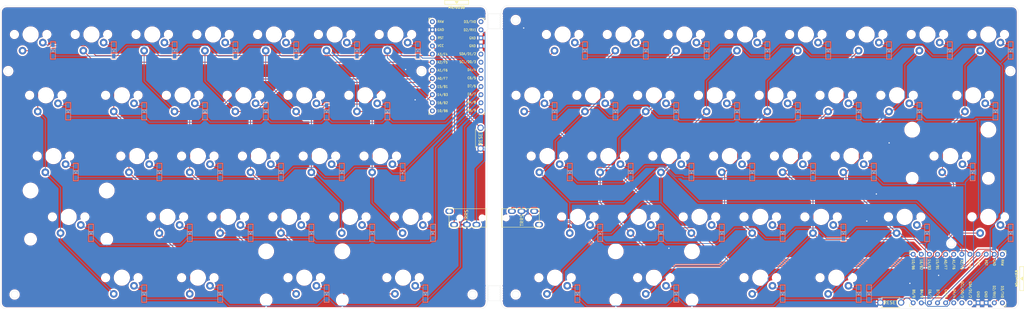
<source format=kicad_pcb>
(kicad_pcb (version 20171130) (host pcbnew "(5.1.9)-1")
  (title_block (title "YUIOP63 HHS Keyboard") (date 2021-02-12) (rev 1) (company KaoriYa))
  (layers (0 F.Cu signal) (31 B.Cu signal) (34 B.Paste user) (35 F.Paste user) (36 B.SilkS user) (37 F.SilkS user) (38 B.Mask user) (39 F.Mask user) (44 Edge.Cuts user))
  (net 0 "")
  (net 1 /ROW_L1)
  (net 2 "Net-(D1-Pad2)")
  (net 3 "Net-(D2-Pad2)")
  (net 4 "Net-(D3-Pad2)")
  (net 5 "Net-(D4-Pad2)")
  (net 6 "Net-(D5-Pad2)")
  (net 7 "Net-(D6-Pad2)")
  (net 8 "Net-(D7-Pad2)")
  (net 9 "Net-(D8-Pad2)")
  (net 10 /ROW_R1)
  (net 11 "Net-(D9-Pad2)")
  (net 12 "Net-(D10-Pad2)")
  (net 13 "Net-(D11-Pad2)")
  (net 14 "Net-(D12-Pad2)")
  (net 15 "Net-(D13-Pad2)")
  (net 16 "Net-(D14-Pad2)")
  (net 17 "Net-(D15-Pad2)")
  (net 18 "Net-(D16-Pad2)")
  (net 19 /ROW_L2)
  (net 20 "Net-(D17-Pad2)")
  (net 21 "Net-(D18-Pad2)")
  (net 22 "Net-(D19-Pad2)")
  (net 23 "Net-(D20-Pad2)")
  (net 24 "Net-(D21-Pad2)")
  (net 25 "Net-(D22-Pad2)")
  (net 26 /ROW_R2)
  (net 27 "Net-(D23-Pad2)")
  (net 28 "Net-(D24-Pad2)")
  (net 29 "Net-(D25-Pad2)")
  (net 30 "Net-(D26-Pad2)")
  (net 31 "Net-(D27-Pad2)")
  (net 32 "Net-(D28-Pad2)")
  (net 33 "Net-(D29-Pad2)")
  (net 34 "Net-(D30-Pad2)")
  (net 35 /ROW_L3)
  (net 36 "Net-(D31-Pad2)")
  (net 37 "Net-(D32-Pad2)")
  (net 38 "Net-(D33-Pad2)")
  (net 39 "Net-(D34-Pad2)")
  (net 40 "Net-(D35-Pad2)")
  (net 41 "Net-(D36-Pad2)")
  (net 42 /ROW_R3)
  (net 43 "Net-(D37-Pad2)")
  (net 44 "Net-(D38-Pad2)")
  (net 45 "Net-(D39-Pad2)")
  (net 46 "Net-(D40-Pad2)")
  (net 47 "Net-(D41-Pad2)")
  (net 48 "Net-(D42-Pad2)")
  (net 49 "Net-(D43-Pad2)")
  (net 50 /ROW_L4)
  (net 51 "Net-(D44-Pad2)")
  (net 52 "Net-(D45-Pad2)")
  (net 53 "Net-(D46-Pad2)")
  (net 54 "Net-(D47-Pad2)")
  (net 55 "Net-(D48-Pad2)")
  (net 56 /ROW_R4)
  (net 57 "Net-(D49-Pad2)")
  (net 58 "Net-(D50-Pad2)")
  (net 59 "Net-(D51-Pad2)")
  (net 60 "Net-(D52-Pad2)")
  (net 61 "Net-(D53-Pad2)")
  (net 62 "Net-(D54-Pad2)")
  (net 63 "Net-(D55-Pad2)")
  (net 64 "Net-(D56-Pad2)")
  (net 65 /ROW_L5)
  (net 66 "Net-(D57-Pad2)")
  (net 67 "Net-(D58-Pad2)")
  (net 68 "Net-(D59-Pad2)")
  (net 69 "Net-(D60-Pad2)")
  (net 70 /ROW_R5)
  (net 71 "Net-(D61-Pad2)")
  (net 72 "Net-(D62-Pad2)")
  (net 73 "Net-(D63-Pad2)")
  (net 74 /COL_R8)
  (net 75 GND)
  (net 76 VCC)
  (net 77 /COL_L1)
  (net 78 /COL_L2)
  (net 79 /COL_L3)
  (net 80 /COL_L4)
  (net 81 /COL_L5)
  (net 82 /COL_L6)
  (net 83 /COL_L7)
  (net 84 /COL_R1)
  (net 85 /COL_R2)
  (net 86 /COL_R3)
  (net 87 /COL_R4)
  (net 88 /COL_R5)
  (net 89 /COL_R6)
  (net 90 /COL_R7)
  (net 91 /RST_L)
  (net 92 /RST_R)
  (net 93 "Net-(U1-Pad24)")
  (net 94 "Net-(U1-Pad13)")
  (net 95 "Net-(U1-Pad7)")
  (net 96 "Net-(U1-Pad6)")
  (net 97 "Net-(U1-Pad5)")
  (net 98 "Net-(U2-Pad1)")
  (net 99 "Net-(U2-Pad5)")
  (net 100 "Net-(U2-Pad6)")
  (net 101 "Net-(U2-Pad7)")
  (net 102 "Net-(U2-Pad24)")
  (net 103 "Net-(U1-Pad1)")
  (net 104 /CONN_L)
  (net 105 "Net-(J1-PadA)")
  (net 106 "Net-(J2-PadA)")
  (net 107 VDD)
  (net 108 GND1)
  (net 109 /CONN_R)
  (module kbd:MJ-4PP-9_1side (layer F.Cu) (at 207 167 90)
    (fp_text reference J2)
    (fp_text value MJ-4PP-9 hide)
    (fp_text user TRRS (at -0.75 6.45 90) (layer F.SilkS))
    (pad A thru_hole oval (at -2.1 11.8 90) (size 1.7 2.5) (drill oval 1 1.5) (layers *.Cu B.Mask) (net 106 "Net-(J2-PadA)") (clearance 0.15))
    (pad D thru_hole oval (at 2.1 10.3 90) (size 1.7 2.5) (drill oval 1 1.5) (layers *.Cu B.Mask) (net 107 VDD) (clearance 0.15))
    (pad C thru_hole oval (at 2.1 6.3 90) (size 1.7 2.5) (drill oval 1 1.5) (layers *.Cu B.Mask) (net 108 GND1))
    (pad B thru_hole oval (at 2.1 3.3 90) (size 1.7 2.5) (drill oval 1 1.5) (layers *.Cu B.Mask) (net 109 /CONN_R))
    (pad "" np_thru_hole circle (at 0 8.5 90) (size 1.2 1.2) (drill 1.2) (layers *.Cu *.Mask))
    (pad "" np_thru_hole circle (at 0 1.5 90) (size 1.2 1.2) (drill 1.2) (layers *.Cu *.Mask))
  )
  (module yuiop:Cherry_MX_Stabilizer (layer F.Cu) (at 347.657 147.625)
    (fp_text reference STB4 hide)
    (fp_text value Cherry_MX_Stabilizer hide)
    (pad "" np_thru_hole circle (at 11.938 6.985 180) (size 3.048 3.048) (drill 3.048) (layers *.Cu *.Mask))
    (pad "" np_thru_hole circle (at 11.938 -8.255 180) (size 3.9878 3.9878) (drill 3.9878) (layers *.Cu *.Mask))
    (pad "" np_thru_hole circle (at -11.938 -8.255 180) (size 3.9878 3.9878) (drill 3.9878) (layers *.Cu *.Mask))
    (pad "" np_thru_hole circle (at -11.938 6.985 180) (size 3.048 3.048) (drill 3.048) (layers *.Cu *.Mask))
  )
  (module yuiop:Cherry_MX_Stabilizer (layer F.Cu) (at 254.788 185.725)
    (fp_text reference STB3 hide)
    (fp_text value Cherry_MX_Stabilizer hide)
    (pad "" np_thru_hole circle (at 11.938 6.985 180) (size 3.048 3.048) (drill 3.048) (layers *.Cu *.Mask))
    (pad "" np_thru_hole circle (at 11.938 -8.255 180) (size 3.9878 3.9878) (drill 3.9878) (layers *.Cu *.Mask))
    (pad "" np_thru_hole circle (at -11.938 -8.255 180) (size 3.9878 3.9878) (drill 3.9878) (layers *.Cu *.Mask))
    (pad "" np_thru_hole circle (at -11.938 6.985 180) (size 3.048 3.048) (drill 3.048) (layers *.Cu *.Mask))
  )
  (module yuiop:Cherry_MX_Stabilizer (layer F.Cu) (at 71.4316 166.675)
    (fp_text reference STB1 hide)
    (fp_text value Cherry_MX_Stabilizer hide)
    (pad "" np_thru_hole circle (at 11.938 6.985 180) (size 3.048 3.048) (drill 3.048) (layers *.Cu *.Mask))
    (pad "" np_thru_hole circle (at 11.938 -8.255 180) (size 3.9878 3.9878) (drill 3.9878) (layers *.Cu *.Mask))
    (pad "" np_thru_hole circle (at -11.938 -8.255 180) (size 3.9878 3.9878) (drill 3.9878) (layers *.Cu *.Mask))
    (pad "" np_thru_hole circle (at -11.938 6.985 180) (size 3.048 3.048) (drill 3.048) (layers *.Cu *.Mask))
  )
  (module yuiop:Cherry_MX_Stabilizer (layer F.Cu) (at 145.25 185.725)
    (fp_text reference STB2 hide)
    (fp_text value Cherry_MX_Stabilizer hide)
    (pad "" np_thru_hole circle (at -11.938 6.985 180) (size 3.048 3.048) (drill 3.048) (layers *.Cu *.Mask))
    (pad "" np_thru_hole circle (at -11.938 -8.255 180) (size 3.9878 3.9878) (drill 3.9878) (layers *.Cu *.Mask))
    (pad "" np_thru_hole circle (at 11.938 -8.255 180) (size 3.9878 3.9878) (drill 3.9878) (layers *.Cu *.Mask))
    (pad "" np_thru_hole circle (at 11.938 6.985 180) (size 3.048 3.048) (drill 3.048) (layers *.Cu *.Mask))
  )
  (module yuiop:Switch_CherryMX_1.00u (layer F.Cu) (at 311.938 185.725)
    (fp_text reference SW63 hide)
    (fp_text value SW_PUSH)
    (pad 1 thru_hole circle (at -2.54 5.08 180) (size 2.4 2.4) (drill 1.2) (layers *.Cu B.Mask) (net 90 /COL_R7))
    (pad 2 thru_hole circle (at 3.81 2.54 180) (size 2.4 2.4) (drill 1.2) (layers *.Cu B.Mask) (net 73 "Net-(D63-Pad2)"))
    (pad "" np_thru_hole circle (at 0 0) (size 4.1 4.1) (drill 4.1) (layers *.Cu *.Mask))
    (pad "" np_thru_hole circle (at -5.08 0 180) (size 1.9 1.9) (drill 1.9) (layers *.Cu *.Mask))
    (pad "" np_thru_hole circle (at 5.08 0 180) (size 1.9 1.9) (drill 1.9) (layers *.Cu *.Mask))
  )
  (module yuiop:Switch_CherryMX_1.00u (layer F.Cu) (at 288.125 185.725)
    (fp_text reference SW62 hide)
    (fp_text value SW_PUSH)
    (pad 1 thru_hole circle (at -2.54 5.08 180) (size 2.4 2.4) (drill 1.2) (layers *.Cu B.Mask) (net 89 /COL_R6))
    (pad 2 thru_hole circle (at 3.81 2.54 180) (size 2.4 2.4) (drill 1.2) (layers *.Cu B.Mask) (net 72 "Net-(D62-Pad2)"))
    (pad "" np_thru_hole circle (at 0 0) (size 4.1 4.1) (drill 4.1) (layers *.Cu *.Mask))
    (pad "" np_thru_hole circle (at -5.08 0 180) (size 1.9 1.9) (drill 1.9) (layers *.Cu *.Mask))
    (pad "" np_thru_hole circle (at 5.08 0 180) (size 1.9 1.9) (drill 1.9) (layers *.Cu *.Mask))
  )
  (module yuiop:Switch_CherryMX_1.00u (layer F.Cu) (at 254.788 185.725)
    (fp_text reference SW61 hide)
    (fp_text value SW_PUSH)
    (pad 1 thru_hole circle (at -2.54 5.08 180) (size 2.4 2.4) (drill 1.2) (layers *.Cu B.Mask) (net 88 /COL_R5))
    (pad 2 thru_hole circle (at 3.81 2.54 180) (size 2.4 2.4) (drill 1.2) (layers *.Cu B.Mask) (net 71 "Net-(D61-Pad2)"))
    (pad "" np_thru_hole circle (at 0 0) (size 4.1 4.1) (drill 4.1) (layers *.Cu *.Mask))
    (pad "" np_thru_hole circle (at -5.08 0 180) (size 1.9 1.9) (drill 1.9) (layers *.Cu *.Mask))
    (pad "" np_thru_hole circle (at 5.08 0 180) (size 1.9 1.9) (drill 1.9) (layers *.Cu *.Mask))
  )
  (module yuiop:Switch_CherryMX_1.00u (layer F.Cu) (at 223.831 185.725)
    (fp_text reference SW60 hide)
    (fp_text value SW_PUSH)
    (pad 1 thru_hole circle (at -2.54 5.08 180) (size 2.4 2.4) (drill 1.2) (layers *.Cu B.Mask) (net 87 /COL_R4))
    (pad 2 thru_hole circle (at 3.81 2.54 180) (size 2.4 2.4) (drill 1.2) (layers *.Cu B.Mask) (net 69 "Net-(D60-Pad2)"))
    (pad "" np_thru_hole circle (at 0 0) (size 4.1 4.1) (drill 4.1) (layers *.Cu *.Mask))
    (pad "" np_thru_hole circle (at -5.08 0 180) (size 1.9 1.9) (drill 1.9) (layers *.Cu *.Mask))
    (pad "" np_thru_hole circle (at 5.08 0 180) (size 1.9 1.9) (drill 1.9) (layers *.Cu *.Mask))
  )
  (module yuiop:Switch_CherryMX_1.00u (layer F.Cu) (at 176.206 185.725)
    (fp_text reference SW59 hide)
    (fp_text value SW_PUSH)
    (pad 1 thru_hole circle (at -2.54 5.08 180) (size 2.4 2.4) (drill 1.2) (layers *.Cu B.Mask) (net 80 /COL_L4))
    (pad 2 thru_hole circle (at 3.81 2.54 180) (size 2.4 2.4) (drill 1.2) (layers *.Cu B.Mask) (net 68 "Net-(D59-Pad2)"))
    (pad "" np_thru_hole circle (at 0 0) (size 4.1 4.1) (drill 4.1) (layers *.Cu *.Mask))
    (pad "" np_thru_hole circle (at -5.08 0 180) (size 1.9 1.9) (drill 1.9) (layers *.Cu *.Mask))
    (pad "" np_thru_hole circle (at 5.08 0 180) (size 1.9 1.9) (drill 1.9) (layers *.Cu *.Mask))
  )
  (module yuiop:Switch_CherryMX_1.00u (layer F.Cu) (at 145.25 185.725)
    (fp_text reference SW58 hide)
    (fp_text value SW_PUSH)
    (pad 1 thru_hole circle (at -2.54 5.08 180) (size 2.4 2.4) (drill 1.2) (layers *.Cu B.Mask) (net 79 /COL_L3))
    (pad 2 thru_hole circle (at 3.81 2.54 180) (size 2.4 2.4) (drill 1.2) (layers *.Cu B.Mask) (net 67 "Net-(D58-Pad2)"))
    (pad "" np_thru_hole circle (at 0 0) (size 4.1 4.1) (drill 4.1) (layers *.Cu *.Mask))
    (pad "" np_thru_hole circle (at -5.08 0 180) (size 1.9 1.9) (drill 1.9) (layers *.Cu *.Mask))
    (pad "" np_thru_hole circle (at 5.08 0 180) (size 1.9 1.9) (drill 1.9) (layers *.Cu *.Mask))
  )
  (module yuiop:Switch_CherryMX_1.00u (layer F.Cu) (at 111.912 185.725)
    (fp_text reference SW57 hide)
    (fp_text value SW_PUSH)
    (pad 1 thru_hole circle (at -2.54 5.08 180) (size 2.4 2.4) (drill 1.2) (layers *.Cu B.Mask) (net 78 /COL_L2))
    (pad 2 thru_hole circle (at 3.81 2.54 180) (size 2.4 2.4) (drill 1.2) (layers *.Cu B.Mask) (net 66 "Net-(D57-Pad2)"))
    (pad "" np_thru_hole circle (at 0 0) (size 4.1 4.1) (drill 4.1) (layers *.Cu *.Mask))
    (pad "" np_thru_hole circle (at -5.08 0 180) (size 1.9 1.9) (drill 1.9) (layers *.Cu *.Mask))
    (pad "" np_thru_hole circle (at 5.08 0 180) (size 1.9 1.9) (drill 1.9) (layers *.Cu *.Mask))
  )
  (module yuiop:Switch_CherryMX_1.00u (layer F.Cu) (at 88.1 185.725)
    (fp_text reference SW56 hide)
    (fp_text value SW_PUSH)
    (pad 1 thru_hole circle (at -2.54 5.08 180) (size 2.4 2.4) (drill 1.2) (layers *.Cu B.Mask) (net 77 /COL_L1))
    (pad 2 thru_hole circle (at 3.81 2.54 180) (size 2.4 2.4) (drill 1.2) (layers *.Cu B.Mask) (net 64 "Net-(D56-Pad2)"))
    (pad "" np_thru_hole circle (at 0 0) (size 4.1 4.1) (drill 4.1) (layers *.Cu *.Mask))
    (pad "" np_thru_hole circle (at -5.08 0 180) (size 1.9 1.9) (drill 1.9) (layers *.Cu *.Mask))
    (pad "" np_thru_hole circle (at 5.08 0 180) (size 1.9 1.9) (drill 1.9) (layers *.Cu *.Mask))
  )
  (module yuiop:Switch_CherryMX_1.00u (layer F.Cu) (at 359.562 166.675)
    (fp_text reference SW55 hide)
    (fp_text value SW_PUSH)
    (pad 1 thru_hole circle (at -2.54 5.08 180) (size 2.4 2.4) (drill 1.2) (layers *.Cu B.Mask) (net 74 /COL_R8))
    (pad 2 thru_hole circle (at 3.81 2.54 180) (size 2.4 2.4) (drill 1.2) (layers *.Cu B.Mask) (net 63 "Net-(D55-Pad2)"))
    (pad "" np_thru_hole circle (at 0 0) (size 4.1 4.1) (drill 4.1) (layers *.Cu *.Mask))
    (pad "" np_thru_hole circle (at -5.08 0 180) (size 1.9 1.9) (drill 1.9) (layers *.Cu *.Mask))
    (pad "" np_thru_hole circle (at 5.08 0 180) (size 1.9 1.9) (drill 1.9) (layers *.Cu *.Mask))
  )
  (module yuiop:Switch_CherryMX_1.00u (layer F.Cu) (at 333.369 166.675)
    (fp_text reference SW54 hide)
    (fp_text value SW_PUSH)
    (pad 1 thru_hole circle (at -2.54 5.08 180) (size 2.4 2.4) (drill 1.2) (layers *.Cu B.Mask) (net 90 /COL_R7))
    (pad 2 thru_hole circle (at 3.81 2.54 180) (size 2.4 2.4) (drill 1.2) (layers *.Cu B.Mask) (net 62 "Net-(D54-Pad2)"))
    (pad "" np_thru_hole circle (at 0 0) (size 4.1 4.1) (drill 4.1) (layers *.Cu *.Mask))
    (pad "" np_thru_hole circle (at -5.08 0 180) (size 1.9 1.9) (drill 1.9) (layers *.Cu *.Mask))
    (pad "" np_thru_hole circle (at 5.08 0 180) (size 1.9 1.9) (drill 1.9) (layers *.Cu *.Mask))
  )
  (module yuiop:Switch_CherryMX_1.00u (layer F.Cu) (at 307.175 166.675)
    (fp_text reference SW53 hide)
    (fp_text value SW_PUSH)
    (pad 1 thru_hole circle (at -2.54 5.08 180) (size 2.4 2.4) (drill 1.2) (layers *.Cu B.Mask) (net 89 /COL_R6))
    (pad 2 thru_hole circle (at 3.81 2.54 180) (size 2.4 2.4) (drill 1.2) (layers *.Cu B.Mask) (net 61 "Net-(D53-Pad2)"))
    (pad "" np_thru_hole circle (at 0 0) (size 4.1 4.1) (drill 4.1) (layers *.Cu *.Mask))
    (pad "" np_thru_hole circle (at -5.08 0 180) (size 1.9 1.9) (drill 1.9) (layers *.Cu *.Mask))
    (pad "" np_thru_hole circle (at 5.08 0 180) (size 1.9 1.9) (drill 1.9) (layers *.Cu *.Mask))
  )
  (module yuiop:Switch_CherryMX_1.00u (layer F.Cu) (at 288.125 166.675)
    (fp_text reference SW52 hide)
    (fp_text value SW_PUSH)
    (pad 1 thru_hole circle (at -2.54 5.08 180) (size 2.4 2.4) (drill 1.2) (layers *.Cu B.Mask) (net 88 /COL_R5))
    (pad 2 thru_hole circle (at 3.81 2.54 180) (size 2.4 2.4) (drill 1.2) (layers *.Cu B.Mask) (net 60 "Net-(D52-Pad2)"))
    (pad "" np_thru_hole circle (at 0 0) (size 4.1 4.1) (drill 4.1) (layers *.Cu *.Mask))
    (pad "" np_thru_hole circle (at -5.08 0 180) (size 1.9 1.9) (drill 1.9) (layers *.Cu *.Mask))
    (pad "" np_thru_hole circle (at 5.08 0 180) (size 1.9 1.9) (drill 1.9) (layers *.Cu *.Mask))
  )
  (module yuiop:Switch_CherryMX_1.00u (layer F.Cu) (at 269.075 166.675)
    (fp_text reference SW51 hide)
    (fp_text value SW_PUSH)
    (pad 1 thru_hole circle (at -2.54 5.08 180) (size 2.4 2.4) (drill 1.2) (layers *.Cu B.Mask) (net 87 /COL_R4))
    (pad 2 thru_hole circle (at 3.81 2.54 180) (size 2.4 2.4) (drill 1.2) (layers *.Cu B.Mask) (net 59 "Net-(D51-Pad2)"))
    (pad "" np_thru_hole circle (at 0 0) (size 4.1 4.1) (drill 4.1) (layers *.Cu *.Mask))
    (pad "" np_thru_hole circle (at -5.08 0 180) (size 1.9 1.9) (drill 1.9) (layers *.Cu *.Mask))
    (pad "" np_thru_hole circle (at 5.08 0 180) (size 1.9 1.9) (drill 1.9) (layers *.Cu *.Mask))
  )
  (module yuiop:Switch_CherryMX_1.00u (layer F.Cu) (at 250.025 166.675)
    (fp_text reference SW50 hide)
    (fp_text value SW_PUSH)
    (pad 1 thru_hole circle (at -2.54 5.08 180) (size 2.4 2.4) (drill 1.2) (layers *.Cu B.Mask) (net 86 /COL_R3))
    (pad 2 thru_hole circle (at 3.81 2.54 180) (size 2.4 2.4) (drill 1.2) (layers *.Cu B.Mask) (net 58 "Net-(D50-Pad2)"))
    (pad "" np_thru_hole circle (at 0 0) (size 4.1 4.1) (drill 4.1) (layers *.Cu *.Mask))
    (pad "" np_thru_hole circle (at -5.08 0 180) (size 1.9 1.9) (drill 1.9) (layers *.Cu *.Mask))
    (pad "" np_thru_hole circle (at 5.08 0 180) (size 1.9 1.9) (drill 1.9) (layers *.Cu *.Mask))
  )
  (module yuiop:Switch_CherryMX_1.00u (layer F.Cu) (at 230.975 166.675)
    (fp_text reference SW49 hide)
    (fp_text value SW_PUSH)
    (pad 1 thru_hole circle (at -2.54 5.08 180) (size 2.4 2.4) (drill 1.2) (layers *.Cu B.Mask) (net 85 /COL_R2))
    (pad 2 thru_hole circle (at 3.81 2.54 180) (size 2.4 2.4) (drill 1.2) (layers *.Cu B.Mask) (net 57 "Net-(D49-Pad2)"))
    (pad "" np_thru_hole circle (at 0 0) (size 4.1 4.1) (drill 4.1) (layers *.Cu *.Mask))
    (pad "" np_thru_hole circle (at -5.08 0 180) (size 1.9 1.9) (drill 1.9) (layers *.Cu *.Mask))
    (pad "" np_thru_hole circle (at 5.08 0 180) (size 1.9 1.9) (drill 1.9) (layers *.Cu *.Mask))
  )
  (module yuiop:Switch_CherryMX_1.00u (layer F.Cu) (at 178.588 166.675)
    (fp_text reference SW48 hide)
    (fp_text value SW_PUSH)
    (pad 1 thru_hole circle (at -2.54 5.08 180) (size 2.4 2.4) (drill 1.2) (layers *.Cu B.Mask) (net 82 /COL_L6))
    (pad 2 thru_hole circle (at 3.81 2.54 180) (size 2.4 2.4) (drill 1.2) (layers *.Cu B.Mask) (net 55 "Net-(D48-Pad2)"))
    (pad "" np_thru_hole circle (at 0 0) (size 4.1 4.1) (drill 4.1) (layers *.Cu *.Mask))
    (pad "" np_thru_hole circle (at -5.08 0 180) (size 1.9 1.9) (drill 1.9) (layers *.Cu *.Mask))
    (pad "" np_thru_hole circle (at 5.08 0 180) (size 1.9 1.9) (drill 1.9) (layers *.Cu *.Mask))
  )
  (module yuiop:Switch_CherryMX_1.00u (layer F.Cu) (at 159.538 166.675)
    (fp_text reference SW47 hide)
    (fp_text value SW_PUSH)
    (pad 1 thru_hole circle (at -2.54 5.08 180) (size 2.4 2.4) (drill 1.2) (layers *.Cu B.Mask) (net 81 /COL_L5))
    (pad 2 thru_hole circle (at 3.81 2.54 180) (size 2.4 2.4) (drill 1.2) (layers *.Cu B.Mask) (net 54 "Net-(D47-Pad2)"))
    (pad "" np_thru_hole circle (at 0 0) (size 4.1 4.1) (drill 4.1) (layers *.Cu *.Mask))
    (pad "" np_thru_hole circle (at -5.08 0 180) (size 1.9 1.9) (drill 1.9) (layers *.Cu *.Mask))
    (pad "" np_thru_hole circle (at 5.08 0 180) (size 1.9 1.9) (drill 1.9) (layers *.Cu *.Mask))
  )
  (module yuiop:Switch_CherryMX_1.00u (layer F.Cu) (at 140.488 166.675)
    (fp_text reference SW46 hide)
    (fp_text value SW_PUSH)
    (pad 1 thru_hole circle (at -2.54 5.08 180) (size 2.4 2.4) (drill 1.2) (layers *.Cu B.Mask) (net 80 /COL_L4))
    (pad 2 thru_hole circle (at 3.81 2.54 180) (size 2.4 2.4) (drill 1.2) (layers *.Cu B.Mask) (net 53 "Net-(D46-Pad2)"))
    (pad "" np_thru_hole circle (at 0 0) (size 4.1 4.1) (drill 4.1) (layers *.Cu *.Mask))
    (pad "" np_thru_hole circle (at -5.08 0 180) (size 1.9 1.9) (drill 1.9) (layers *.Cu *.Mask))
    (pad "" np_thru_hole circle (at 5.08 0 180) (size 1.9 1.9) (drill 1.9) (layers *.Cu *.Mask))
  )
  (module yuiop:Switch_CherryMX_1.00u (layer F.Cu) (at 121.438 166.675)
    (fp_text reference SW45 hide)
    (fp_text value SW_PUSH)
    (pad 1 thru_hole circle (at -2.54 5.08 180) (size 2.4 2.4) (drill 1.2) (layers *.Cu B.Mask) (net 79 /COL_L3))
    (pad 2 thru_hole circle (at 3.81 2.54 180) (size 2.4 2.4) (drill 1.2) (layers *.Cu B.Mask) (net 52 "Net-(D45-Pad2)"))
    (pad "" np_thru_hole circle (at 0 0) (size 4.1 4.1) (drill 4.1) (layers *.Cu *.Mask))
    (pad "" np_thru_hole circle (at -5.08 0 180) (size 1.9 1.9) (drill 1.9) (layers *.Cu *.Mask))
    (pad "" np_thru_hole circle (at 5.08 0 180) (size 1.9 1.9) (drill 1.9) (layers *.Cu *.Mask))
  )
  (module yuiop:Switch_CherryMX_1.00u (layer F.Cu) (at 102.388 166.675)
    (fp_text reference SW44 hide)
    (fp_text value SW_PUSH)
    (pad 1 thru_hole circle (at -2.54 5.08 180) (size 2.4 2.4) (drill 1.2) (layers *.Cu B.Mask) (net 78 /COL_L2))
    (pad 2 thru_hole circle (at 3.81 2.54 180) (size 2.4 2.4) (drill 1.2) (layers *.Cu B.Mask) (net 51 "Net-(D44-Pad2)"))
    (pad "" np_thru_hole circle (at 0 0) (size 4.1 4.1) (drill 4.1) (layers *.Cu *.Mask))
    (pad "" np_thru_hole circle (at -5.08 0 180) (size 1.9 1.9) (drill 1.9) (layers *.Cu *.Mask))
    (pad "" np_thru_hole circle (at 5.08 0 180) (size 1.9 1.9) (drill 1.9) (layers *.Cu *.Mask))
  )
  (module yuiop:Switch_CherryMX_1.00u (layer F.Cu) (at 71.4312 166.675)
    (fp_text reference SW43 hide)
    (fp_text value SW_PUSH)
    (pad 1 thru_hole circle (at -2.54 5.08 180) (size 2.4 2.4) (drill 1.2) (layers *.Cu B.Mask) (net 77 /COL_L1))
    (pad 2 thru_hole circle (at 3.81 2.54 180) (size 2.4 2.4) (drill 1.2) (layers *.Cu B.Mask) (net 49 "Net-(D43-Pad2)"))
    (pad "" np_thru_hole circle (at 0 0) (size 4.1 4.1) (drill 4.1) (layers *.Cu *.Mask))
    (pad "" np_thru_hole circle (at -5.08 0 180) (size 1.9 1.9) (drill 1.9) (layers *.Cu *.Mask))
    (pad "" np_thru_hole circle (at 5.08 0 180) (size 1.9 1.9) (drill 1.9) (layers *.Cu *.Mask))
  )
  (module yuiop:Switch_CherryMX_1.00u (layer F.Cu) (at 347.656 147.625)
    (fp_text reference SW42 hide)
    (fp_text value SW_PUSH)
    (pad 1 thru_hole circle (at -2.54 5.08 180) (size 2.4 2.4) (drill 1.2) (layers *.Cu B.Mask) (net 74 /COL_R8))
    (pad 2 thru_hole circle (at 3.81 2.54 180) (size 2.4 2.4) (drill 1.2) (layers *.Cu B.Mask) (net 48 "Net-(D42-Pad2)"))
    (pad "" np_thru_hole circle (at 0 0) (size 4.1 4.1) (drill 4.1) (layers *.Cu *.Mask))
    (pad "" np_thru_hole circle (at -5.08 0 180) (size 1.9 1.9) (drill 1.9) (layers *.Cu *.Mask))
    (pad "" np_thru_hole circle (at 5.08 0 180) (size 1.9 1.9) (drill 1.9) (layers *.Cu *.Mask))
  )
  (module yuiop:Switch_CherryMX_1.00u (layer F.Cu) (at 316.7 147.625)
    (fp_text reference SW41 hide)
    (fp_text value SW_PUSH)
    (pad 1 thru_hole circle (at -2.54 5.08 180) (size 2.4 2.4) (drill 1.2) (layers *.Cu B.Mask) (net 90 /COL_R7))
    (pad 2 thru_hole circle (at 3.81 2.54 180) (size 2.4 2.4) (drill 1.2) (layers *.Cu B.Mask) (net 47 "Net-(D41-Pad2)"))
    (pad "" np_thru_hole circle (at 0 0) (size 4.1 4.1) (drill 4.1) (layers *.Cu *.Mask))
    (pad "" np_thru_hole circle (at -5.08 0 180) (size 1.9 1.9) (drill 1.9) (layers *.Cu *.Mask))
    (pad "" np_thru_hole circle (at 5.08 0 180) (size 1.9 1.9) (drill 1.9) (layers *.Cu *.Mask))
  )
  (module yuiop:Switch_CherryMX_1.00u (layer F.Cu) (at 297.65 147.625)
    (fp_text reference SW40 hide)
    (fp_text value SW_PUSH)
    (pad 1 thru_hole circle (at -2.54 5.08 180) (size 2.4 2.4) (drill 1.2) (layers *.Cu B.Mask) (net 89 /COL_R6))
    (pad 2 thru_hole circle (at 3.81 2.54 180) (size 2.4 2.4) (drill 1.2) (layers *.Cu B.Mask) (net 46 "Net-(D40-Pad2)"))
    (pad "" np_thru_hole circle (at 0 0) (size 4.1 4.1) (drill 4.1) (layers *.Cu *.Mask))
    (pad "" np_thru_hole circle (at -5.08 0 180) (size 1.9 1.9) (drill 1.9) (layers *.Cu *.Mask))
    (pad "" np_thru_hole circle (at 5.08 0 180) (size 1.9 1.9) (drill 1.9) (layers *.Cu *.Mask))
  )
  (module yuiop:Switch_CherryMX_1.00u (layer F.Cu) (at 278.6 147.625)
    (fp_text reference SW39 hide)
    (fp_text value SW_PUSH)
    (pad 1 thru_hole circle (at -2.54 5.08 180) (size 2.4 2.4) (drill 1.2) (layers *.Cu B.Mask) (net 88 /COL_R5))
    (pad 2 thru_hole circle (at 3.81 2.54 180) (size 2.4 2.4) (drill 1.2) (layers *.Cu B.Mask) (net 45 "Net-(D39-Pad2)"))
    (pad "" np_thru_hole circle (at 0 0) (size 4.1 4.1) (drill 4.1) (layers *.Cu *.Mask))
    (pad "" np_thru_hole circle (at -5.08 0 180) (size 1.9 1.9) (drill 1.9) (layers *.Cu *.Mask))
    (pad "" np_thru_hole circle (at 5.08 0 180) (size 1.9 1.9) (drill 1.9) (layers *.Cu *.Mask))
  )
  (module yuiop:Switch_CherryMX_1.00u (layer F.Cu) (at 259.55 147.625)
    (fp_text reference SW38 hide)
    (fp_text value SW_PUSH)
    (pad 1 thru_hole circle (at -2.54 5.08 180) (size 2.4 2.4) (drill 1.2) (layers *.Cu B.Mask) (net 87 /COL_R4))
    (pad 2 thru_hole circle (at 3.81 2.54 180) (size 2.4 2.4) (drill 1.2) (layers *.Cu B.Mask) (net 44 "Net-(D38-Pad2)"))
    (pad "" np_thru_hole circle (at 0 0) (size 4.1 4.1) (drill 4.1) (layers *.Cu *.Mask))
    (pad "" np_thru_hole circle (at -5.08 0 180) (size 1.9 1.9) (drill 1.9) (layers *.Cu *.Mask))
    (pad "" np_thru_hole circle (at 5.08 0 180) (size 1.9 1.9) (drill 1.9) (layers *.Cu *.Mask))
  )
  (module yuiop:Switch_CherryMX_1.00u (layer F.Cu) (at 240.5 147.625)
    (fp_text reference SW37 hide)
    (fp_text value SW_PUSH)
    (pad 1 thru_hole circle (at -2.54 5.08 180) (size 2.4 2.4) (drill 1.2) (layers *.Cu B.Mask) (net 86 /COL_R3))
    (pad 2 thru_hole circle (at 3.81 2.54 180) (size 2.4 2.4) (drill 1.2) (layers *.Cu B.Mask) (net 43 "Net-(D37-Pad2)"))
    (pad "" np_thru_hole circle (at 0 0) (size 4.1 4.1) (drill 4.1) (layers *.Cu *.Mask))
    (pad "" np_thru_hole circle (at -5.08 0 180) (size 1.9 1.9) (drill 1.9) (layers *.Cu *.Mask))
    (pad "" np_thru_hole circle (at 5.08 0 180) (size 1.9 1.9) (drill 1.9) (layers *.Cu *.Mask))
  )
  (module yuiop:Switch_CherryMX_1.00u (layer F.Cu) (at 221.45 147.625)
    (fp_text reference SW36 hide)
    (fp_text value SW_PUSH)
    (pad 1 thru_hole circle (at -2.54 5.08 180) (size 2.4 2.4) (drill 1.2) (layers *.Cu B.Mask) (net 85 /COL_R2))
    (pad 2 thru_hole circle (at 3.81 2.54 180) (size 2.4 2.4) (drill 1.2) (layers *.Cu B.Mask) (net 41 "Net-(D36-Pad2)"))
    (pad "" np_thru_hole circle (at 0 0) (size 4.1 4.1) (drill 4.1) (layers *.Cu *.Mask))
    (pad "" np_thru_hole circle (at -5.08 0 180) (size 1.9 1.9) (drill 1.9) (layers *.Cu *.Mask))
    (pad "" np_thru_hole circle (at 5.08 0 180) (size 1.9 1.9) (drill 1.9) (layers *.Cu *.Mask))
  )
  (module yuiop:Switch_CherryMX_1.00u (layer F.Cu) (at 169.062 147.625)
    (fp_text reference SW35 hide)
    (fp_text value SW_PUSH)
    (pad 1 thru_hole circle (at -2.54 5.08 180) (size 2.4 2.4) (drill 1.2) (layers *.Cu B.Mask) (net 82 /COL_L6))
    (pad 2 thru_hole circle (at 3.81 2.54 180) (size 2.4 2.4) (drill 1.2) (layers *.Cu B.Mask) (net 40 "Net-(D35-Pad2)"))
    (pad "" np_thru_hole circle (at 0 0) (size 4.1 4.1) (drill 4.1) (layers *.Cu *.Mask))
    (pad "" np_thru_hole circle (at -5.08 0 180) (size 1.9 1.9) (drill 1.9) (layers *.Cu *.Mask))
    (pad "" np_thru_hole circle (at 5.08 0 180) (size 1.9 1.9) (drill 1.9) (layers *.Cu *.Mask))
  )
  (module yuiop:Switch_CherryMX_1.00u (layer F.Cu) (at 150.012 147.625)
    (fp_text reference SW34 hide)
    (fp_text value SW_PUSH)
    (pad 1 thru_hole circle (at -2.54 5.08 180) (size 2.4 2.4) (drill 1.2) (layers *.Cu B.Mask) (net 81 /COL_L5))
    (pad 2 thru_hole circle (at 3.81 2.54 180) (size 2.4 2.4) (drill 1.2) (layers *.Cu B.Mask) (net 39 "Net-(D34-Pad2)"))
    (pad "" np_thru_hole circle (at 0 0) (size 4.1 4.1) (drill 4.1) (layers *.Cu *.Mask))
    (pad "" np_thru_hole circle (at -5.08 0 180) (size 1.9 1.9) (drill 1.9) (layers *.Cu *.Mask))
    (pad "" np_thru_hole circle (at 5.08 0 180) (size 1.9 1.9) (drill 1.9) (layers *.Cu *.Mask))
  )
  (module yuiop:Switch_CherryMX_1.00u (layer F.Cu) (at 130.962 147.625)
    (fp_text reference SW33 hide)
    (fp_text value SW_PUSH)
    (pad 1 thru_hole circle (at -2.54 5.08 180) (size 2.4 2.4) (drill 1.2) (layers *.Cu B.Mask) (net 80 /COL_L4))
    (pad 2 thru_hole circle (at 3.81 2.54 180) (size 2.4 2.4) (drill 1.2) (layers *.Cu B.Mask) (net 38 "Net-(D33-Pad2)"))
    (pad "" np_thru_hole circle (at 0 0) (size 4.1 4.1) (drill 4.1) (layers *.Cu *.Mask))
    (pad "" np_thru_hole circle (at -5.08 0 180) (size 1.9 1.9) (drill 1.9) (layers *.Cu *.Mask))
    (pad "" np_thru_hole circle (at 5.08 0 180) (size 1.9 1.9) (drill 1.9) (layers *.Cu *.Mask))
  )
  (module yuiop:Switch_CherryMX_1.00u (layer F.Cu) (at 111.912 147.625)
    (fp_text reference SW32 hide)
    (fp_text value SW_PUSH)
    (pad 1 thru_hole circle (at -2.54 5.08 180) (size 2.4 2.4) (drill 1.2) (layers *.Cu B.Mask) (net 79 /COL_L3))
    (pad 2 thru_hole circle (at 3.81 2.54 180) (size 2.4 2.4) (drill 1.2) (layers *.Cu B.Mask) (net 37 "Net-(D32-Pad2)"))
    (pad "" np_thru_hole circle (at 0 0) (size 4.1 4.1) (drill 4.1) (layers *.Cu *.Mask))
    (pad "" np_thru_hole circle (at -5.08 0 180) (size 1.9 1.9) (drill 1.9) (layers *.Cu *.Mask))
    (pad "" np_thru_hole circle (at 5.08 0 180) (size 1.9 1.9) (drill 1.9) (layers *.Cu *.Mask))
  )
  (module yuiop:Switch_CherryMX_1.00u (layer F.Cu) (at 92.8625 147.625)
    (fp_text reference SW31 hide)
    (fp_text value SW_PUSH)
    (pad 1 thru_hole circle (at -2.54 5.08 180) (size 2.4 2.4) (drill 1.2) (layers *.Cu B.Mask) (net 78 /COL_L2))
    (pad 2 thru_hole circle (at 3.81 2.54 180) (size 2.4 2.4) (drill 1.2) (layers *.Cu B.Mask) (net 36 "Net-(D31-Pad2)"))
    (pad "" np_thru_hole circle (at 0 0) (size 4.1 4.1) (drill 4.1) (layers *.Cu *.Mask))
    (pad "" np_thru_hole circle (at -5.08 0 180) (size 1.9 1.9) (drill 1.9) (layers *.Cu *.Mask))
    (pad "" np_thru_hole circle (at 5.08 0 180) (size 1.9 1.9) (drill 1.9) (layers *.Cu *.Mask))
  )
  (module yuiop:Switch_CherryMX_1.00u (layer F.Cu) (at 66.6688 147.625)
    (fp_text reference SW30 hide)
    (fp_text value SW_PUSH)
    (pad 1 thru_hole circle (at -2.54 5.08 180) (size 2.4 2.4) (drill 1.2) (layers *.Cu B.Mask) (net 77 /COL_L1))
    (pad 2 thru_hole circle (at 3.81 2.54 180) (size 2.4 2.4) (drill 1.2) (layers *.Cu B.Mask) (net 34 "Net-(D30-Pad2)"))
    (pad "" np_thru_hole circle (at 0 0) (size 4.1 4.1) (drill 4.1) (layers *.Cu *.Mask))
    (pad "" np_thru_hole circle (at -5.08 0 180) (size 1.9 1.9) (drill 1.9) (layers *.Cu *.Mask))
    (pad "" np_thru_hole circle (at 5.08 0 180) (size 1.9 1.9) (drill 1.9) (layers *.Cu *.Mask))
  )
  (module yuiop:Switch_CherryMX_1.00u (layer F.Cu) (at 354.8 128.575)
    (fp_text reference SW29 hide)
    (fp_text value SW_PUSH)
    (pad 1 thru_hole circle (at -2.54 5.08 180) (size 2.4 2.4) (drill 1.2) (layers *.Cu B.Mask) (net 74 /COL_R8))
    (pad 2 thru_hole circle (at 3.81 2.54 180) (size 2.4 2.4) (drill 1.2) (layers *.Cu B.Mask) (net 33 "Net-(D29-Pad2)"))
    (pad "" np_thru_hole circle (at 0 0) (size 4.1 4.1) (drill 4.1) (layers *.Cu *.Mask))
    (pad "" np_thru_hole circle (at -5.08 0 180) (size 1.9 1.9) (drill 1.9) (layers *.Cu *.Mask))
    (pad "" np_thru_hole circle (at 5.08 0 180) (size 1.9 1.9) (drill 1.9) (layers *.Cu *.Mask))
  )
  (module yuiop:Switch_CherryMX_1.00u (layer F.Cu) (at 330.988 128.575)
    (fp_text reference SW28 hide)
    (fp_text value SW_PUSH)
    (pad 1 thru_hole circle (at -2.54 5.08 180) (size 2.4 2.4) (drill 1.2) (layers *.Cu B.Mask) (net 90 /COL_R7))
    (pad 2 thru_hole circle (at 3.81 2.54 180) (size 2.4 2.4) (drill 1.2) (layers *.Cu B.Mask) (net 32 "Net-(D28-Pad2)"))
    (pad "" np_thru_hole circle (at 0 0) (size 4.1 4.1) (drill 4.1) (layers *.Cu *.Mask))
    (pad "" np_thru_hole circle (at -5.08 0 180) (size 1.9 1.9) (drill 1.9) (layers *.Cu *.Mask))
    (pad "" np_thru_hole circle (at 5.08 0 180) (size 1.9 1.9) (drill 1.9) (layers *.Cu *.Mask))
  )
  (module yuiop:Switch_CherryMX_1.00u (layer F.Cu) (at 311.938 128.575)
    (fp_text reference SW27 hide)
    (fp_text value SW_PUSH)
    (pad 1 thru_hole circle (at -2.54 5.08 180) (size 2.4 2.4) (drill 1.2) (layers *.Cu B.Mask) (net 89 /COL_R6))
    (pad 2 thru_hole circle (at 3.81 2.54 180) (size 2.4 2.4) (drill 1.2) (layers *.Cu B.Mask) (net 31 "Net-(D27-Pad2)"))
    (pad "" np_thru_hole circle (at 0 0) (size 4.1 4.1) (drill 4.1) (layers *.Cu *.Mask))
    (pad "" np_thru_hole circle (at -5.08 0 180) (size 1.9 1.9) (drill 1.9) (layers *.Cu *.Mask))
    (pad "" np_thru_hole circle (at 5.08 0 180) (size 1.9 1.9) (drill 1.9) (layers *.Cu *.Mask))
  )
  (module yuiop:Switch_CherryMX_1.00u (layer F.Cu) (at 292.888 128.575)
    (fp_text reference SW26 hide)
    (fp_text value SW_PUSH)
    (pad 1 thru_hole circle (at -2.54 5.08 180) (size 2.4 2.4) (drill 1.2) (layers *.Cu B.Mask) (net 88 /COL_R5))
    (pad 2 thru_hole circle (at 3.81 2.54 180) (size 2.4 2.4) (drill 1.2) (layers *.Cu B.Mask) (net 30 "Net-(D26-Pad2)"))
    (pad "" np_thru_hole circle (at 0 0) (size 4.1 4.1) (drill 4.1) (layers *.Cu *.Mask))
    (pad "" np_thru_hole circle (at -5.08 0 180) (size 1.9 1.9) (drill 1.9) (layers *.Cu *.Mask))
    (pad "" np_thru_hole circle (at 5.08 0 180) (size 1.9 1.9) (drill 1.9) (layers *.Cu *.Mask))
  )
  (module yuiop:Switch_CherryMX_1.00u (layer F.Cu) (at 273.838 128.575)
    (fp_text reference SW25 hide)
    (fp_text value SW_PUSH)
    (pad 1 thru_hole circle (at -2.54 5.08 180) (size 2.4 2.4) (drill 1.2) (layers *.Cu B.Mask) (net 87 /COL_R4))
    (pad 2 thru_hole circle (at 3.81 2.54 180) (size 2.4 2.4) (drill 1.2) (layers *.Cu B.Mask) (net 29 "Net-(D25-Pad2)"))
    (pad "" np_thru_hole circle (at 0 0) (size 4.1 4.1) (drill 4.1) (layers *.Cu *.Mask))
    (pad "" np_thru_hole circle (at -5.08 0 180) (size 1.9 1.9) (drill 1.9) (layers *.Cu *.Mask))
    (pad "" np_thru_hole circle (at 5.08 0 180) (size 1.9 1.9) (drill 1.9) (layers *.Cu *.Mask))
  )
  (module yuiop:Switch_CherryMX_1.00u (layer F.Cu) (at 254.788 128.575)
    (fp_text reference SW24 hide)
    (fp_text value SW_PUSH)
    (pad 1 thru_hole circle (at -2.54 5.08 180) (size 2.4 2.4) (drill 1.2) (layers *.Cu B.Mask) (net 86 /COL_R3))
    (pad 2 thru_hole circle (at 3.81 2.54 180) (size 2.4 2.4) (drill 1.2) (layers *.Cu B.Mask) (net 28 "Net-(D24-Pad2)"))
    (pad "" np_thru_hole circle (at 0 0) (size 4.1 4.1) (drill 4.1) (layers *.Cu *.Mask))
    (pad "" np_thru_hole circle (at -5.08 0 180) (size 1.9 1.9) (drill 1.9) (layers *.Cu *.Mask))
    (pad "" np_thru_hole circle (at 5.08 0 180) (size 1.9 1.9) (drill 1.9) (layers *.Cu *.Mask))
  )
  (module yuiop:Switch_CherryMX_1.00u (layer F.Cu) (at 235.738 128.575)
    (fp_text reference SW23 hide)
    (fp_text value SW_PUSH)
    (pad 1 thru_hole circle (at -2.54 5.08 180) (size 2.4 2.4) (drill 1.2) (layers *.Cu B.Mask) (net 85 /COL_R2))
    (pad 2 thru_hole circle (at 3.81 2.54 180) (size 2.4 2.4) (drill 1.2) (layers *.Cu B.Mask) (net 27 "Net-(D23-Pad2)"))
    (pad "" np_thru_hole circle (at 0 0) (size 4.1 4.1) (drill 4.1) (layers *.Cu *.Mask))
    (pad "" np_thru_hole circle (at -5.08 0 180) (size 1.9 1.9) (drill 1.9) (layers *.Cu *.Mask))
    (pad "" np_thru_hole circle (at 5.08 0 180) (size 1.9 1.9) (drill 1.9) (layers *.Cu *.Mask))
  )
  (module yuiop:Switch_CherryMX_1.00u (layer F.Cu) (at 216.688 128.575)
    (fp_text reference SW22 hide)
    (fp_text value SW_PUSH)
    (pad 1 thru_hole circle (at -2.54 5.08 180) (size 2.4 2.4) (drill 1.2) (layers *.Cu B.Mask) (net 84 /COL_R1))
    (pad 2 thru_hole circle (at 3.81 2.54 180) (size 2.4 2.4) (drill 1.2) (layers *.Cu B.Mask) (net 25 "Net-(D22-Pad2)"))
    (pad "" np_thru_hole circle (at 0 0) (size 4.1 4.1) (drill 4.1) (layers *.Cu *.Mask))
    (pad "" np_thru_hole circle (at -5.08 0 180) (size 1.9 1.9) (drill 1.9) (layers *.Cu *.Mask))
    (pad "" np_thru_hole circle (at 5.08 0 180) (size 1.9 1.9) (drill 1.9) (layers *.Cu *.Mask))
  )
  (module yuiop:Switch_CherryMX_1.00u (layer F.Cu) (at 164.3 128.575)
    (fp_text reference SW21 hide)
    (fp_text value SW_PUSH)
    (pad 1 thru_hole circle (at -2.54 5.08 180) (size 2.4 2.4) (drill 1.2) (layers *.Cu B.Mask) (net 82 /COL_L6))
    (pad 2 thru_hole circle (at 3.81 2.54 180) (size 2.4 2.4) (drill 1.2) (layers *.Cu B.Mask) (net 24 "Net-(D21-Pad2)"))
    (pad "" np_thru_hole circle (at 0 0) (size 4.1 4.1) (drill 4.1) (layers *.Cu *.Mask))
    (pad "" np_thru_hole circle (at -5.08 0 180) (size 1.9 1.9) (drill 1.9) (layers *.Cu *.Mask))
    (pad "" np_thru_hole circle (at 5.08 0 180) (size 1.9 1.9) (drill 1.9) (layers *.Cu *.Mask))
  )
  (module yuiop:Switch_CherryMX_1.00u (layer F.Cu) (at 145.25 128.575)
    (fp_text reference SW20 hide)
    (fp_text value SW_PUSH)
    (pad 1 thru_hole circle (at -2.54 5.08 180) (size 2.4 2.4) (drill 1.2) (layers *.Cu B.Mask) (net 81 /COL_L5))
    (pad 2 thru_hole circle (at 3.81 2.54 180) (size 2.4 2.4) (drill 1.2) (layers *.Cu B.Mask) (net 23 "Net-(D20-Pad2)"))
    (pad "" np_thru_hole circle (at 0 0) (size 4.1 4.1) (drill 4.1) (layers *.Cu *.Mask))
    (pad "" np_thru_hole circle (at -5.08 0 180) (size 1.9 1.9) (drill 1.9) (layers *.Cu *.Mask))
    (pad "" np_thru_hole circle (at 5.08 0 180) (size 1.9 1.9) (drill 1.9) (layers *.Cu *.Mask))
  )
  (module yuiop:Switch_CherryMX_1.00u (layer F.Cu) (at 126.2 128.575)
    (fp_text reference SW19 hide)
    (fp_text value SW_PUSH)
    (pad 1 thru_hole circle (at -2.54 5.08 180) (size 2.4 2.4) (drill 1.2) (layers *.Cu B.Mask) (net 80 /COL_L4))
    (pad 2 thru_hole circle (at 3.81 2.54 180) (size 2.4 2.4) (drill 1.2) (layers *.Cu B.Mask) (net 22 "Net-(D19-Pad2)"))
    (pad "" np_thru_hole circle (at 0 0) (size 4.1 4.1) (drill 4.1) (layers *.Cu *.Mask))
    (pad "" np_thru_hole circle (at -5.08 0 180) (size 1.9 1.9) (drill 1.9) (layers *.Cu *.Mask))
    (pad "" np_thru_hole circle (at 5.08 0 180) (size 1.9 1.9) (drill 1.9) (layers *.Cu *.Mask))
  )
  (module yuiop:Switch_CherryMX_1.00u (layer F.Cu) (at 107.15 128.575)
    (fp_text reference SW18 hide)
    (fp_text value SW_PUSH)
    (pad 1 thru_hole circle (at -2.54 5.08 180) (size 2.4 2.4) (drill 1.2) (layers *.Cu B.Mask) (net 79 /COL_L3))
    (pad 2 thru_hole circle (at 3.81 2.54 180) (size 2.4 2.4) (drill 1.2) (layers *.Cu B.Mask) (net 21 "Net-(D18-Pad2)"))
    (pad "" np_thru_hole circle (at 0 0) (size 4.1 4.1) (drill 4.1) (layers *.Cu *.Mask))
    (pad "" np_thru_hole circle (at -5.08 0 180) (size 1.9 1.9) (drill 1.9) (layers *.Cu *.Mask))
    (pad "" np_thru_hole circle (at 5.08 0 180) (size 1.9 1.9) (drill 1.9) (layers *.Cu *.Mask))
  )
  (module yuiop:Switch_CherryMX_1.00u (layer F.Cu) (at 88.1 128.575)
    (fp_text reference SW17 hide)
    (fp_text value SW_PUSH)
    (pad 1 thru_hole circle (at -2.54 5.08 180) (size 2.4 2.4) (drill 1.2) (layers *.Cu B.Mask) (net 78 /COL_L2))
    (pad 2 thru_hole circle (at 3.81 2.54 180) (size 2.4 2.4) (drill 1.2) (layers *.Cu B.Mask) (net 20 "Net-(D17-Pad2)"))
    (pad "" np_thru_hole circle (at 0 0) (size 4.1 4.1) (drill 4.1) (layers *.Cu *.Mask))
    (pad "" np_thru_hole circle (at -5.08 0 180) (size 1.9 1.9) (drill 1.9) (layers *.Cu *.Mask))
    (pad "" np_thru_hole circle (at 5.08 0 180) (size 1.9 1.9) (drill 1.9) (layers *.Cu *.Mask))
  )
  (module yuiop:Switch_CherryMX_1.00u (layer F.Cu) (at 64.2875 128.575)
    (fp_text reference SW16 hide)
    (fp_text value SW_PUSH)
    (pad 1 thru_hole circle (at -2.54 5.08 180) (size 2.4 2.4) (drill 1.2) (layers *.Cu B.Mask) (net 77 /COL_L1))
    (pad 2 thru_hole circle (at 3.81 2.54 180) (size 2.4 2.4) (drill 1.2) (layers *.Cu B.Mask) (net 18 "Net-(D16-Pad2)"))
    (pad "" np_thru_hole circle (at 0 0) (size 4.1 4.1) (drill 4.1) (layers *.Cu *.Mask))
    (pad "" np_thru_hole circle (at -5.08 0 180) (size 1.9 1.9) (drill 1.9) (layers *.Cu *.Mask))
    (pad "" np_thru_hole circle (at 5.08 0 180) (size 1.9 1.9) (drill 1.9) (layers *.Cu *.Mask))
  )
  (module yuiop:Switch_CherryMX_1.00u (layer F.Cu) (at 359.562 109.525)
    (fp_text reference SW15 hide)
    (fp_text value SW_PUSH)
    (pad 1 thru_hole circle (at -2.54 5.08 180) (size 2.4 2.4) (drill 1.2) (layers *.Cu B.Mask) (net 74 /COL_R8))
    (pad 2 thru_hole circle (at 3.81 2.54 180) (size 2.4 2.4) (drill 1.2) (layers *.Cu B.Mask) (net 17 "Net-(D15-Pad2)"))
    (pad "" np_thru_hole circle (at 0 0) (size 4.1 4.1) (drill 4.1) (layers *.Cu *.Mask))
    (pad "" np_thru_hole circle (at -5.08 0 180) (size 1.9 1.9) (drill 1.9) (layers *.Cu *.Mask))
    (pad "" np_thru_hole circle (at 5.08 0 180) (size 1.9 1.9) (drill 1.9) (layers *.Cu *.Mask))
  )
  (module yuiop:Switch_CherryMX_1.00u (layer F.Cu) (at 340.512 109.525)
    (fp_text reference SW14 hide)
    (fp_text value SW_PUSH)
    (pad 1 thru_hole circle (at -2.54 5.08 180) (size 2.4 2.4) (drill 1.2) (layers *.Cu B.Mask) (net 90 /COL_R7))
    (pad 2 thru_hole circle (at 3.81 2.54 180) (size 2.4 2.4) (drill 1.2) (layers *.Cu B.Mask) (net 16 "Net-(D14-Pad2)"))
    (pad "" np_thru_hole circle (at 0 0) (size 4.1 4.1) (drill 4.1) (layers *.Cu *.Mask))
    (pad "" np_thru_hole circle (at -5.08 0 180) (size 1.9 1.9) (drill 1.9) (layers *.Cu *.Mask))
    (pad "" np_thru_hole circle (at 5.08 0 180) (size 1.9 1.9) (drill 1.9) (layers *.Cu *.Mask))
  )
  (module yuiop:Switch_CherryMX_1.00u (layer F.Cu) (at 321.462 109.525)
    (fp_text reference SW13 hide)
    (fp_text value SW_PUSH)
    (pad 1 thru_hole circle (at -2.54 5.08 180) (size 2.4 2.4) (drill 1.2) (layers *.Cu B.Mask) (net 89 /COL_R6))
    (pad 2 thru_hole circle (at 3.81 2.54 180) (size 2.4 2.4) (drill 1.2) (layers *.Cu B.Mask) (net 15 "Net-(D13-Pad2)"))
    (pad "" np_thru_hole circle (at 0 0) (size 4.1 4.1) (drill 4.1) (layers *.Cu *.Mask))
    (pad "" np_thru_hole circle (at -5.08 0 180) (size 1.9 1.9) (drill 1.9) (layers *.Cu *.Mask))
    (pad "" np_thru_hole circle (at 5.08 0 180) (size 1.9 1.9) (drill 1.9) (layers *.Cu *.Mask))
  )
  (module yuiop:Switch_CherryMX_1.00u (layer F.Cu) (at 302.412 109.525)
    (fp_text reference SW12 hide)
    (fp_text value SW_PUSH)
    (pad 1 thru_hole circle (at -2.54 5.08 180) (size 2.4 2.4) (drill 1.2) (layers *.Cu B.Mask) (net 88 /COL_R5))
    (pad 2 thru_hole circle (at 3.81 2.54 180) (size 2.4 2.4) (drill 1.2) (layers *.Cu B.Mask) (net 14 "Net-(D12-Pad2)"))
    (pad "" np_thru_hole circle (at 0 0) (size 4.1 4.1) (drill 4.1) (layers *.Cu *.Mask))
    (pad "" np_thru_hole circle (at -5.08 0 180) (size 1.9 1.9) (drill 1.9) (layers *.Cu *.Mask))
    (pad "" np_thru_hole circle (at 5.08 0 180) (size 1.9 1.9) (drill 1.9) (layers *.Cu *.Mask))
  )
  (module yuiop:Switch_CherryMX_1.00u (layer F.Cu) (at 283.362 109.525)
    (fp_text reference SW11 hide)
    (fp_text value SW_PUSH)
    (pad 1 thru_hole circle (at -2.54 5.08 180) (size 2.4 2.4) (drill 1.2) (layers *.Cu B.Mask) (net 87 /COL_R4))
    (pad 2 thru_hole circle (at 3.81 2.54 180) (size 2.4 2.4) (drill 1.2) (layers *.Cu B.Mask) (net 13 "Net-(D11-Pad2)"))
    (pad "" np_thru_hole circle (at 0 0) (size 4.1 4.1) (drill 4.1) (layers *.Cu *.Mask))
    (pad "" np_thru_hole circle (at -5.08 0 180) (size 1.9 1.9) (drill 1.9) (layers *.Cu *.Mask))
    (pad "" np_thru_hole circle (at 5.08 0 180) (size 1.9 1.9) (drill 1.9) (layers *.Cu *.Mask))
  )
  (module yuiop:Switch_CherryMX_1.00u (layer F.Cu) (at 264.312 109.525)
    (fp_text reference SW10 hide)
    (fp_text value SW_PUSH)
    (pad 1 thru_hole circle (at -2.54 5.08 180) (size 2.4 2.4) (drill 1.2) (layers *.Cu B.Mask) (net 86 /COL_R3))
    (pad 2 thru_hole circle (at 3.81 2.54 180) (size 2.4 2.4) (drill 1.2) (layers *.Cu B.Mask) (net 12 "Net-(D10-Pad2)"))
    (pad "" np_thru_hole circle (at 0 0) (size 4.1 4.1) (drill 4.1) (layers *.Cu *.Mask))
    (pad "" np_thru_hole circle (at -5.08 0 180) (size 1.9 1.9) (drill 1.9) (layers *.Cu *.Mask))
    (pad "" np_thru_hole circle (at 5.08 0 180) (size 1.9 1.9) (drill 1.9) (layers *.Cu *.Mask))
  )
  (module yuiop:Switch_CherryMX_1.00u (layer F.Cu) (at 245.262 109.525)
    (fp_text reference SW9 hide)
    (fp_text value SW_PUSH)
    (pad 1 thru_hole circle (at -2.54 5.08 180) (size 2.4 2.4) (drill 1.2) (layers *.Cu B.Mask) (net 85 /COL_R2))
    (pad 2 thru_hole circle (at 3.81 2.54 180) (size 2.4 2.4) (drill 1.2) (layers *.Cu B.Mask) (net 11 "Net-(D9-Pad2)"))
    (pad "" np_thru_hole circle (at 0 0) (size 4.1 4.1) (drill 4.1) (layers *.Cu *.Mask))
    (pad "" np_thru_hole circle (at -5.08 0 180) (size 1.9 1.9) (drill 1.9) (layers *.Cu *.Mask))
    (pad "" np_thru_hole circle (at 5.08 0 180) (size 1.9 1.9) (drill 1.9) (layers *.Cu *.Mask))
  )
  (module yuiop:Switch_CherryMX_1.00u (layer F.Cu) (at 226.212 109.525)
    (fp_text reference SW8 hide)
    (fp_text value SW_PUSH)
    (pad 1 thru_hole circle (at -2.54 5.08 180) (size 2.4 2.4) (drill 1.2) (layers *.Cu B.Mask) (net 84 /COL_R1))
    (pad 2 thru_hole circle (at 3.81 2.54 180) (size 2.4 2.4) (drill 1.2) (layers *.Cu B.Mask) (net 9 "Net-(D8-Pad2)"))
    (pad "" np_thru_hole circle (at 0 0) (size 4.1 4.1) (drill 4.1) (layers *.Cu *.Mask))
    (pad "" np_thru_hole circle (at -5.08 0 180) (size 1.9 1.9) (drill 1.9) (layers *.Cu *.Mask))
    (pad "" np_thru_hole circle (at 5.08 0 180) (size 1.9 1.9) (drill 1.9) (layers *.Cu *.Mask))
  )
  (module yuiop:Switch_CherryMX_1.00u (layer F.Cu) (at 173.825 109.525)
    (fp_text reference SW7 hide)
    (fp_text value SW_PUSH)
    (pad 1 thru_hole circle (at -2.54 5.08 180) (size 2.4 2.4) (drill 1.2) (layers *.Cu B.Mask) (net 83 /COL_L7))
    (pad 2 thru_hole circle (at 3.81 2.54 180) (size 2.4 2.4) (drill 1.2) (layers *.Cu B.Mask) (net 8 "Net-(D7-Pad2)"))
    (pad "" np_thru_hole circle (at 0 0) (size 4.1 4.1) (drill 4.1) (layers *.Cu *.Mask))
    (pad "" np_thru_hole circle (at -5.08 0 180) (size 1.9 1.9) (drill 1.9) (layers *.Cu *.Mask))
    (pad "" np_thru_hole circle (at 5.08 0 180) (size 1.9 1.9) (drill 1.9) (layers *.Cu *.Mask))
  )
  (module yuiop:Switch_CherryMX_1.00u (layer F.Cu) (at 154.775 109.525)
    (fp_text reference SW6 hide)
    (fp_text value SW_PUSH)
    (pad 1 thru_hole circle (at -2.54 5.08 180) (size 2.4 2.4) (drill 1.2) (layers *.Cu B.Mask) (net 82 /COL_L6))
    (pad 2 thru_hole circle (at 3.81 2.54 180) (size 2.4 2.4) (drill 1.2) (layers *.Cu B.Mask) (net 7 "Net-(D6-Pad2)"))
    (pad "" np_thru_hole circle (at 0 0) (size 4.1 4.1) (drill 4.1) (layers *.Cu *.Mask))
    (pad "" np_thru_hole circle (at -5.08 0 180) (size 1.9 1.9) (drill 1.9) (layers *.Cu *.Mask))
    (pad "" np_thru_hole circle (at 5.08 0 180) (size 1.9 1.9) (drill 1.9) (layers *.Cu *.Mask))
  )
  (module yuiop:Switch_CherryMX_1.00u (layer F.Cu) (at 135.725 109.525)
    (fp_text reference SW5 hide)
    (fp_text value SW_PUSH)
    (pad 1 thru_hole circle (at -2.54 5.08 180) (size 2.4 2.4) (drill 1.2) (layers *.Cu B.Mask) (net 81 /COL_L5))
    (pad 2 thru_hole circle (at 3.81 2.54 180) (size 2.4 2.4) (drill 1.2) (layers *.Cu B.Mask) (net 6 "Net-(D5-Pad2)"))
    (pad "" np_thru_hole circle (at 0 0) (size 4.1 4.1) (drill 4.1) (layers *.Cu *.Mask))
    (pad "" np_thru_hole circle (at -5.08 0 180) (size 1.9 1.9) (drill 1.9) (layers *.Cu *.Mask))
    (pad "" np_thru_hole circle (at 5.08 0 180) (size 1.9 1.9) (drill 1.9) (layers *.Cu *.Mask))
  )
  (module yuiop:Switch_CherryMX_1.00u (layer F.Cu) (at 116.675 109.525)
    (fp_text reference SW4 hide)
    (fp_text value SW_PUSH)
    (pad 1 thru_hole circle (at -2.54 5.08 180) (size 2.4 2.4) (drill 1.2) (layers *.Cu B.Mask) (net 80 /COL_L4))
    (pad 2 thru_hole circle (at 3.81 2.54 180) (size 2.4 2.4) (drill 1.2) (layers *.Cu B.Mask) (net 5 "Net-(D4-Pad2)"))
    (pad "" np_thru_hole circle (at 0 0) (size 4.1 4.1) (drill 4.1) (layers *.Cu *.Mask))
    (pad "" np_thru_hole circle (at -5.08 0 180) (size 1.9 1.9) (drill 1.9) (layers *.Cu *.Mask))
    (pad "" np_thru_hole circle (at 5.08 0 180) (size 1.9 1.9) (drill 1.9) (layers *.Cu *.Mask))
  )
  (module yuiop:Switch_CherryMX_1.00u (layer F.Cu) (at 97.625 109.525)
    (fp_text reference SW3 hide)
    (fp_text value SW_PUSH)
    (pad 1 thru_hole circle (at -2.54 5.08 180) (size 2.4 2.4) (drill 1.2) (layers *.Cu B.Mask) (net 79 /COL_L3))
    (pad 2 thru_hole circle (at 3.81 2.54 180) (size 2.4 2.4) (drill 1.2) (layers *.Cu B.Mask) (net 4 "Net-(D3-Pad2)"))
    (pad "" np_thru_hole circle (at 0 0) (size 4.1 4.1) (drill 4.1) (layers *.Cu *.Mask))
    (pad "" np_thru_hole circle (at -5.08 0 180) (size 1.9 1.9) (drill 1.9) (layers *.Cu *.Mask))
    (pad "" np_thru_hole circle (at 5.08 0 180) (size 1.9 1.9) (drill 1.9) (layers *.Cu *.Mask))
  )
  (module yuiop:Switch_CherryMX_1.00u (layer F.Cu) (at 78.575 109.525)
    (fp_text reference SW2 hide)
    (fp_text value SW_PUSH)
    (pad 1 thru_hole circle (at -2.54 5.08 180) (size 2.4 2.4) (drill 1.2) (layers *.Cu B.Mask) (net 78 /COL_L2))
    (pad 2 thru_hole circle (at 3.81 2.54 180) (size 2.4 2.4) (drill 1.2) (layers *.Cu B.Mask) (net 3 "Net-(D2-Pad2)"))
    (pad "" np_thru_hole circle (at 0 0) (size 4.1 4.1) (drill 4.1) (layers *.Cu *.Mask))
    (pad "" np_thru_hole circle (at -5.08 0 180) (size 1.9 1.9) (drill 1.9) (layers *.Cu *.Mask))
    (pad "" np_thru_hole circle (at 5.08 0 180) (size 1.9 1.9) (drill 1.9) (layers *.Cu *.Mask))
  )
  (module yuiop:Switch_CherryMX_1.00u (layer F.Cu) (at 59.525 109.525)
    (fp_text reference SW1 hide)
    (fp_text value SW_PUSH)
    (pad 1 thru_hole circle (at -2.54 5.08 180) (size 2.4 2.4) (drill 1.2) (layers *.Cu B.Mask) (net 77 /COL_L1))
    (pad 2 thru_hole circle (at 3.81 2.54 180) (size 2.4 2.4) (drill 1.2) (layers *.Cu B.Mask) (net 2 "Net-(D1-Pad2)"))
    (pad "" np_thru_hole circle (at 0 0) (size 4.1 4.1) (drill 4.1) (layers *.Cu *.Mask))
    (pad "" np_thru_hole circle (at -5.08 0 180) (size 1.9 1.9) (drill 1.9) (layers *.Cu *.Mask))
    (pad "" np_thru_hole circle (at 5.08 0 180) (size 1.9 1.9) (drill 1.9) (layers *.Cu *.Mask))
  )
  (module yuiop:D3_SMD_v2_B (layer F.Cu) (at 66.525 114.525 270)
    (fp_text reference D1 hide)
    (fp_text value D hide)
    (pad 1 smd rect (at 1.775 0 90) (size 1.4 1) (layers B.Cu B.Paste B.Mask) (net 1 /ROW_L1))
    (pad 2 smd rect (at -1.775 0 90) (size 1.4 1) (layers B.Cu B.Paste B.Mask) (net 2 "Net-(D1-Pad2)"))
  )
  (module yuiop:D3_SMD_v2_B (layer F.Cu) (at 85.575 114.525 270)
    (fp_text reference D2 hide)
    (fp_text value D hide)
    (pad 2 smd rect (at -1.775 0 90) (size 1.4 1) (layers B.Cu B.Paste B.Mask) (net 3 "Net-(D2-Pad2)"))
    (pad 1 smd rect (at 1.775 0 90) (size 1.4 1) (layers B.Cu B.Paste B.Mask) (net 1 /ROW_L1))
  )
  (module yuiop:D3_SMD_v2_B (layer F.Cu) (at 104.625 114.525 270)
    (fp_text reference D3 hide)
    (fp_text value D hide)
    (pad 1 smd rect (at 1.775 0 90) (size 1.4 1) (layers B.Cu B.Paste B.Mask) (net 1 /ROW_L1))
    (pad 2 smd rect (at -1.775 0 90) (size 1.4 1) (layers B.Cu B.Paste B.Mask) (net 4 "Net-(D3-Pad2)"))
  )
  (module yuiop:D3_SMD_v2_B (layer F.Cu) (at 123.675 114.525 270)
    (fp_text reference D4 hide)
    (fp_text value D hide)
    (pad 2 smd rect (at -1.775 0 90) (size 1.4 1) (layers B.Cu B.Paste B.Mask) (net 5 "Net-(D4-Pad2)"))
    (pad 1 smd rect (at 1.775 0 90) (size 1.4 1) (layers B.Cu B.Paste B.Mask) (net 1 /ROW_L1))
  )
  (module yuiop:D3_SMD_v2_B (layer F.Cu) (at 142.725 114.525 270)
    (fp_text reference D5 hide)
    (fp_text value D hide)
    (pad 1 smd rect (at 1.775 0 90) (size 1.4 1) (layers B.Cu B.Paste B.Mask) (net 1 /ROW_L1))
    (pad 2 smd rect (at -1.775 0 90) (size 1.4 1) (layers B.Cu B.Paste B.Mask) (net 6 "Net-(D5-Pad2)"))
  )
  (module yuiop:D3_SMD_v2_B (layer F.Cu) (at 161.775 114.525 270)
    (fp_text reference D6 hide)
    (fp_text value D hide)
    (pad 2 smd rect (at -1.775 0 90) (size 1.4 1) (layers B.Cu B.Paste B.Mask) (net 7 "Net-(D6-Pad2)"))
    (pad 1 smd rect (at 1.775 0 90) (size 1.4 1) (layers B.Cu B.Paste B.Mask) (net 1 /ROW_L1))
  )
  (module yuiop:D3_SMD_v2_B (layer F.Cu) (at 180.825 114.525 270)
    (fp_text reference D7 hide)
    (fp_text value D hide)
    (pad 1 smd rect (at 1.775 0 90) (size 1.4 1) (layers B.Cu B.Paste B.Mask) (net 1 /ROW_L1))
    (pad 2 smd rect (at -1.775 0 90) (size 1.4 1) (layers B.Cu B.Paste B.Mask) (net 8 "Net-(D7-Pad2)"))
  )
  (module yuiop:D3_SMD_v2_B (layer F.Cu) (at 233.212 114.525 270)
    (fp_text reference D8 hide)
    (fp_text value D hide)
    (pad 2 smd rect (at -1.775 0 90) (size 1.4 1) (layers B.Cu B.Paste B.Mask) (net 9 "Net-(D8-Pad2)"))
    (pad 1 smd rect (at 1.775 0 90) (size 1.4 1) (layers B.Cu B.Paste B.Mask) (net 10 /ROW_R1))
  )
  (module yuiop:D3_SMD_v2_B (layer F.Cu) (at 252.262 114.525 270)
    (fp_text reference D9 hide)
    (fp_text value D hide)
    (pad 1 smd rect (at 1.775 0 90) (size 1.4 1) (layers B.Cu B.Paste B.Mask) (net 10 /ROW_R1))
    (pad 2 smd rect (at -1.775 0 90) (size 1.4 1) (layers B.Cu B.Paste B.Mask) (net 11 "Net-(D9-Pad2)"))
  )
  (module yuiop:D3_SMD_v2_B (layer F.Cu) (at 271.312 114.525 270)
    (fp_text reference D10 hide)
    (fp_text value D hide)
    (pad 2 smd rect (at -1.775 0 90) (size 1.4 1) (layers B.Cu B.Paste B.Mask) (net 12 "Net-(D10-Pad2)"))
    (pad 1 smd rect (at 1.775 0 90) (size 1.4 1) (layers B.Cu B.Paste B.Mask) (net 10 /ROW_R1))
  )
  (module yuiop:D3_SMD_v2_B (layer F.Cu) (at 290.362 114.525 270)
    (fp_text reference D11 hide)
    (fp_text value D hide)
    (pad 1 smd rect (at 1.775 0 90) (size 1.4 1) (layers B.Cu B.Paste B.Mask) (net 10 /ROW_R1))
    (pad 2 smd rect (at -1.775 0 90) (size 1.4 1) (layers B.Cu B.Paste B.Mask) (net 13 "Net-(D11-Pad2)"))
  )
  (module yuiop:D3_SMD_v2_B (layer F.Cu) (at 309.412 114.525 270)
    (fp_text reference D12 hide)
    (fp_text value D hide)
    (pad 2 smd rect (at -1.775 0 90) (size 1.4 1) (layers B.Cu B.Paste B.Mask) (net 14 "Net-(D12-Pad2)"))
    (pad 1 smd rect (at 1.775 0 90) (size 1.4 1) (layers B.Cu B.Paste B.Mask) (net 10 /ROW_R1))
  )
  (module yuiop:D3_SMD_v2_B (layer F.Cu) (at 328.462 114.525 270)
    (fp_text reference D13 hide)
    (fp_text value D hide)
    (pad 1 smd rect (at 1.775 0 90) (size 1.4 1) (layers B.Cu B.Paste B.Mask) (net 10 /ROW_R1))
    (pad 2 smd rect (at -1.775 0 90) (size 1.4 1) (layers B.Cu B.Paste B.Mask) (net 15 "Net-(D13-Pad2)"))
  )
  (module yuiop:D3_SMD_v2_B (layer F.Cu) (at 347.512 114.525 270)
    (fp_text reference D14 hide)
    (fp_text value D hide)
    (pad 2 smd rect (at -1.775 0 90) (size 1.4 1) (layers B.Cu B.Paste B.Mask) (net 16 "Net-(D14-Pad2)"))
    (pad 1 smd rect (at 1.775 0 90) (size 1.4 1) (layers B.Cu B.Paste B.Mask) (net 10 /ROW_R1))
  )
  (module yuiop:D3_SMD_v2_B (layer F.Cu) (at 366.562 114.525 270)
    (fp_text reference D15 hide)
    (fp_text value D hide)
    (pad 1 smd rect (at 1.775 0 90) (size 1.4 1) (layers B.Cu B.Paste B.Mask) (net 10 /ROW_R1))
    (pad 2 smd rect (at -1.775 0 90) (size 1.4 1) (layers B.Cu B.Paste B.Mask) (net 17 "Net-(D15-Pad2)"))
  )
  (module yuiop:D3_SMD_v2_B (layer F.Cu) (at 71.2875 133.575 270)
    (fp_text reference D16 hide)
    (fp_text value D hide)
    (pad 2 smd rect (at -1.775 0 90) (size 1.4 1) (layers B.Cu B.Paste B.Mask) (net 18 "Net-(D16-Pad2)"))
    (pad 1 smd rect (at 1.775 0 90) (size 1.4 1) (layers B.Cu B.Paste B.Mask) (net 19 /ROW_L2))
  )
  (module yuiop:D3_SMD_v2_B (layer F.Cu) (at 95.1 133.575 270)
    (fp_text reference D17 hide)
    (fp_text value D hide)
    (pad 1 smd rect (at 1.775 0 90) (size 1.4 1) (layers B.Cu B.Paste B.Mask) (net 19 /ROW_L2))
    (pad 2 smd rect (at -1.775 0 90) (size 1.4 1) (layers B.Cu B.Paste B.Mask) (net 20 "Net-(D17-Pad2)"))
  )
  (module yuiop:D3_SMD_v2_B (layer F.Cu) (at 114.15 133.575 270)
    (fp_text reference D18 hide)
    (fp_text value D hide)
    (pad 1 smd rect (at 1.775 0 90) (size 1.4 1) (layers B.Cu B.Paste B.Mask) (net 19 /ROW_L2))
    (pad 2 smd rect (at -1.775 0 90) (size 1.4 1) (layers B.Cu B.Paste B.Mask) (net 21 "Net-(D18-Pad2)"))
  )
  (module yuiop:D3_SMD_v2_B (layer F.Cu) (at 133.2 133.575 270)
    (fp_text reference D19 hide)
    (fp_text value D hide)
    (pad 1 smd rect (at 1.775 0 90) (size 1.4 1) (layers B.Cu B.Paste B.Mask) (net 19 /ROW_L2))
    (pad 2 smd rect (at -1.775 0 90) (size 1.4 1) (layers B.Cu B.Paste B.Mask) (net 22 "Net-(D19-Pad2)"))
  )
  (module yuiop:D3_SMD_v2_B (layer F.Cu) (at 152.25 133.575 270)
    (fp_text reference D20 hide)
    (fp_text value D hide)
    (pad 2 smd rect (at -1.775 0 90) (size 1.4 1) (layers B.Cu B.Paste B.Mask) (net 23 "Net-(D20-Pad2)"))
    (pad 1 smd rect (at 1.775 0 90) (size 1.4 1) (layers B.Cu B.Paste B.Mask) (net 19 /ROW_L2))
  )
  (module yuiop:D3_SMD_v2_B (layer F.Cu) (at 171.3 133.575 270)
    (fp_text reference D21 hide)
    (fp_text value D hide)
    (pad 1 smd rect (at 1.775 0 90) (size 1.4 1) (layers B.Cu B.Paste B.Mask) (net 19 /ROW_L2))
    (pad 2 smd rect (at -1.775 0 90) (size 1.4 1) (layers B.Cu B.Paste B.Mask) (net 24 "Net-(D21-Pad2)"))
  )
  (module yuiop:D3_SMD_v2_B (layer F.Cu) (at 223.688 133.575 270)
    (fp_text reference D22 hide)
    (fp_text value D hide)
    (pad 2 smd rect (at -1.775 0 90) (size 1.4 1) (layers B.Cu B.Paste B.Mask) (net 25 "Net-(D22-Pad2)"))
    (pad 1 smd rect (at 1.775 0 90) (size 1.4 1) (layers B.Cu B.Paste B.Mask) (net 26 /ROW_R2))
  )
  (module yuiop:D3_SMD_v2_B (layer F.Cu) (at 242.738 133.575 270)
    (fp_text reference D23 hide)
    (fp_text value D hide)
    (pad 1 smd rect (at 1.775 0 90) (size 1.4 1) (layers B.Cu B.Paste B.Mask) (net 26 /ROW_R2))
    (pad 2 smd rect (at -1.775 0 90) (size 1.4 1) (layers B.Cu B.Paste B.Mask) (net 27 "Net-(D23-Pad2)"))
  )
  (module yuiop:D3_SMD_v2_B (layer F.Cu) (at 261.788 133.575 270)
    (fp_text reference D24 hide)
    (fp_text value D hide)
    (pad 2 smd rect (at -1.775 0 90) (size 1.4 1) (layers B.Cu B.Paste B.Mask) (net 28 "Net-(D24-Pad2)"))
    (pad 1 smd rect (at 1.775 0 90) (size 1.4 1) (layers B.Cu B.Paste B.Mask) (net 26 /ROW_R2))
  )
  (module yuiop:D3_SMD_v2_B (layer F.Cu) (at 280.838 133.575 270)
    (fp_text reference D25 hide)
    (fp_text value D hide)
    (pad 2 smd rect (at -1.775 0 90) (size 1.4 1) (layers B.Cu B.Paste B.Mask) (net 29 "Net-(D25-Pad2)"))
    (pad 1 smd rect (at 1.775 0 90) (size 1.4 1) (layers B.Cu B.Paste B.Mask) (net 26 /ROW_R2))
  )
  (module yuiop:D3_SMD_v2_B (layer F.Cu) (at 299.888 133.575 270)
    (fp_text reference D26 hide)
    (fp_text value D hide)
    (pad 1 smd rect (at 1.775 0 90) (size 1.4 1) (layers B.Cu B.Paste B.Mask) (net 26 /ROW_R2))
    (pad 2 smd rect (at -1.775 0 90) (size 1.4 1) (layers B.Cu B.Paste B.Mask) (net 30 "Net-(D26-Pad2)"))
  )
  (module yuiop:D3_SMD_v2_B (layer F.Cu) (at 318.938 133.575 270)
    (fp_text reference D27 hide)
    (fp_text value D hide)
    (pad 2 smd rect (at -1.775 0 90) (size 1.4 1) (layers B.Cu B.Paste B.Mask) (net 31 "Net-(D27-Pad2)"))
    (pad 1 smd rect (at 1.775 0 90) (size 1.4 1) (layers B.Cu B.Paste B.Mask) (net 26 /ROW_R2))
  )
  (module yuiop:D3_SMD_v2_B (layer F.Cu) (at 337.988 133.575 270)
    (fp_text reference D28 hide)
    (fp_text value D hide)
    (pad 2 smd rect (at -1.775 0 90) (size 1.4 1) (layers B.Cu B.Paste B.Mask) (net 32 "Net-(D28-Pad2)"))
    (pad 1 smd rect (at 1.775 0 90) (size 1.4 1) (layers B.Cu B.Paste B.Mask) (net 26 /ROW_R2))
  )
  (module yuiop:D3_SMD_v2_B (layer F.Cu) (at 361.8 133.575 270)
    (fp_text reference D29 hide)
    (fp_text value D hide)
    (pad 1 smd rect (at 1.775 0 90) (size 1.4 1) (layers B.Cu B.Paste B.Mask) (net 26 /ROW_R2))
    (pad 2 smd rect (at -1.775 0 90) (size 1.4 1) (layers B.Cu B.Paste B.Mask) (net 33 "Net-(D29-Pad2)"))
  )
  (module yuiop:D3_SMD_v2_B (layer F.Cu) (at 73.6688 152.625 270)
    (fp_text reference D30 hide)
    (fp_text value D hide)
    (pad 2 smd rect (at -1.775 0 90) (size 1.4 1) (layers B.Cu B.Paste B.Mask) (net 34 "Net-(D30-Pad2)"))
    (pad 1 smd rect (at 1.775 0 90) (size 1.4 1) (layers B.Cu B.Paste B.Mask) (net 35 /ROW_L3))
  )
  (module yuiop:D3_SMD_v2_B (layer F.Cu) (at 99.8625 152.625 270)
    (fp_text reference D31 hide)
    (fp_text value D hide)
    (pad 1 smd rect (at 1.775 0 90) (size 1.4 1) (layers B.Cu B.Paste B.Mask) (net 35 /ROW_L3))
    (pad 2 smd rect (at -1.775 0 90) (size 1.4 1) (layers B.Cu B.Paste B.Mask) (net 36 "Net-(D31-Pad2)"))
  )
  (module yuiop:D3_SMD_v2_B (layer F.Cu) (at 118.912 152.625 270)
    (fp_text reference D32 hide)
    (fp_text value D hide)
    (pad 2 smd rect (at -1.775 0 90) (size 1.4 1) (layers B.Cu B.Paste B.Mask) (net 37 "Net-(D32-Pad2)"))
    (pad 1 smd rect (at 1.775 0 90) (size 1.4 1) (layers B.Cu B.Paste B.Mask) (net 35 /ROW_L3))
  )
  (module yuiop:D3_SMD_v2_B (layer F.Cu) (at 137.962 152.625 270)
    (fp_text reference D33 hide)
    (fp_text value D hide)
    (pad 1 smd rect (at 1.775 0 90) (size 1.4 1) (layers B.Cu B.Paste B.Mask) (net 35 /ROW_L3))
    (pad 2 smd rect (at -1.775 0 90) (size 1.4 1) (layers B.Cu B.Paste B.Mask) (net 38 "Net-(D33-Pad2)"))
  )
  (module yuiop:D3_SMD_v2_B (layer F.Cu) (at 157.012 152.625 270)
    (fp_text reference D34 hide)
    (fp_text value D hide)
    (pad 2 smd rect (at -1.775 0 90) (size 1.4 1) (layers B.Cu B.Paste B.Mask) (net 39 "Net-(D34-Pad2)"))
    (pad 1 smd rect (at 1.775 0 90) (size 1.4 1) (layers B.Cu B.Paste B.Mask) (net 35 /ROW_L3))
  )
  (module yuiop:D3_SMD_v2_B (layer F.Cu) (at 176.062 152.625 270)
    (fp_text reference D35 hide)
    (fp_text value D hide)
    (pad 1 smd rect (at 1.775 0 90) (size 1.4 1) (layers B.Cu B.Paste B.Mask) (net 35 /ROW_L3))
    (pad 2 smd rect (at -1.775 0 90) (size 1.4 1) (layers B.Cu B.Paste B.Mask) (net 40 "Net-(D35-Pad2)"))
  )
  (module yuiop:D3_SMD_v2_B (layer F.Cu) (at 228.45 152.625 270)
    (fp_text reference D36 hide)
    (fp_text value D hide)
    (pad 2 smd rect (at -1.775 0 90) (size 1.4 1) (layers B.Cu B.Paste B.Mask) (net 41 "Net-(D36-Pad2)"))
    (pad 1 smd rect (at 1.775 0 90) (size 1.4 1) (layers B.Cu B.Paste B.Mask) (net 42 /ROW_R3))
  )
  (module yuiop:D3_SMD_v2_B (layer F.Cu) (at 247.5 152.625 270)
    (fp_text reference D37 hide)
    (fp_text value D hide)
    (pad 2 smd rect (at -1.775 0 90) (size 1.4 1) (layers B.Cu B.Paste B.Mask) (net 43 "Net-(D37-Pad2)"))
    (pad 1 smd rect (at 1.775 0 90) (size 1.4 1) (layers B.Cu B.Paste B.Mask) (net 42 /ROW_R3))
  )
  (module yuiop:D3_SMD_v2_B (layer F.Cu) (at 266.55 152.625 270)
    (fp_text reference D38 hide)
    (fp_text value D hide)
    (pad 2 smd rect (at -1.775 0 90) (size 1.4 1) (layers B.Cu B.Paste B.Mask) (net 44 "Net-(D38-Pad2)"))
    (pad 1 smd rect (at 1.775 0 90) (size 1.4 1) (layers B.Cu B.Paste B.Mask) (net 42 /ROW_R3))
  )
  (module yuiop:D3_SMD_v2_B (layer F.Cu) (at 285.6 152.625 270)
    (fp_text reference D39 hide)
    (fp_text value D hide)
    (pad 2 smd rect (at -1.775 0 90) (size 1.4 1) (layers B.Cu B.Paste B.Mask) (net 45 "Net-(D39-Pad2)"))
    (pad 1 smd rect (at 1.775 0 90) (size 1.4 1) (layers B.Cu B.Paste B.Mask) (net 42 /ROW_R3))
  )
  (module yuiop:D3_SMD_v2_B (layer F.Cu) (at 304.65 152.625 270)
    (fp_text reference D40 hide)
    (fp_text value D hide)
    (pad 1 smd rect (at 1.775 0 90) (size 1.4 1) (layers B.Cu B.Paste B.Mask) (net 42 /ROW_R3))
    (pad 2 smd rect (at -1.775 0 90) (size 1.4 1) (layers B.Cu B.Paste B.Mask) (net 46 "Net-(D40-Pad2)"))
  )
  (module yuiop:D3_SMD_v2_B (layer F.Cu) (at 323.7 152.625 270)
    (fp_text reference D41 hide)
    (fp_text value D hide)
    (pad 1 smd rect (at 1.775 0 90) (size 1.4 1) (layers B.Cu B.Paste B.Mask) (net 42 /ROW_R3))
    (pad 2 smd rect (at -1.775 0 90) (size 1.4 1) (layers B.Cu B.Paste B.Mask) (net 47 "Net-(D41-Pad2)"))
  )
  (module yuiop:D3_SMD_v2_B (layer F.Cu) (at 354.656 152.625 270)
    (fp_text reference D42 hide)
    (fp_text value D hide)
    (pad 2 smd rect (at -1.775 0 90) (size 1.4 1) (layers B.Cu B.Paste B.Mask) (net 48 "Net-(D42-Pad2)"))
    (pad 1 smd rect (at 1.775 0 90) (size 1.4 1) (layers B.Cu B.Paste B.Mask) (net 42 /ROW_R3))
  )
  (module yuiop:D3_SMD_v2_B (layer F.Cu) (at 78.4312 171.675 270)
    (fp_text reference D43 hide)
    (fp_text value D hide)
    (pad 2 smd rect (at -1.775 0 90) (size 1.4 1) (layers B.Cu B.Paste B.Mask) (net 49 "Net-(D43-Pad2)"))
    (pad 1 smd rect (at 1.775 0 90) (size 1.4 1) (layers B.Cu B.Paste B.Mask) (net 50 /ROW_L4))
  )
  (module yuiop:D3_SMD_v2_B (layer F.Cu) (at 109.388 171.675 270)
    (fp_text reference D44 hide)
    (fp_text value D hide)
    (pad 2 smd rect (at -1.775 0 90) (size 1.4 1) (layers B.Cu B.Paste B.Mask) (net 51 "Net-(D44-Pad2)"))
    (pad 1 smd rect (at 1.775 0 90) (size 1.4 1) (layers B.Cu B.Paste B.Mask) (net 50 /ROW_L4))
  )
  (module yuiop:D3_SMD_v2_B (layer F.Cu) (at 128.438 171.675 270)
    (fp_text reference D45 hide)
    (fp_text value D hide)
    (pad 2 smd rect (at -1.775 0 90) (size 1.4 1) (layers B.Cu B.Paste B.Mask) (net 52 "Net-(D45-Pad2)"))
    (pad 1 smd rect (at 1.775 0 90) (size 1.4 1) (layers B.Cu B.Paste B.Mask) (net 50 /ROW_L4))
  )
  (module yuiop:D3_SMD_v2_B (layer F.Cu) (at 147.488 171.675 270)
    (fp_text reference D46 hide)
    (fp_text value D hide)
    (pad 1 smd rect (at 1.775 0 90) (size 1.4 1) (layers B.Cu B.Paste B.Mask) (net 50 /ROW_L4))
    (pad 2 smd rect (at -1.775 0 90) (size 1.4 1) (layers B.Cu B.Paste B.Mask) (net 53 "Net-(D46-Pad2)"))
  )
  (module yuiop:D3_SMD_v2_B (layer F.Cu) (at 166.538 171.675 270)
    (fp_text reference D47 hide)
    (fp_text value D hide)
    (pad 2 smd rect (at -1.775 0 90) (size 1.4 1) (layers B.Cu B.Paste B.Mask) (net 54 "Net-(D47-Pad2)"))
    (pad 1 smd rect (at 1.775 0 90) (size 1.4 1) (layers B.Cu B.Paste B.Mask) (net 50 /ROW_L4))
  )
  (module yuiop:D3_SMD_v2_B (layer F.Cu) (at 185.588 171.675 270)
    (fp_text reference D48 hide)
    (fp_text value D hide)
    (pad 1 smd rect (at 1.775 0 90) (size 1.4 1) (layers B.Cu B.Paste B.Mask) (net 50 /ROW_L4))
    (pad 2 smd rect (at -1.775 0 90) (size 1.4 1) (layers B.Cu B.Paste B.Mask) (net 55 "Net-(D48-Pad2)"))
  )
  (module yuiop:D3_SMD_v2_B (layer F.Cu) (at 237.975 171.675 270)
    (fp_text reference D49 hide)
    (fp_text value D hide)
    (pad 1 smd rect (at 1.775 0 90) (size 1.4 1) (layers B.Cu B.Paste B.Mask) (net 56 /ROW_R4))
    (pad 2 smd rect (at -1.775 0 90) (size 1.4 1) (layers B.Cu B.Paste B.Mask) (net 57 "Net-(D49-Pad2)"))
  )
  (module yuiop:D3_SMD_v2_B (layer F.Cu) (at 257.025 171.675 270)
    (fp_text reference D50 hide)
    (fp_text value D hide)
    (pad 1 smd rect (at 1.775 0 90) (size 1.4 1) (layers B.Cu B.Paste B.Mask) (net 56 /ROW_R4))
    (pad 2 smd rect (at -1.775 0 90) (size 1.4 1) (layers B.Cu B.Paste B.Mask) (net 58 "Net-(D50-Pad2)"))
  )
  (module yuiop:D3_SMD_v2_B (layer F.Cu) (at 276.075 171.675 270)
    (fp_text reference D51 hide)
    (fp_text value D hide)
    (pad 2 smd rect (at -1.775 0 90) (size 1.4 1) (layers B.Cu B.Paste B.Mask) (net 59 "Net-(D51-Pad2)"))
    (pad 1 smd rect (at 1.775 0 90) (size 1.4 1) (layers B.Cu B.Paste B.Mask) (net 56 /ROW_R4))
  )
  (module yuiop:D3_SMD_v2_B (layer F.Cu) (at 295.125 171.675 270)
    (fp_text reference D52 hide)
    (fp_text value D hide)
    (pad 1 smd rect (at 1.775 0 90) (size 1.4 1) (layers B.Cu B.Paste B.Mask) (net 56 /ROW_R4))
    (pad 2 smd rect (at -1.775 0 90) (size 1.4 1) (layers B.Cu B.Paste B.Mask) (net 60 "Net-(D52-Pad2)"))
  )
  (module yuiop:D3_SMD_v2_B (layer F.Cu) (at 314.175 171.675 270)
    (fp_text reference D53 hide)
    (fp_text value D hide)
    (pad 1 smd rect (at 1.775 0 90) (size 1.4 1) (layers B.Cu B.Paste B.Mask) (net 56 /ROW_R4))
    (pad 2 smd rect (at -1.775 0 90) (size 1.4 1) (layers B.Cu B.Paste B.Mask) (net 61 "Net-(D53-Pad2)"))
  )
  (module yuiop:D3_SMD_v2_B (layer F.Cu) (at 340.369 171.675 270)
    (fp_text reference D54 hide)
    (fp_text value D hide)
    (pad 2 smd rect (at -1.775 0 90) (size 1.4 1) (layers B.Cu B.Paste B.Mask) (net 62 "Net-(D54-Pad2)"))
    (pad 1 smd rect (at 1.775 0 90) (size 1.4 1) (layers B.Cu B.Paste B.Mask) (net 56 /ROW_R4))
  )
  (module yuiop:D3_SMD_v2_B (layer F.Cu) (at 366.562 171.675 270)
    (fp_text reference D55 hide)
    (fp_text value D hide)
    (pad 1 smd rect (at 1.775 0 90) (size 1.4 1) (layers B.Cu B.Paste B.Mask) (net 56 /ROW_R4))
    (pad 2 smd rect (at -1.775 0 90) (size 1.4 1) (layers B.Cu B.Paste B.Mask) (net 63 "Net-(D55-Pad2)"))
  )
  (module yuiop:D3_SMD_v2_B (layer F.Cu) (at 95.1 190.725 270)
    (fp_text reference D56 hide)
    (fp_text value D hide)
    (pad 2 smd rect (at -1.775 0 90) (size 1.4 1) (layers B.Cu B.Paste B.Mask) (net 64 "Net-(D56-Pad2)"))
    (pad 1 smd rect (at 1.775 0 90) (size 1.4 1) (layers B.Cu B.Paste B.Mask) (net 65 /ROW_L5))
  )
  (module yuiop:D3_SMD_v2_B (layer F.Cu) (at 118.912 190.725 270)
    (fp_text reference D57 hide)
    (fp_text value D hide)
    (pad 1 smd rect (at 1.775 0 90) (size 1.4 1) (layers B.Cu B.Paste B.Mask) (net 65 /ROW_L5))
    (pad 2 smd rect (at -1.775 0 90) (size 1.4 1) (layers B.Cu B.Paste B.Mask) (net 66 "Net-(D57-Pad2)"))
  )
  (module yuiop:D3_SMD_v2_B (layer F.Cu) (at 152.25 190.725 270)
    (fp_text reference D58 hide)
    (fp_text value D hide)
    (pad 2 smd rect (at -1.775 0 90) (size 1.4 1) (layers B.Cu B.Paste B.Mask) (net 67 "Net-(D58-Pad2)"))
    (pad 1 smd rect (at 1.775 0 90) (size 1.4 1) (layers B.Cu B.Paste B.Mask) (net 65 /ROW_L5))
  )
  (module yuiop:D3_SMD_v2_B (layer F.Cu) (at 183.206 190.725 270)
    (fp_text reference D59 hide)
    (fp_text value D hide)
    (pad 1 smd rect (at 1.775 0 90) (size 1.4 1) (layers B.Cu B.Paste B.Mask) (net 65 /ROW_L5))
    (pad 2 smd rect (at -1.775 0 90) (size 1.4 1) (layers B.Cu B.Paste B.Mask) (net 68 "Net-(D59-Pad2)"))
  )
  (module yuiop:D3_SMD_v2_B (layer F.Cu) (at 230.831 190.725 270)
    (fp_text reference D60 hide)
    (fp_text value D hide)
    (pad 2 smd rect (at -1.775 0 90) (size 1.4 1) (layers B.Cu B.Paste B.Mask) (net 69 "Net-(D60-Pad2)"))
    (pad 1 smd rect (at 1.775 0 90) (size 1.4 1) (layers B.Cu B.Paste B.Mask) (net 70 /ROW_R5))
  )
  (module yuiop:D3_SMD_v2_B (layer F.Cu) (at 261.788 190.725 270)
    (fp_text reference D61 hide)
    (fp_text value D hide)
    (pad 1 smd rect (at 1.775 0 90) (size 1.4 1) (layers B.Cu B.Paste B.Mask) (net 70 /ROW_R5))
    (pad 2 smd rect (at -1.775 0 90) (size 1.4 1) (layers B.Cu B.Paste B.Mask) (net 71 "Net-(D61-Pad2)"))
  )
  (module yuiop:D3_SMD_v2_B (layer F.Cu) (at 295.125 190.725 270)
    (fp_text reference D62 hide)
    (fp_text value D hide)
    (pad 2 smd rect (at -1.775 0 90) (size 1.4 1) (layers B.Cu B.Paste B.Mask) (net 72 "Net-(D62-Pad2)"))
    (pad 1 smd rect (at 1.775 0 90) (size 1.4 1) (layers B.Cu B.Paste B.Mask) (net 70 /ROW_R5))
  )
  (module yuiop:D3_SMD_v2_B (layer F.Cu) (at 318.938 190.725 270)
    (fp_text reference D63 hide)
    (fp_text value D hide)
    (pad 1 smd rect (at 1.775 0 90) (size 1.4 1) (layers B.Cu B.Paste B.Mask) (net 70 /ROW_R5))
    (pad 2 smd rect (at -1.775 0 90) (size 1.4 1) (layers B.Cu B.Paste B.Mask) (net 73 "Net-(D63-Pad2)"))
  )
  (module yuiop:D3_SMD_v2_B (layer F.Cu) (at 322.2 190.7 270)
    (fp_text reference D64 hide)
    (fp_text value D hide)
    (pad 1 smd rect (at 1.775 0 90) (size 1.4 1) (layers B.Cu B.Paste B.Mask) (net 70 /ROW_R5))
    (pad 2 smd rect (at -1.775 0 90) (size 1.4 1) (layers B.Cu B.Paste B.Mask) (net 74 /COL_R8))
  )
  (module yuiop:ResetSW_2_1side (layer F.Cu) (at 200.5 142 90)
    (fp_text reference SW_RST1 hide)
    (fp_text value SW_PUSH)
    (fp_text user RESET (at 0 0 90) (layer F.SilkS))
    (pad 2 thru_hole circle (at -3.25 0 90) (size 2 2) (drill 1.3) (layers *.Cu B.Mask) (net 75 GND))
    (pad 1 thru_hole circle (at 3.25 0 90) (size 2 2) (drill 1.3) (layers *.Cu B.Mask) (net 91 /RST_L))
  )
  (module yuiop:ResetSW_2_1side (layer F.Cu) (at 329 193.5)
    (fp_text reference SW_RST2 hide)
    (fp_text value SW_PUSH)
    (fp_text user RESET (at 0 0) (layer F.SilkS))
    (pad 1 thru_hole circle (at 3.25 0) (size 2 2) (drill 1.3) (layers *.Cu B.Mask) (net 92 /RST_R))
    (pad 2 thru_hole circle (at -3.25 0) (size 2 2) (drill 1.3) (layers *.Cu B.Mask) (net 108 GND1))
  )
  (module kbd:ProMicro_v3 (layer F.Cu) (at 193 120)
    (fp_text reference U1 hide)
    (fp_text value ProMicro hide)
    (fp_text user RAW (at -4.995 -14.5 unlocked) (layer F.SilkS) (effects (font (size 0.75 0.67) (thickness 0.125))))
    (fp_text user GND (at -4.995 -11.95 unlocked) (layer F.SilkS) (effects (font (size 0.75 0.67) (thickness 0.125))))
    (fp_text user RST (at -4.995 -9.4 unlocked) (layer F.SilkS) (effects (font (size 0.75 0.67) (thickness 0.125))))
    (fp_text user VCC (at -4.995 -6.95 unlocked) (layer F.SilkS) (effects (font (size 0.75 0.67) (thickness 0.125))))
    (fp_text user A3/F4 (at -4.395 -4.25 unlocked) (layer F.SilkS) (effects (font (size 0.75 0.67) (thickness 0.125))))
    (fp_text user A2/F5 (at -4.395 -1.75 unlocked) (layer F.SilkS) (effects (font (size 0.75 0.67) (thickness 0.125))))
    (fp_text user A1/F6 (at -4.395 0.75 unlocked) (layer F.SilkS) (effects (font (size 0.75 0.67) (thickness 0.125))))
    (fp_text user A0/F7 (at -4.395 3.3 unlocked) (layer F.SilkS) (effects (font (size 0.75 0.67) (thickness 0.125))))
    (fp_text user 15/B1 (at -4.395 5.85 unlocked) (layer F.SilkS) (effects (font (size 0.75 0.67) (thickness 0.125))))
    (fp_text user 14/B3 (at -4.395 8.4 unlocked) (layer F.SilkS) (effects (font (size 0.75 0.67) (thickness 0.125))))
    (fp_text user 10/B6 (at -4.395 13.45 unlocked) (layer F.SilkS) (effects (font (size 0.75 0.67) (thickness 0.125))))
    (fp_text user 16/B2 (at -4.395 10.95 unlocked) (layer F.SilkS) (effects (font (size 0.75 0.67) (thickness 0.125))))
    (fp_text user E6/7 (at 4.705 8.25 unlocked) (layer F.SilkS) (effects (font (size 0.75 0.67) (thickness 0.125))))
    (fp_text user D7/6 (at 4.705 5.7 unlocked) (layer F.SilkS) (effects (font (size 0.75 0.67) (thickness 0.125))))
    (fp_text user GND (at 4.955 -9.35 unlocked) (layer F.SilkS) (effects (font (size 0.75 0.67) (thickness 0.125))))
    (fp_text user GND (at 4.955 -6.9 unlocked) (layer F.SilkS) (effects (font (size 0.75 0.67) (thickness 0.125))))
    (fp_text user D3/TX0 (at 4.155 -14.45 unlocked) (layer F.SilkS) (effects (font (size 0.75 0.67) (thickness 0.125))))
    (fp_text user D4/4 (at 4.705 0.6 unlocked) (layer F.SilkS) (effects (font (size 0.75 0.67) (thickness 0.125))))
    (fp_text user SDA/D1/2 (at 3.455 -4.4 unlocked) (layer F.SilkS) (effects (font (size 0.75 0.67) (thickness 0.125))))
    (fp_text user SCL/D0/3 (at 3.455 -1.9 unlocked) (layer F.SilkS) (effects (font (size 0.75 0.67) (thickness 0.125))))
    (fp_text user C6/5 (at 4.705 3.15 unlocked) (layer F.SilkS) (effects (font (size 0.75 0.67) (thickness 0.125))))
    (fp_text user B5/9 (at 4.705 13.3 unlocked) (layer F.SilkS) (effects (font (size 0.75 0.67) (thickness 0.125))))
    (fp_text user D2/RX1 (at 4.155 -11.9 unlocked) (layer F.SilkS) (effects (font (size 0.75 0.67) (thickness 0.125))))
    (fp_text user B4/8 (at 4.705 10.8 unlocked) (layer F.SilkS) (effects (font (size 0.75 0.67) (thickness 0.125))))
    (fp_text user MicroUSB (at -0.05 -18.95) (layer F.SilkS) (effects (font (size 0.75 0.75) (thickness 0.12))))
    (fp_text user MicroUSB (at -0.05 -18.95) (layer F.SilkS) (effects (font (size 0.75 0.75) (thickness 0.12))))
    (pad 24 thru_hole circle (at -7.6086 -14.478) (size 1.524 1.524) (drill 0.8128) (layers *.Cu B.Mask) (net 93 "Net-(U1-Pad24)"))
    (pad 23 thru_hole circle (at -7.6086 -11.938) (size 1.524 1.524) (drill 0.8128) (layers *.Cu B.Mask) (net 75 GND))
    (pad 22 thru_hole circle (at -7.6086 -9.398) (size 1.524 1.524) (drill 0.8128) (layers *.Cu B.Mask) (net 91 /RST_L))
    (pad 21 thru_hole circle (at -7.6086 -6.858) (size 1.524 1.524) (drill 0.8128) (layers *.Cu B.Mask) (net 76 VCC))
    (pad 20 thru_hole circle (at -7.6086 -4.318) (size 1.524 1.524) (drill 0.8128) (layers *.Cu B.Mask) (net 77 /COL_L1))
    (pad 19 thru_hole circle (at -7.6086 -1.778) (size 1.524 1.524) (drill 0.8128) (layers *.Cu B.Mask) (net 78 /COL_L2))
    (pad 18 thru_hole circle (at -7.6086 0.762) (size 1.524 1.524) (drill 0.8128) (layers *.Cu B.Mask) (net 79 /COL_L3))
    (pad 17 thru_hole circle (at -7.6086 3.302) (size 1.524 1.524) (drill 0.8128) (layers *.Cu B.Mask) (net 80 /COL_L4))
    (pad 16 thru_hole circle (at -7.6086 5.842) (size 1.524 1.524) (drill 0.8128) (layers *.Cu B.Mask) (net 81 /COL_L5))
    (pad 15 thru_hole circle (at -7.6086 8.382) (size 1.524 1.524) (drill 0.8128) (layers *.Cu B.Mask) (net 82 /COL_L6))
    (pad 14 thru_hole circle (at -7.6086 10.922) (size 1.524 1.524) (drill 0.8128) (layers *.Cu B.Mask) (net 83 /COL_L7))
    (pad 13 thru_hole circle (at -7.6086 13.462) (size 1.524 1.524) (drill 0.8128) (layers *.Cu B.Mask) (net 94 "Net-(U1-Pad13)"))
    (pad 12 thru_hole circle (at 7.6114 13.462) (size 1.524 1.524) (drill 0.8128) (layers *.Cu B.Mask) (net 65 /ROW_L5))
    (pad 11 thru_hole circle (at 7.6114 10.922) (size 1.524 1.524) (drill 0.8128) (layers *.Cu B.Mask) (net 50 /ROW_L4))
    (pad 10 thru_hole circle (at 7.6114 8.382) (size 1.524 1.524) (drill 0.8128) (layers *.Cu B.Mask) (net 35 /ROW_L3))
    (pad 9 thru_hole circle (at 7.6114 5.842) (size 1.524 1.524) (drill 0.8128) (layers *.Cu B.Mask) (net 19 /ROW_L2))
    (pad 8 thru_hole circle (at 7.6114 3.302) (size 1.524 1.524) (drill 0.8128) (layers *.Cu B.Mask) (net 1 /ROW_L1))
    (pad 7 thru_hole circle (at 7.6114 0.762) (size 1.524 1.524) (drill 0.8128) (layers *.Cu B.Mask) (net 95 "Net-(U1-Pad7)"))
    (pad 6 thru_hole circle (at 7.6114 -1.778) (size 1.524 1.524) (drill 0.8128) (layers *.Cu B.Mask) (net 96 "Net-(U1-Pad6)"))
    (pad 5 thru_hole circle (at 7.6114 -4.318) (size 1.524 1.524) (drill 0.8128) (layers *.Cu B.Mask) (net 97 "Net-(U1-Pad5)"))
    (pad 4 thru_hole circle (at 7.6114 -6.858) (size 1.524 1.524) (drill 0.8128) (layers *.Cu B.Mask) (net 75 GND))
    (pad 3 thru_hole circle (at 7.6114 -9.398) (size 1.524 1.524) (drill 0.8128) (layers *.Cu B.Mask) (net 75 GND))
    (pad 2 thru_hole circle (at 7.6114 -11.938) (size 1.524 1.524) (drill 0.8128) (layers *.Cu B.Mask) (net 104 /CONN_L))
    (pad 1 thru_hole circle (at 7.6114 -14.478) (size 1.524 1.524) (drill 0.8128) (layers *.Cu B.Mask) (net 103 "Net-(U1-Pad1)"))
  )
  (module kbd:ProMicro_v3 (layer F.Cu) (at 349.5 186 270)
    (fp_text reference U2 hide)
    (fp_text value ProMicro hide)
    (fp_text user MicroUSB (at -0.05 -18.95 90) (layer F.SilkS) (effects (font (size 0.75 0.75) (thickness 0.12))))
    (fp_text user MicroUSB (at -0.05 -18.95 90) (layer F.SilkS) (effects (font (size 0.75 0.75) (thickness 0.12))))
    (fp_text user B4/8 (at 4.705 10.8 270 unlocked) (layer F.SilkS) (effects (font (size 0.75 0.67) (thickness 0.125))))
    (fp_text user D2/RX1 (at 4.155 -11.9 270 unlocked) (layer F.SilkS) (effects (font (size 0.75 0.67) (thickness 0.125))))
    (fp_text user B5/9 (at 4.705 13.3 270 unlocked) (layer F.SilkS) (effects (font (size 0.75 0.67) (thickness 0.125))))
    (fp_text user C6/5 (at 4.705 3.15 270 unlocked) (layer F.SilkS) (effects (font (size 0.75 0.67) (thickness 0.125))))
    (fp_text user SCL/D0/3 (at 3.455 -1.9 270 unlocked) (layer F.SilkS) (effects (font (size 0.75 0.67) (thickness 0.125))))
    (fp_text user SDA/D1/2 (at 3.455 -4.4 270 unlocked) (layer F.SilkS) (effects (font (size 0.75 0.67) (thickness 0.125))))
    (fp_text user D4/4 (at 4.705 0.6 270 unlocked) (layer F.SilkS) (effects (font (size 0.75 0.67) (thickness 0.125))))
    (fp_text user D3/TX0 (at 4.155 -14.45 270 unlocked) (layer F.SilkS) (effects (font (size 0.75 0.67) (thickness 0.125))))
    (fp_text user GND (at 4.955 -6.9 270 unlocked) (layer F.SilkS) (effects (font (size 0.75 0.67) (thickness 0.125))))
    (fp_text user GND (at 4.955 -9.35 270 unlocked) (layer F.SilkS) (effects (font (size 0.75 0.67) (thickness 0.125))))
    (fp_text user D7/6 (at 4.705 5.7 270 unlocked) (layer F.SilkS) (effects (font (size 0.75 0.67) (thickness 0.125))))
    (fp_text user E6/7 (at 4.705 8.25 270 unlocked) (layer F.SilkS) (effects (font (size 0.75 0.67) (thickness 0.125))))
    (fp_text user 16/B2 (at -4.395 10.95 270 unlocked) (layer F.SilkS) (effects (font (size 0.75 0.67) (thickness 0.125))))
    (fp_text user 10/B6 (at -4.395 13.45 270 unlocked) (layer F.SilkS) (effects (font (size 0.75 0.67) (thickness 0.125))))
    (fp_text user 14/B3 (at -4.395 8.4 270 unlocked) (layer F.SilkS) (effects (font (size 0.75 0.67) (thickness 0.125))))
    (fp_text user 15/B1 (at -4.395 5.85 270 unlocked) (layer F.SilkS) (effects (font (size 0.75 0.67) (thickness 0.125))))
    (fp_text user A0/F7 (at -4.395 3.3 270 unlocked) (layer F.SilkS) (effects (font (size 0.75 0.67) (thickness 0.125))))
    (fp_text user A1/F6 (at -4.395 0.75 270 unlocked) (layer F.SilkS) (effects (font (size 0.75 0.67) (thickness 0.125))))
    (fp_text user A2/F5 (at -4.395 -1.75 270 unlocked) (layer F.SilkS) (effects (font (size 0.75 0.67) (thickness 0.125))))
    (fp_text user A3/F4 (at -4.395 -4.25 270 unlocked) (layer F.SilkS) (effects (font (size 0.75 0.67) (thickness 0.125))))
    (fp_text user VCC (at -4.995 -6.95 270 unlocked) (layer F.SilkS) (effects (font (size 0.75 0.67) (thickness 0.125))))
    (fp_text user RST (at -4.995 -9.4 270 unlocked) (layer F.SilkS) (effects (font (size 0.75 0.67) (thickness 0.125))))
    (fp_text user GND (at -4.995 -11.95 270 unlocked) (layer F.SilkS) (effects (font (size 0.75 0.67) (thickness 0.125))))
    (fp_text user RAW (at -4.995 -14.5 270 unlocked) (layer F.SilkS) (effects (font (size 0.75 0.67) (thickness 0.125))))
    (pad 1 thru_hole circle (at 7.6114 -14.478 270) (size 1.524 1.524) (drill 0.8128) (layers *.Cu B.Mask) (net 98 "Net-(U2-Pad1)"))
    (pad 2 thru_hole circle (at 7.6114 -11.938 270) (size 1.524 1.524) (drill 0.8128) (layers *.Cu B.Mask) (net 109 /CONN_R))
    (pad 3 thru_hole circle (at 7.6114 -9.398 270) (size 1.524 1.524) (drill 0.8128) (layers *.Cu B.Mask) (net 108 GND1))
    (pad 4 thru_hole circle (at 7.6114 -6.858 270) (size 1.524 1.524) (drill 0.8128) (layers *.Cu B.Mask) (net 108 GND1))
    (pad 5 thru_hole circle (at 7.6114 -4.318 270) (size 1.524 1.524) (drill 0.8128) (layers *.Cu B.Mask) (net 99 "Net-(U2-Pad5)"))
    (pad 6 thru_hole circle (at 7.6114 -1.778 270) (size 1.524 1.524) (drill 0.8128) (layers *.Cu B.Mask) (net 100 "Net-(U2-Pad6)"))
    (pad 7 thru_hole circle (at 7.6114 0.762 270) (size 1.524 1.524) (drill 0.8128) (layers *.Cu B.Mask) (net 101 "Net-(U2-Pad7)"))
    (pad 8 thru_hole circle (at 7.6114 3.302 270) (size 1.524 1.524) (drill 0.8128) (layers *.Cu B.Mask) (net 10 /ROW_R1))
    (pad 9 thru_hole circle (at 7.6114 5.842 270) (size 1.524 1.524) (drill 0.8128) (layers *.Cu B.Mask) (net 26 /ROW_R2))
    (pad 10 thru_hole circle (at 7.6114 8.382 270) (size 1.524 1.524) (drill 0.8128) (layers *.Cu B.Mask) (net 42 /ROW_R3))
    (pad 11 thru_hole circle (at 7.6114 10.922 270) (size 1.524 1.524) (drill 0.8128) (layers *.Cu B.Mask) (net 56 /ROW_R4))
    (pad 12 thru_hole circle (at 7.6114 13.462 270) (size 1.524 1.524) (drill 0.8128) (layers *.Cu B.Mask) (net 70 /ROW_R5))
    (pad 13 thru_hole circle (at -7.6086 13.462 270) (size 1.524 1.524) (drill 0.8128) (layers *.Cu B.Mask) (net 74 /COL_R8))
    (pad 14 thru_hole circle (at -7.6086 10.922 270) (size 1.524 1.524) (drill 0.8128) (layers *.Cu B.Mask) (net 90 /COL_R7))
    (pad 15 thru_hole circle (at -7.6086 8.382 270) (size 1.524 1.524) (drill 0.8128) (layers *.Cu B.Mask) (net 89 /COL_R6))
    (pad 16 thru_hole circle (at -7.6086 5.842 270) (size 1.524 1.524) (drill 0.8128) (layers *.Cu B.Mask) (net 88 /COL_R5))
    (pad 17 thru_hole circle (at -7.6086 3.302 270) (size 1.524 1.524) (drill 0.8128) (layers *.Cu B.Mask) (net 87 /COL_R4))
    (pad 18 thru_hole circle (at -7.6086 0.762 270) (size 1.524 1.524) (drill 0.8128) (layers *.Cu B.Mask) (net 86 /COL_R3))
    (pad 19 thru_hole circle (at -7.6086 -1.778 270) (size 1.524 1.524) (drill 0.8128) (layers *.Cu B.Mask) (net 85 /COL_R2))
    (pad 20 thru_hole circle (at -7.6086 -4.318 270) (size 1.524 1.524) (drill 0.8128) (layers *.Cu B.Mask) (net 84 /COL_R1))
    (pad 21 thru_hole circle (at -7.6086 -6.858 270) (size 1.524 1.524) (drill 0.8128) (layers *.Cu B.Mask) (net 107 VDD))
    (pad 22 thru_hole circle (at -7.6086 -9.398 270) (size 1.524 1.524) (drill 0.8128) (layers *.Cu B.Mask) (net 92 /RST_R))
    (pad 23 thru_hole circle (at -7.6086 -11.938 270) (size 1.524 1.524) (drill 0.8128) (layers *.Cu B.Mask) (net 108 GND1))
    (pad 24 thru_hole circle (at -7.6086 -14.478 270) (size 1.524 1.524) (drill 0.8128) (layers *.Cu B.Mask) (net 102 "Net-(U2-Pad24)"))
  )
  (module kbd:MJ-4PP-9_1side (layer F.Cu) (at 202.5 167 270)
    (fp_text reference J1)
    (fp_text value MJ-4PP-9 hide)
    (fp_text user TRRS (at -0.75 6.45 90) (layer F.SilkS))
    (pad "" np_thru_hole circle (at 0 1.5 270) (size 1.2 1.2) (drill 1.2) (layers *.Cu *.Mask))
    (pad "" np_thru_hole circle (at 0 8.5 270) (size 1.2 1.2) (drill 1.2) (layers *.Cu *.Mask))
    (pad B thru_hole oval (at 2.1 3.3 270) (size 1.7 2.5) (drill oval 1 1.5) (layers *.Cu B.Mask) (net 104 /CONN_L))
    (pad C thru_hole oval (at 2.1 6.3 270) (size 1.7 2.5) (drill oval 1 1.5) (layers *.Cu B.Mask) (net 75 GND))
    (pad D thru_hole oval (at 2.1 10.3 270) (size 1.7 2.5) (drill oval 1 1.5) (layers *.Cu B.Mask) (net 76 VCC) (clearance 0.15))
    (pad A thru_hole oval (at -2.1 11.8 270) (size 1.7 2.5) (drill oval 1 1.5) (layers *.Cu B.Mask) (net 105 "Net-(J1-PadA)") (clearance 0.15))
  )
  (gr_circle (center 366.5 121) (end 366.5 122.1) (layer Edge.Cuts) (width 0.05))
  (gr_circle (center 211.5 105) (end 211.5 106.1) (layer Edge.Cuts) (width 0.05))
  (gr_circle (center 348 175) (end 348 176.1) (layer Edge.Cuts) (width 0.05))
  (gr_circle (center 211.5 191) (end 211.5 192.1) (layer Edge.Cuts) (width 0.05))
  (gr_circle (center 198 191) (end 198 192.1) (layer Edge.Cuts) (width 0.05))
  (gr_circle (center 54.5 191) (end 54.5 192.1) (layer Edge.Cuts) (width 0.05))
  (gr_circle (center 182 121) (end 182 122.1) (layer Edge.Cuts) (width 0.05))
  (gr_circle (center 52.5 121) (end 52.5 122.1) (layer Edge.Cuts) (width 0.05))
  (gr_circle (center 206.75 191) (end 206.75 191.25) (layer Edge.Cuts) (width 0.05))
  (gr_circle (center 206.75 191.75) (end 206.75 192) (layer Edge.Cuts) (width 0.05))
  (gr_circle (center 206.75 190.25) (end 206.75 190.5) (layer Edge.Cuts) (width 0.05))
  (gr_circle (center 206.75 188.75) (end 206.75 189) (layer Edge.Cuts) (width 0.05))
  (gr_circle (center 206.75 189.5) (end 206.75 189.75) (layer Edge.Cuts) (width 0.05))
  (gr_circle (center 206.75 192.5) (end 206.75 192.75) (layer Edge.Cuts) (width 0.05))
  (gr_circle (center 202.75 191) (end 202.75 191.25) (layer Edge.Cuts) (width 0.05))
  (gr_circle (center 202.75 191.75) (end 202.75 192) (layer Edge.Cuts) (width 0.05))
  (gr_circle (center 202.75 190.25) (end 202.75 190.5) (layer Edge.Cuts) (width 0.05))
  (gr_circle (center 202.75 188.75) (end 202.75 189) (layer Edge.Cuts) (width 0.05))
  (gr_circle (center 202.75 189.5) (end 202.75 189.75) (layer Edge.Cuts) (width 0.05))
  (gr_circle (center 202.75 192.5) (end 202.75 192.75) (layer Edge.Cuts) (width 0.05))
  (gr_circle (center 206.75 107.25) (end 206.75 107.5) (layer Edge.Cuts) (width 0.05))
  (gr_circle (center 206.75 106.5) (end 206.75 106.75) (layer Edge.Cuts) (width 0.05))
  (gr_circle (center 206.75 105.75) (end 206.75 106) (layer Edge.Cuts) (width 0.05))
  (gr_circle (center 206.75 105) (end 206.75 105.25) (layer Edge.Cuts) (width 0.05))
  (gr_circle (center 206.75 104.25) (end 206.75 104.5) (layer Edge.Cuts) (width 0.05))
  (gr_circle (center 206.75 103.5) (end 206.75 103.75) (layer Edge.Cuts) (width 0.05))
  (gr_circle (center 202.75 107.25) (end 202.75 107.5) (layer Edge.Cuts) (width 0.05))
  (gr_circle (center 202.75 106.5) (end 202.75 106.75) (layer Edge.Cuts) (width 0.05))
  (gr_circle (center 202.75 105.75) (end 202.75 106) (layer Edge.Cuts) (width 0.05))
  (gr_circle (center 202.75 105) (end 202.75 105.25) (layer Edge.Cuts) (width 0.05))
  (gr_circle (center 202.75 104.25) (end 202.75 104.5) (layer Edge.Cuts) (width 0.05))
  (gr_circle (center 202.75 103.5) (end 202.75 103.75) (layer Edge.Cuts) (width 0.05))
  (gr_arc (start 203 108.25) (end 203 107.75) (angle -90) (layer Edge.Cuts) (width 0.05))
  (gr_arc (start 206.5 108.25) (end 207 108.25) (angle -90) (layer Edge.Cuts) (width 0.05))
  (gr_line (start 203 188.25) (end 206.5 188.25) (layer Edge.Cuts) (width 0.05))
  (gr_arc (start 203 187.75) (end 202.5 187.75) (angle -90) (layer Edge.Cuts) (width 0.05))
  (gr_arc (start 206.5 187.75) (end 206.5 188.25) (angle -90) (layer Edge.Cuts) (width 0.05))
  (gr_line (start 203 193) (end 206.5 193) (layer Edge.Cuts) (width 0.05))
  (gr_line (start 203 103) (end 206.5 103) (layer Edge.Cuts) (width 0.05))
  (gr_arc (start 203 102.5) (end 202.5 102.5) (angle -90) (layer Edge.Cuts) (width 0.05))
  (gr_arc (start 206.5 102.5) (end 206.5 103) (angle -90) (layer Edge.Cuts) (width 0.05))
  (gr_arc (start 206.5 193.5) (end 207 193.5) (angle -90) (layer Edge.Cuts) (width 0.05))
  (gr_arc (start 203 193.5) (end 203 193) (angle -90) (layer Edge.Cuts) (width 0.05))
  (gr_line (start 200.5 100.5) (end 52 100.5) (layer Edge.Cuts) (width 0.05))
  (gr_line (start 367 100.5) (end 209 100.5) (layer Edge.Cuts) (width 0.05))
  (gr_line (start 209 195.5) (end 367 195.5) (layer Edge.Cuts) (width 0.05))
  (gr_line (start 52 195.5) (end 200.5 195.5) (layer Edge.Cuts) (width 0.05))
  (gr_arc (start 209 102.5) (end 209 100.5) (angle -90) (layer Edge.Cuts) (width 0.05))
  (gr_arc (start 200.5 102.5) (end 202.5 102.5) (angle -90) (layer Edge.Cuts) (width 0.05))
  (gr_line (start 202.5 108.25) (end 202.5 187.75) (layer Edge.Cuts) (width 0.05))
  (gr_arc (start 209 193.5) (end 207 193.5) (angle -90) (layer Edge.Cuts) (width 0.05))
  (gr_arc (start 200.5 193.5) (end 200.5 195.5) (angle -90) (layer Edge.Cuts) (width 0.05))
  (gr_arc (start 367 193.5) (end 367 195.5) (angle -90) (layer Edge.Cuts) (width 0.05))
  (gr_arc (start 367 102.5) (end 369 102.5) (angle -90) (layer Edge.Cuts) (width 0.05))
  (gr_arc (start 52 102.5) (end 52 100.5) (angle -90) (layer Edge.Cuts) (width 0.05))
  (gr_arc (start 52 193.5) (end 50 193.5) (angle -90) (layer Edge.Cuts) (width 0.05))
  (gr_line (start 206.5 107.75) (end 203 107.75) (layer Edge.Cuts) (width 0.05))
  (gr_line (start 207 187.75) (end 207 108.25) (layer Edge.Cuts) (width 0.05))
  (gr_line (start 50 193.5) (end 50 102.5) (layer Edge.Cuts) (width 0.05))
  (gr_line (start 369 102.5) (end 369 193.5) (layer Edge.Cuts) (width 0.05))
  (segment (start 104.625 116.3) (end 105.4503 116.3) (width 0.25) (layer B.Cu) (net 1))
  (segment (start 123.675 116.3) (end 118.3026 116.3) (width 0.25) (layer B.Cu) (net 1))
  (segment (start 118.3026 116.3) (end 115.0376 113.035) (width 0.25) (layer B.Cu) (net 1))
  (segment (start 115.0376 113.035) (end 108.7153 113.035) (width 0.25) (layer B.Cu) (net 1))
  (segment (start 108.7153 113.035) (end 105.4503 116.3) (width 0.25) (layer B.Cu) (net 1))
  (segment (start 123.7801 116.3) (end 123.675 116.3) (width 0.25) (layer B.Cu) (net 1))
  (segment (start 161.775 116.3) (end 162.6003 116.3) (width 0.25) (layer B.Cu) (net 1))
  (segment (start 162.6003 116.3) (end 165.8275 113.0728) (width 0.25) (layer B.Cu) (net 1))
  (segment (start 165.8275 113.0728) (end 172.9939 113.0728) (width 0.25) (layer B.Cu) (net 1))
  (segment (start 172.9939 113.0728) (end 176.2211 116.3) (width 0.25) (layer B.Cu) (net 1))
  (segment (start 176.2211 116.3) (end 180.825 116.3) (width 0.25) (layer B.Cu) (net 1))
  (segment (start 143.5503 116.3) (end 146.8153 113.035) (width 0.25) (layer B.Cu) (net 1))
  (segment (start 146.8153 113.035) (end 153.1376 113.035) (width 0.25) (layer B.Cu) (net 1))
  (segment (start 153.1376 113.035) (end 156.4026 116.3) (width 0.25) (layer B.Cu) (net 1))
  (segment (start 156.4026 116.3) (end 161.775 116.3) (width 0.25) (layer B.Cu) (net 1))
  (segment (start 180.825 116.3) (end 181.6503 116.3) (width 0.25) (layer B.Cu) (net 1))
  (segment (start 200.6114 123.302) (end 194.2614 116.952) (width 0.25) (layer B.Cu) (net 1))
  (segment (start 194.2614 116.952) (end 182.3023 116.952) (width 0.25) (layer B.Cu) (net 1))
  (segment (start 182.3023 116.952) (end 181.6503 116.3) (width 0.25) (layer B.Cu) (net 1))
  (segment (start 85.575 116.3) (end 66.525 116.3) (width 0.25) (layer B.Cu) (net 1))
  (segment (start 85.6801 116.3) (end 85.575 116.3) (width 0.25) (layer B.Cu) (net 1))
  (segment (start 85.6801 116.3) (end 86.4003 116.3) (width 0.25) (layer B.Cu) (net 1))
  (segment (start 123.7801 116.3) (end 124.5003 116.3) (width 0.25) (layer B.Cu) (net 1))
  (segment (start 86.4003 116.3) (end 89.6275 113.0728) (width 0.25) (layer B.Cu) (net 1))
  (segment (start 89.6275 113.0728) (end 96.7939 113.0728) (width 0.25) (layer B.Cu) (net 1))
  (segment (start 96.7939 113.0728) (end 100.0211 116.3) (width 0.25) (layer B.Cu) (net 1))
  (segment (start 100.0211 116.3) (end 104.625 116.3) (width 0.25) (layer B.Cu) (net 1))
  (segment (start 124.5003 116.3) (end 127.7275 113.0728) (width 0.25) (layer B.Cu) (net 1))
  (segment (start 127.7275 113.0728) (end 134.8939 113.0728) (width 0.25) (layer B.Cu) (net 1))
  (segment (start 134.8939 113.0728) (end 138.1211 116.3) (width 0.25) (layer B.Cu) (net 1))
  (segment (start 138.1211 116.3) (end 142.725 116.3) (width 0.25) (layer B.Cu) (net 1))
  (segment (start 142.725 116.3) (end 143.5503 116.3) (width 0.25) (layer B.Cu) (net 1))
  (segment (start 66.525 112.75) (end 64.02 112.75) (width 0.25) (layer B.Cu) (net 2))
  (segment (start 64.02 112.75) (end 63.335 112.065) (width 0.25) (layer B.Cu) (net 2))
  (segment (start 85.575 112.75) (end 83.07 112.75) (width 0.25) (layer B.Cu) (net 3))
  (segment (start 83.07 112.75) (end 82.385 112.065) (width 0.25) (layer B.Cu) (net 3))
  (segment (start 104.625 112.75) (end 102.12 112.75) (width 0.25) (layer B.Cu) (net 4))
  (segment (start 102.12 112.75) (end 101.435 112.065) (width 0.25) (layer B.Cu) (net 4))
  (segment (start 123.675 112.75) (end 121.17 112.75) (width 0.25) (layer B.Cu) (net 5))
  (segment (start 121.17 112.75) (end 120.485 112.065) (width 0.25) (layer B.Cu) (net 5))
  (segment (start 142.725 112.75) (end 140.22 112.75) (width 0.25) (layer B.Cu) (net 6))
  (segment (start 140.22 112.75) (end 139.535 112.065) (width 0.25) (layer B.Cu) (net 6))
  (segment (start 161.775 112.75) (end 159.27 112.75) (width 0.25) (layer B.Cu) (net 7))
  (segment (start 159.27 112.75) (end 158.585 112.065) (width 0.25) (layer B.Cu) (net 7))
  (segment (start 180.825 112.75) (end 178.32 112.75) (width 0.25) (layer B.Cu) (net 8))
  (segment (start 178.32 112.75) (end 177.635 112.065) (width 0.25) (layer B.Cu) (net 8))
  (segment (start 233.212 112.75) (end 230.707 112.75) (width 0.25) (layer B.Cu) (net 9))
  (segment (start 230.707 112.75) (end 230.022 112.065) (width 0.25) (layer B.Cu) (net 9))
  (segment (start 252.262 116.3) (end 233.212 116.3) (width 0.25) (layer B.Cu) (net 10))
  (segment (start 252.6747 116.3) (end 252.262 116.3) (width 0.25) (layer B.Cu) (net 10))
  (segment (start 252.6747 116.3) (end 271.312 116.3) (width 0.25) (layer B.Cu) (net 10))
  (segment (start 290.362 116.3) (end 291.1873 116.3) (width 0.25) (layer B.Cu) (net 10))
  (segment (start 309.412 116.3) (end 304.0396 116.3) (width 0.25) (layer B.Cu) (net 10))
  (segment (start 304.0396 116.3) (end 300.7746 113.035) (width 0.25) (layer B.Cu) (net 10))
  (segment (start 300.7746 113.035) (end 294.4523 113.035) (width 0.25) (layer B.Cu) (net 10))
  (segment (start 294.4523 113.035) (end 291.1873 116.3) (width 0.25) (layer B.Cu) (net 10))
  (segment (start 328.462 116.3) (end 309.412 116.3) (width 0.25) (layer B.Cu) (net 10))
  (segment (start 271.312 116.3) (end 272.1373 116.3) (width 0.25) (layer B.Cu) (net 10))
  (segment (start 290.362 116.3) (end 285.0034 116.3) (width 0.25) (layer B.Cu) (net 10))
  (segment (start 285.0034 116.3) (end 281.7327 113.0293) (width 0.25) (layer B.Cu) (net 10))
  (segment (start 281.7327 113.0293) (end 275.408 113.0293) (width 0.25) (layer B.Cu) (net 10))
  (segment (start 275.408 113.0293) (end 272.1373 116.3) (width 0.25) (layer B.Cu) (net 10))
  (segment (start 347.512 116.3) (end 348.3373 116.3) (width 0.25) (layer B.Cu) (net 10))
  (segment (start 348.3373 116.3) (end 351.5767 113.0606) (width 0.25) (layer B.Cu) (net 10))
  (segment (start 351.5767 113.0606) (end 357.6786 113.0606) (width 0.25) (layer B.Cu) (net 10))
  (segment (start 357.6786 113.0606) (end 363.2863 118.6683) (width 0.25) (layer B.Cu) (net 10))
  (segment (start 347.512 116.3) (end 342.1396 116.3) (width 0.25) (layer B.Cu) (net 10))
  (segment (start 342.1396 116.3) (end 338.8746 113.035) (width 0.25) (layer B.Cu) (net 10))
  (segment (start 338.8746 113.035) (end 332.5523 113.035) (width 0.25) (layer B.Cu) (net 10))
  (segment (start 332.5523 113.035) (end 329.2873 116.3) (width 0.25) (layer B.Cu) (net 10))
  (segment (start 363.2863 118.6683) (end 363.3684 118.6683) (width 0.25) (layer B.Cu) (net 10))
  (segment (start 363.3684 118.6683) (end 365.7367 116.3) (width 0.25) (layer B.Cu) (net 10))
  (segment (start 366.562 116.3) (end 365.7367 116.3) (width 0.25) (layer B.Cu) (net 10))
  (segment (start 328.462 116.3) (end 329.2873 116.3) (width 0.25) (layer B.Cu) (net 10))
  (segment (start 360.168 179.6414) (end 346.198 193.6114) (width 0.25) (layer B.Cu) (net 10))
  (segment (start 360.168 170.2618) (end 360.168 179.6414) (width 0.25) (layer B.Cu) (net 10))
  (segment (start 363.366999 167.062801) (end 360.168 170.2618) (width 0.25) (layer B.Cu) (net 10))
  (segment (start 363.366999 166.062999) (end 363.366999 167.062801) (width 0.25) (layer B.Cu) (net 10))
  (segment (start 364 165.429998) (end 363.366999 166.062999) (width 0.25) (layer B.Cu) (net 10))
  (segment (start 364 119.382) (end 364 165.429998) (width 0.25) (layer B.Cu) (net 10))
  (segment (start 363.2863 118.6683) (end 364 119.382) (width 0.25) (layer B.Cu) (net 10))
  (segment (start 252.262 112.75) (end 249.757 112.75) (width 0.25) (layer B.Cu) (net 11))
  (segment (start 249.757 112.75) (end 249.072 112.065) (width 0.25) (layer B.Cu) (net 11))
  (segment (start 271.312 112.75) (end 268.807 112.75) (width 0.25) (layer B.Cu) (net 12))
  (segment (start 268.807 112.75) (end 268.122 112.065) (width 0.25) (layer B.Cu) (net 12))
  (segment (start 290.362 112.75) (end 287.857 112.75) (width 0.25) (layer B.Cu) (net 13))
  (segment (start 287.857 112.75) (end 287.172 112.065) (width 0.25) (layer B.Cu) (net 13))
  (segment (start 309.412 112.75) (end 306.907 112.75) (width 0.25) (layer B.Cu) (net 14))
  (segment (start 306.907 112.75) (end 306.222 112.065) (width 0.25) (layer B.Cu) (net 14))
  (segment (start 328.462 112.75) (end 325.957 112.75) (width 0.25) (layer B.Cu) (net 15))
  (segment (start 325.957 112.75) (end 325.272 112.065) (width 0.25) (layer B.Cu) (net 15))
  (segment (start 347.512 112.75) (end 345.007 112.75) (width 0.25) (layer B.Cu) (net 16))
  (segment (start 345.007 112.75) (end 344.322 112.065) (width 0.25) (layer B.Cu) (net 16))
  (segment (start 366.562 112.75) (end 364.057 112.75) (width 0.25) (layer B.Cu) (net 17))
  (segment (start 364.057 112.75) (end 363.372 112.065) (width 0.25) (layer B.Cu) (net 17))
  (segment (start 71.2875 131.8) (end 68.7825 131.8) (width 0.25) (layer B.Cu) (net 18))
  (segment (start 68.7825 131.8) (end 68.0975 131.115) (width 0.25) (layer B.Cu) (net 18))
  (segment (start 95.1 135.35) (end 71.2875 135.35) (width 0.25) (layer B.Cu) (net 19))
  (segment (start 112.5 137) (end 114.15 135.35) (width 0.25) (layer B.Cu) (net 19))
  (segment (start 96.75 137) (end 112.5 137) (width 0.25) (layer B.Cu) (net 19))
  (segment (start 95.1 135.35) (end 96.75 137) (width 0.25) (layer B.Cu) (net 19))
  (segment (start 131.55 137) (end 133.2 135.35) (width 0.25) (layer B.Cu) (net 19))
  (segment (start 115.8 137) (end 131.55 137) (width 0.25) (layer B.Cu) (net 19))
  (segment (start 114.15 135.35) (end 115.8 137) (width 0.25) (layer B.Cu) (net 19))
  (segment (start 134.85 137) (end 133.2 135.35) (width 0.25) (layer B.Cu) (net 19))
  (segment (start 150.6 137) (end 134.85 137) (width 0.25) (layer B.Cu) (net 19))
  (segment (start 152.25 135.35) (end 150.6 137) (width 0.25) (layer B.Cu) (net 19))
  (segment (start 153.9 137) (end 152.25 135.35) (width 0.25) (layer B.Cu) (net 19))
  (segment (start 169.65 137) (end 153.9 137) (width 0.25) (layer B.Cu) (net 19))
  (segment (start 171.3 135.35) (end 169.65 137) (width 0.25) (layer B.Cu) (net 19))
  (segment (start 172.95 137) (end 171.3 135.35) (width 0.25) (layer B.Cu) (net 19))
  (segment (start 189.4534 137) (end 172.95 137) (width 0.25) (layer B.Cu) (net 19))
  (segment (start 200.6114 125.842) (end 189.4534 137) (width 0.25) (layer B.Cu) (net 19))
  (segment (start 95.1 131.8) (end 92.595 131.8) (width 0.25) (layer B.Cu) (net 20))
  (segment (start 92.595 131.8) (end 91.91 131.115) (width 0.25) (layer B.Cu) (net 20))
  (segment (start 114.15 131.8) (end 111.645 131.8) (width 0.25) (layer B.Cu) (net 21))
  (segment (start 111.645 131.8) (end 110.96 131.115) (width 0.25) (layer B.Cu) (net 21))
  (segment (start 133.2 131.8) (end 130.695 131.8) (width 0.25) (layer B.Cu) (net 22))
  (segment (start 130.695 131.8) (end 130.01 131.115) (width 0.25) (layer B.Cu) (net 22))
  (segment (start 152.25 131.8) (end 149.745 131.8) (width 0.25) (layer B.Cu) (net 23))
  (segment (start 149.745 131.8) (end 149.06 131.115) (width 0.25) (layer B.Cu) (net 23))
  (segment (start 171.3 131.8) (end 168.795 131.8) (width 0.25) (layer B.Cu) (net 24))
  (segment (start 168.795 131.8) (end 168.11 131.115) (width 0.25) (layer B.Cu) (net 24))
  (segment (start 223.688 131.8) (end 221.183 131.8) (width 0.25) (layer B.Cu) (net 25))
  (segment (start 221.183 131.8) (end 220.498 131.115) (width 0.25) (layer B.Cu) (net 25))
  (segment (start 242.738 135.35) (end 243.5633 135.35) (width 0.25) (layer B.Cu) (net 26))
  (segment (start 261.788 135.35) (end 256.1324 135.35) (width 0.25) (layer B.Cu) (net 26))
  (segment (start 256.1324 135.35) (end 252.9115 132.1291) (width 0.25) (layer B.Cu) (net 26))
  (segment (start 252.9115 132.1291) (end 246.7842 132.1291) (width 0.25) (layer B.Cu) (net 26))
  (segment (start 246.7842 132.1291) (end 243.5633 135.35) (width 0.25) (layer B.Cu) (net 26))
  (segment (start 361.8 135.8626) (end 355.7652 135.8626) (width 0.25) (layer B.Cu) (net 26))
  (segment (start 361.8 135.35) (end 361.8 135.8626) (width 0.25) (layer B.Cu) (net 26))
  (segment (start 318.938 135.35) (end 299.888 135.35) (width 0.25) (layer B.Cu) (net 26))
  (segment (start 223.688 135.35) (end 224.5133 135.35) (width 0.25) (layer B.Cu) (net 26))
  (segment (start 224.5133 135.35) (end 227.7345 132.1288) (width 0.25) (layer B.Cu) (net 26))
  (segment (start 227.7345 132.1288) (end 237.4812 132.1288) (width 0.25) (layer B.Cu) (net 26))
  (segment (start 237.4812 132.1288) (end 240.7024 135.35) (width 0.25) (layer B.Cu) (net 26))
  (segment (start 240.7024 135.35) (end 242.738 135.35) (width 0.25) (layer B.Cu) (net 26))
  (segment (start 262.938 136.5) (end 261.788 135.35) (width 0.25) (layer B.Cu) (net 26))
  (segment (start 279.688 136.5) (end 262.938 136.5) (width 0.25) (layer B.Cu) (net 26))
  (segment (start 280.838 135.35) (end 279.688 136.5) (width 0.25) (layer B.Cu) (net 26))
  (segment (start 281.988 136.5) (end 280.838 135.35) (width 0.25) (layer B.Cu) (net 26))
  (segment (start 298.738 136.5) (end 281.988 136.5) (width 0.25) (layer B.Cu) (net 26))
  (segment (start 299.888 135.35) (end 298.738 136.5) (width 0.25) (layer B.Cu) (net 26))
  (segment (start 336.838 136.5) (end 337.988 135.35) (width 0.25) (layer B.Cu) (net 26))
  (segment (start 320.5007 136.5) (end 336.838 136.5) (width 0.25) (layer B.Cu) (net 26))
  (segment (start 319.3507 135.35) (end 320.5007 136.5) (width 0.25) (layer B.Cu) (net 26))
  (segment (start 318.938 135.35) (end 319.3507 135.35) (width 0.25) (layer B.Cu) (net 26))
  (segment (start 338.8133 135.35) (end 337.988 135.35) (width 0.25) (layer B.Cu) (net 26))
  (segment (start 339.9633 136.5) (end 338.8133 135.35) (width 0.25) (layer B.Cu) (net 26))
  (segment (start 355.1278 136.5) (end 339.9633 136.5) (width 0.25) (layer B.Cu) (net 26))
  (segment (start 355.7652 135.8626) (end 355.1278 136.5) (width 0.25) (layer B.Cu) (net 26))
  (segment (start 356.5 136.5974) (end 355.7652 135.8626) (width 0.25) (layer B.Cu) (net 26))
  (segment (start 356.5 166.7572) (end 356.5 136.5974) (width 0.25) (layer B.Cu) (net 26))
  (segment (start 354.9266 168.3306) (end 356.5 166.7572) (width 0.25) (layer B.Cu) (net 26))
  (segment (start 354.9266 182.3428) (end 354.9266 168.3306) (width 0.25) (layer B.Cu) (net 26))
  (segment (start 343.658 193.6114) (end 354.9266 182.3428) (width 0.25) (layer B.Cu) (net 26))
  (segment (start 242.738 131.8) (end 240.233 131.8) (width 0.25) (layer B.Cu) (net 27))
  (segment (start 240.233 131.8) (end 239.548 131.115) (width 0.25) (layer B.Cu) (net 27))
  (segment (start 261.788 131.8) (end 259.283 131.8) (width 0.25) (layer B.Cu) (net 28))
  (segment (start 259.283 131.8) (end 258.598 131.115) (width 0.25) (layer B.Cu) (net 28))
  (segment (start 280.838 131.8) (end 278.333 131.8) (width 0.25) (layer B.Cu) (net 29))
  (segment (start 278.333 131.8) (end 277.648 131.115) (width 0.25) (layer B.Cu) (net 29))
  (segment (start 299.888 131.8) (end 297.383 131.8) (width 0.25) (layer B.Cu) (net 30))
  (segment (start 297.383 131.8) (end 296.698 131.115) (width 0.25) (layer B.Cu) (net 30))
  (segment (start 318.938 131.8) (end 316.433 131.8) (width 0.25) (layer B.Cu) (net 31))
  (segment (start 316.433 131.8) (end 315.748 131.115) (width 0.25) (layer B.Cu) (net 31))
  (segment (start 337.988 131.8) (end 335.483 131.8) (width 0.25) (layer B.Cu) (net 32))
  (segment (start 335.483 131.8) (end 334.798 131.115) (width 0.25) (layer B.Cu) (net 32))
  (segment (start 361.8 131.8) (end 359.295 131.8) (width 0.25) (layer B.Cu) (net 33))
  (segment (start 359.295 131.8) (end 358.61 131.115) (width 0.25) (layer B.Cu) (net 33))
  (segment (start 73.6688 150.85) (end 71.1638 150.85) (width 0.25) (layer B.Cu) (net 34))
  (segment (start 71.1638 150.85) (end 70.4788 150.165) (width 0.25) (layer B.Cu) (net 34))
  (segment (start 176.062 152.9314) (end 176.062 154.4) (width 0.25) (layer B.Cu) (net 35))
  (segment (start 200.6114 128.382) (end 176.062 152.9314) (width 0.25) (layer B.Cu) (net 35))
  (segment (start 157.8373 154.4) (end 161.0751 151.1622) (width 0.25) (layer B.Cu) (net 35))
  (segment (start 161.0751 151.1622) (end 171.2886 151.1622) (width 0.25) (layer B.Cu) (net 35))
  (segment (start 171.2886 151.1622) (end 173.0578 152.9314) (width 0.25) (layer B.Cu) (net 35))
  (segment (start 173.0578 152.9314) (end 176.062 152.9314) (width 0.25) (layer B.Cu) (net 35))
  (segment (start 157.012 154.4) (end 157.8373 154.4) (width 0.25) (layer B.Cu) (net 35))
  (segment (start 138.7873 154.4) (end 142.0221 151.1652) (width 0.25) (layer B.Cu) (net 35))
  (segment (start 142.0221 151.1652) (end 148.4186 151.1652) (width 0.25) (layer B.Cu) (net 35))
  (segment (start 148.4186 151.1652) (end 151.6534 154.4) (width 0.25) (layer B.Cu) (net 35))
  (segment (start 151.6534 154.4) (end 157.012 154.4) (width 0.25) (layer B.Cu) (net 35))
  (segment (start 137.962 154.4) (end 138.7873 154.4) (width 0.25) (layer B.Cu) (net 35))
  (segment (start 137.962 154.4) (end 118.912 154.4) (width 0.25) (layer B.Cu) (net 35))
  (segment (start 118.912 154.4) (end 99.8625 154.4) (width 0.25) (layer B.Cu) (net 35))
  (segment (start 73.6688 154.4) (end 99.8625 154.4) (width 0.25) (layer B.Cu) (net 35))
  (segment (start 99.8625 150.85) (end 97.3575 150.85) (width 0.25) (layer B.Cu) (net 36))
  (segment (start 97.3575 150.85) (end 96.6725 150.165) (width 0.25) (layer B.Cu) (net 36))
  (segment (start 118.912 150.85) (end 116.407 150.85) (width 0.25) (layer B.Cu) (net 37))
  (segment (start 116.407 150.85) (end 115.722 150.165) (width 0.25) (layer B.Cu) (net 37))
  (segment (start 137.962 150.85) (end 135.457 150.85) (width 0.25) (layer B.Cu) (net 38))
  (segment (start 135.457 150.85) (end 134.772 150.165) (width 0.25) (layer B.Cu) (net 38))
  (segment (start 157.012 150.85) (end 154.507 150.85) (width 0.25) (layer B.Cu) (net 39))
  (segment (start 154.507 150.85) (end 153.822 150.165) (width 0.25) (layer B.Cu) (net 39))
  (segment (start 176.062 150.85) (end 173.557 150.85) (width 0.25) (layer B.Cu) (net 40))
  (segment (start 173.557 150.85) (end 172.872 150.165) (width 0.25) (layer B.Cu) (net 40))
  (segment (start 228.45 150.85) (end 225.945 150.85) (width 0.25) (layer B.Cu) (net 41))
  (segment (start 225.945 150.85) (end 225.26 150.165) (width 0.25) (layer B.Cu) (net 41))
  (segment (start 266.55 154.4) (end 263.9734 154.4) (width 0.25) (layer B.Cu) (net 42))
  (segment (start 263.9734 154.4) (end 263.9734 154.2134) (width 0.25) (layer B.Cu) (net 42))
  (segment (start 263.9734 154.2134) (end 263.7097 153.9497) (width 0.25) (layer B.Cu) (net 42))
  (segment (start 263.7097 153.9497) (end 261.3912 153.9497) (width 0.25) (layer B.Cu) (net 42))
  (segment (start 261.3912 153.9497) (end 261.3527 153.9882) (width 0.25) (layer B.Cu) (net 42))
  (segment (start 261.3527 153.9882) (end 258.0654 150.7009) (width 0.25) (layer B.Cu) (net 42))
  (segment (start 258.0654 150.7009) (end 252.0244 150.7009) (width 0.25) (layer B.Cu) (net 42))
  (segment (start 252.0244 150.7009) (end 248.3253 154.4) (width 0.25) (layer B.Cu) (net 42))
  (segment (start 304.65 154.4) (end 285.6 154.4) (width 0.25) (layer B.Cu) (net 42))
  (segment (start 323.7 154.4) (end 304.65 154.4) (width 0.25) (layer B.Cu) (net 42))
  (segment (start 285.6 154.4) (end 266.55 154.4) (width 0.25) (layer B.Cu) (net 42))
  (segment (start 352.3874 156.4791) (end 352.3874 155.8433) (width 0.25) (layer B.Cu) (net 42))
  (segment (start 352.3874 155.8433) (end 353.8307 154.4) (width 0.25) (layer B.Cu) (net 42))
  (segment (start 341.118 193.6114) (end 352.3874 182.342) (width 0.25) (layer B.Cu) (net 42))
  (segment (start 352.3874 182.342) (end 352.3874 156.4791) (width 0.25) (layer B.Cu) (net 42))
  (segment (start 352.3874 156.4791) (end 326.6044 156.4791) (width 0.25) (layer B.Cu) (net 42))
  (segment (start 326.6044 156.4791) (end 324.5253 154.4) (width 0.25) (layer B.Cu) (net 42))
  (segment (start 323.7 154.4) (end 324.5253 154.4) (width 0.25) (layer B.Cu) (net 42))
  (segment (start 354.656 154.4) (end 353.8307 154.4) (width 0.25) (layer B.Cu) (net 42))
  (segment (start 247.5 154.4) (end 248.3253 154.4) (width 0.25) (layer B.Cu) (net 42))
  (segment (start 245.0747 156) (end 246.6747 154.4) (width 0.25) (layer B.Cu) (net 42))
  (segment (start 230.8753 156) (end 245.0747 156) (width 0.25) (layer B.Cu) (net 42))
  (segment (start 246.6747 154.4) (end 247.5 154.4) (width 0.25) (layer B.Cu) (net 42))
  (segment (start 229.2753 154.4) (end 230.8753 156) (width 0.25) (layer B.Cu) (net 42))
  (segment (start 228.45 154.4) (end 229.2753 154.4) (width 0.25) (layer B.Cu) (net 42))
  (segment (start 247.5 150.85) (end 244.995 150.85) (width 0.25) (layer B.Cu) (net 43))
  (segment (start 244.995 150.85) (end 244.31 150.165) (width 0.25) (layer B.Cu) (net 43))
  (segment (start 266.55 150.85) (end 264.045 150.85) (width 0.25) (layer B.Cu) (net 44))
  (segment (start 264.045 150.85) (end 263.36 150.165) (width 0.25) (layer B.Cu) (net 44))
  (segment (start 285.6 150.85) (end 283.095 150.85) (width 0.25) (layer B.Cu) (net 45))
  (segment (start 283.095 150.85) (end 282.41 150.165) (width 0.25) (layer B.Cu) (net 45))
  (segment (start 304.65 150.85) (end 302.145 150.85) (width 0.25) (layer B.Cu) (net 46))
  (segment (start 302.145 150.85) (end 301.46 150.165) (width 0.25) (layer B.Cu) (net 46))
  (segment (start 323.7 150.85) (end 321.195 150.85) (width 0.25) (layer B.Cu) (net 47))
  (segment (start 321.195 150.85) (end 320.51 150.165) (width 0.25) (layer B.Cu) (net 47))
  (segment (start 354.656 150.85) (end 352.151 150.85) (width 0.25) (layer B.Cu) (net 48))
  (segment (start 352.151 150.85) (end 351.466 150.165) (width 0.25) (layer B.Cu) (net 48))
  (segment (start 78.4312 169.9) (end 75.9262 169.9) (width 0.25) (layer B.Cu) (net 49))
  (segment (start 75.9262 169.9) (end 75.2412 169.215) (width 0.25) (layer B.Cu) (net 49))
  (segment (start 147.488 173.45) (end 128.438 173.45) (width 0.25) (layer B.Cu) (net 50))
  (segment (start 185.588 173.45) (end 186.4133 173.45) (width 0.25) (layer B.Cu) (net 50))
  (segment (start 200.6114 130.922) (end 186.4133 145.1201) (width 0.25) (layer B.Cu) (net 50))
  (segment (start 186.4133 145.1201) (end 186.4133 173.45) (width 0.25) (layer B.Cu) (net 50))
  (segment (start 128.438 173.45) (end 109.388 173.45) (width 0.25) (layer B.Cu) (net 50))
  (segment (start 78.4312 173.45) (end 79.2565 173.45) (width 0.25) (layer B.Cu) (net 50))
  (segment (start 109.388 173.45) (end 108.5627 173.45) (width 0.25) (layer B.Cu) (net 50))
  (segment (start 108.5627 173.45) (end 106.4972 175.5155) (width 0.25) (layer B.Cu) (net 50))
  (segment (start 106.4972 175.5155) (end 81.322 175.5155) (width 0.25) (layer B.Cu) (net 50))
  (segment (start 81.322 175.5155) (end 79.2565 173.45) (width 0.25) (layer B.Cu) (net 50))
  (segment (start 147.9007 173.45) (end 147.488 173.45) (width 0.25) (layer B.Cu) (net 50))
  (segment (start 148.9507 174.5) (end 147.9007 173.45) (width 0.25) (layer B.Cu) (net 50))
  (segment (start 165.488 174.5) (end 148.9507 174.5) (width 0.25) (layer B.Cu) (net 50))
  (segment (start 166.538 173.45) (end 165.488 174.5) (width 0.25) (layer B.Cu) (net 50))
  (segment (start 184.538 174.5) (end 185.588 173.45) (width 0.25) (layer B.Cu) (net 50))
  (segment (start 167.588 174.5) (end 184.538 174.5) (width 0.25) (layer B.Cu) (net 50))
  (segment (start 166.538 173.45) (end 167.588 174.5) (width 0.25) (layer B.Cu) (net 50))
  (segment (start 109.388 169.9) (end 106.883 169.9) (width 0.25) (layer B.Cu) (net 51))
  (segment (start 106.883 169.9) (end 106.198 169.215) (width 0.25) (layer B.Cu) (net 51))
  (segment (start 128.438 169.9) (end 125.933 169.9) (width 0.25) (layer B.Cu) (net 52))
  (segment (start 125.933 169.9) (end 125.248 169.215) (width 0.25) (layer B.Cu) (net 52))
  (segment (start 147.488 169.9) (end 144.983 169.9) (width 0.25) (layer B.Cu) (net 53))
  (segment (start 144.983 169.9) (end 144.298 169.215) (width 0.25) (layer B.Cu) (net 53))
  (segment (start 166.538 169.9) (end 164.033 169.9) (width 0.25) (layer B.Cu) (net 54))
  (segment (start 164.033 169.9) (end 163.348 169.215) (width 0.25) (layer B.Cu) (net 54))
  (segment (start 185.588 169.9) (end 183.083 169.9) (width 0.25) (layer B.Cu) (net 55))
  (segment (start 183.083 169.9) (end 182.398 169.215) (width 0.25) (layer B.Cu) (net 55))
  (segment (start 339.848 174.9963) (end 340.369 174.4753) (width 0.25) (layer B.Cu) (net 56))
  (segment (start 339.848 193.6114) (end 339.848 174.9963) (width 0.25) (layer B.Cu) (net 56))
  (segment (start 365.7367 173.45) (end 362.708 176.4787) (width 0.25) (layer B.Cu) (net 56))
  (segment (start 362.708 176.4787) (end 362.708 178.7189) (width 0.25) (layer B.Cu) (net 56))
  (segment (start 362.708 178.7189) (end 360.6277 180.7992) (width 0.25) (layer B.Cu) (net 56))
  (segment (start 360.6277 180.7992) (end 360.0071 180.7992) (width 0.25) (layer B.Cu) (net 56))
  (segment (start 360.0071 180.7992) (end 347.468 193.3383) (width 0.25) (layer B.Cu) (net 56))
  (segment (start 347.468 193.3383) (end 347.468 193.9384) (width 0.25) (layer B.Cu) (net 56))
  (segment (start 347.468 193.9384) (end 346.6799 194.7265) (width 0.25) (layer B.Cu) (net 56))
  (segment (start 346.6799 194.7265) (end 340.6953 194.7265) (width 0.25) (layer B.Cu) (net 56))
  (segment (start 340.6953 194.7265) (end 339.848 193.8792) (width 0.25) (layer B.Cu) (net 56))
  (segment (start 339.848 193.8792) (end 339.848 193.6114) (width 0.25) (layer B.Cu) (net 56))
  (segment (start 338.578 193.6114) (end 339.848 193.6114) (width 0.25) (layer B.Cu) (net 56))
  (segment (start 340.369 173.45) (end 340.369 174.4753) (width 0.25) (layer B.Cu) (net 56))
  (segment (start 366.562 173.45) (end 365.7367 173.45) (width 0.25) (layer B.Cu) (net 56))
  (segment (start 295.125 173.45) (end 295.9503 173.45) (width 0.25) (layer B.Cu) (net 56))
  (segment (start 314.175 173.45) (end 308.8026 173.45) (width 0.25) (layer B.Cu) (net 56))
  (segment (start 308.8026 173.45) (end 305.5376 170.185) (width 0.25) (layer B.Cu) (net 56))
  (segment (start 305.5376 170.185) (end 299.2153 170.185) (width 0.25) (layer B.Cu) (net 56))
  (segment (start 299.2153 170.185) (end 295.9503 173.45) (width 0.25) (layer B.Cu) (net 56))
  (segment (start 276.075 173.45) (end 276.9003 173.45) (width 0.25) (layer B.Cu) (net 56))
  (segment (start 295.125 173.45) (end 289.7664 173.45) (width 0.25) (layer B.Cu) (net 56))
  (segment (start 289.7664 173.45) (end 286.5316 170.2152) (width 0.25) (layer B.Cu) (net 56))
  (segment (start 286.5316 170.2152) (end 280.1351 170.2152) (width 0.25) (layer B.Cu) (net 56))
  (segment (start 280.1351 170.2152) (end 276.9003 173.45) (width 0.25) (layer B.Cu) (net 56))
  (segment (start 274.525 175) (end 258.575 175) (width 0.25) (layer B.Cu) (net 56))
  (segment (start 258.575 175) (end 257.025 173.45) (width 0.25) (layer B.Cu) (net 56))
  (segment (start 276.075 173.45) (end 274.525 175) (width 0.25) (layer B.Cu) (net 56))
  (segment (start 239.525 175) (end 237.975 173.45) (width 0.25) (layer B.Cu) (net 56))
  (segment (start 255.475 175) (end 239.525 175) (width 0.25) (layer B.Cu) (net 56))
  (segment (start 257.025 173.45) (end 255.475 175) (width 0.25) (layer B.Cu) (net 56))
  (segment (start 315.0003 173.45) (end 314.175 173.45) (width 0.25) (layer B.Cu) (net 56))
  (segment (start 318.2645 170.1858) (end 315.0003 173.45) (width 0.25) (layer B.Cu) (net 56))
  (segment (start 333.1858 170.1858) (end 318.2645 170.1858) (width 0.25) (layer B.Cu) (net 56))
  (segment (start 337.9963 174.9963) (end 333.1858 170.1858) (width 0.25) (layer B.Cu) (net 56))
  (segment (start 339.848 174.9963) (end 337.9963 174.9963) (width 0.25) (layer B.Cu) (net 56))
  (segment (start 237.975 169.9) (end 235.47 169.9) (width 0.25) (layer B.Cu) (net 57))
  (segment (start 235.47 169.9) (end 234.785 169.215) (width 0.25) (layer B.Cu) (net 57))
  (segment (start 257.025 169.9) (end 254.52 169.9) (width 0.25) (layer B.Cu) (net 58))
  (segment (start 254.52 169.9) (end 253.835 169.215) (width 0.25) (layer B.Cu) (net 58))
  (segment (start 276.075 169.9) (end 273.57 169.9) (width 0.25) (layer B.Cu) (net 59))
  (segment (start 273.57 169.9) (end 272.885 169.215) (width 0.25) (layer B.Cu) (net 59))
  (segment (start 295.125 169.9) (end 292.62 169.9) (width 0.25) (layer B.Cu) (net 60))
  (segment (start 292.62 169.9) (end 291.935 169.215) (width 0.25) (layer B.Cu) (net 60))
  (segment (start 314.175 169.9) (end 311.67 169.9) (width 0.25) (layer B.Cu) (net 61))
  (segment (start 311.67 169.9) (end 310.985 169.215) (width 0.25) (layer B.Cu) (net 61))
  (segment (start 340.369 169.9) (end 337.864 169.9) (width 0.25) (layer B.Cu) (net 62))
  (segment (start 337.864 169.9) (end 337.179 169.215) (width 0.25) (layer B.Cu) (net 62))
  (segment (start 366.562 169.9) (end 364.057 169.9) (width 0.25) (layer B.Cu) (net 63))
  (segment (start 364.057 169.9) (end 363.372 169.215) (width 0.25) (layer B.Cu) (net 63))
  (segment (start 95.1 188.95) (end 92.595 188.95) (width 0.25) (layer B.Cu) (net 64))
  (segment (start 92.595 188.95) (end 91.91 188.265) (width 0.25) (layer B.Cu) (net 64))
  (segment (start 118.912 192.5) (end 119.7373 192.5) (width 0.25) (layer B.Cu) (net 65))
  (segment (start 152.25 192.5) (end 151.4247 192.5) (width 0.25) (layer B.Cu) (net 65))
  (segment (start 151.4247 192.5) (end 149.3639 194.5608) (width 0.25) (layer B.Cu) (net 65))
  (segment (start 149.3639 194.5608) (end 121.7981 194.5608) (width 0.25) (layer B.Cu) (net 65))
  (segment (start 121.7981 194.5608) (end 119.7373 192.5) (width 0.25) (layer B.Cu) (net 65))
  (segment (start 152.6627 192.5) (end 152.25 192.5) (width 0.25) (layer B.Cu) (net 65))
  (segment (start 183.206 192.5) (end 184.0313 192.5) (width 0.25) (layer B.Cu) (net 65))
  (segment (start 200.6114 133.462) (end 195.4968 138.5766) (width 0.25) (layer B.Cu) (net 65))
  (segment (start 195.4968 138.5766) (end 195.4968 167.0532) (width 0.25) (layer B.Cu) (net 65))
  (segment (start 195.4968 167.0532) (end 194.2 168.35) (width 0.25) (layer B.Cu) (net 65))
  (segment (start 194.2 168.35) (end 194.2 182.3313) (width 0.25) (layer B.Cu) (net 65))
  (segment (start 194.2 182.3313) (end 184.0313 192.5) (width 0.25) (layer B.Cu) (net 65))
  (segment (start 152.6627 192.5) (end 153.0753 192.5) (width 0.25) (layer B.Cu) (net 65))
  (segment (start 95.1 192.5) (end 118.912 192.5) (width 0.25) (layer B.Cu) (net 65))
  (segment (start 183.206 192.5) (end 182.3807 192.5) (width 0.25) (layer B.Cu) (net 65))
  (segment (start 153.0753 192.5) (end 155.1545 194.5792) (width 0.25) (layer B.Cu) (net 65))
  (segment (start 155.1545 194.5792) (end 180.3015 194.5792) (width 0.25) (layer B.Cu) (net 65))
  (segment (start 180.3015 194.5792) (end 182.3807 192.5) (width 0.25) (layer B.Cu) (net 65))
  (segment (start 118.912 188.95) (end 116.407 188.95) (width 0.25) (layer B.Cu) (net 66))
  (segment (start 116.407 188.95) (end 115.722 188.265) (width 0.25) (layer B.Cu) (net 66))
  (segment (start 152.25 188.95) (end 149.745 188.95) (width 0.25) (layer B.Cu) (net 67))
  (segment (start 149.745 188.95) (end 149.06 188.265) (width 0.25) (layer B.Cu) (net 67))
  (segment (start 183.206 188.95) (end 180.701 188.95) (width 0.25) (layer B.Cu) (net 68))
  (segment (start 180.701 188.95) (end 180.016 188.265) (width 0.25) (layer B.Cu) (net 68))
  (segment (start 230.831 188.95) (end 228.326 188.95) (width 0.25) (layer B.Cu) (net 69))
  (segment (start 228.326 188.95) (end 227.641 188.265) (width 0.25) (layer B.Cu) (net 69))
  (segment (start 261.788 192.5) (end 262.6133 192.5) (width 0.25) (layer B.Cu) (net 70))
  (segment (start 295.125 192.5) (end 294.2997 192.5) (width 0.25) (layer B.Cu) (net 70))
  (segment (start 294.2997 192.5) (end 292.2389 194.5608) (width 0.25) (layer B.Cu) (net 70))
  (segment (start 292.2389 194.5608) (end 264.6741 194.5608) (width 0.25) (layer B.Cu) (net 70))
  (segment (start 264.6741 194.5608) (end 262.6133 192.5) (width 0.25) (layer B.Cu) (net 70))
  (segment (start 318.938 192.5) (end 295.125 192.5) (width 0.25) (layer B.Cu) (net 70))
  (segment (start 260.9627 192.5) (end 258.8626 194.6001) (width 0.25) (layer B.Cu) (net 70))
  (segment (start 258.8626 194.6001) (end 233.7564 194.6001) (width 0.25) (layer B.Cu) (net 70))
  (segment (start 233.7564 194.6001) (end 231.6563 192.5) (width 0.25) (layer B.Cu) (net 70))
  (segment (start 322.2 192.475) (end 323.0253 192.475) (width 0.25) (layer B.Cu) (net 70))
  (segment (start 336.038 193.6114) (end 334.5914 192.1648) (width 0.25) (layer B.Cu) (net 70))
  (segment (start 334.5914 192.1648) (end 323.3355 192.1648) (width 0.25) (layer B.Cu) (net 70))
  (segment (start 323.3355 192.1648) (end 323.0253 192.475) (width 0.25) (layer B.Cu) (net 70))
  (segment (start 318.938 192.5) (end 319.7633 192.5) (width 0.25) (layer B.Cu) (net 70))
  (segment (start 322.2 192.475) (end 319.7883 192.475) (width 0.25) (layer B.Cu) (net 70))
  (segment (start 319.7883 192.475) (end 319.7633 192.5) (width 0.25) (layer B.Cu) (net 70))
  (segment (start 261.788 192.5) (end 260.9627 192.5) (width 0.25) (layer B.Cu) (net 70))
  (segment (start 230.831 192.5) (end 231.6563 192.5) (width 0.25) (layer B.Cu) (net 70))
  (segment (start 261.788 188.95) (end 259.283 188.95) (width 0.25) (layer B.Cu) (net 71))
  (segment (start 259.283 188.95) (end 258.598 188.265) (width 0.25) (layer B.Cu) (net 71))
  (segment (start 295.125 188.95) (end 292.62 188.95) (width 0.25) (layer B.Cu) (net 72))
  (segment (start 292.62 188.95) (end 291.935 188.265) (width 0.25) (layer B.Cu) (net 72))
  (segment (start 318.938 188.95) (end 316.433 188.95) (width 0.25) (layer B.Cu) (net 73))
  (segment (start 316.433 188.95) (end 315.748 188.265) (width 0.25) (layer B.Cu) (net 73))
  (segment (start 345.2073 152.705) (end 345.2073 140.7077) (width 0.25) (layer F.Cu) (net 74))
  (segment (start 345.2073 140.7077) (end 352.26 133.655) (width 0.25) (layer F.Cu) (net 74))
  (segment (start 348.7174 171.755) (end 348.7174 156.2151) (width 0.25) (layer F.Cu) (net 74))
  (segment (start 348.7174 156.2151) (end 345.2073 152.705) (width 0.25) (layer F.Cu) (net 74))
  (segment (start 345.2073 152.705) (end 345.116 152.705) (width 0.25) (layer F.Cu) (net 74))
  (segment (start 348.7174 171.755) (end 342.388 178.0844) (width 0.25) (layer F.Cu) (net 74))
  (segment (start 342.388 178.0844) (end 342.388 178.6914) (width 0.25) (layer F.Cu) (net 74))
  (segment (start 342.388 178.6914) (end 341.576 179.5034) (width 0.25) (layer F.Cu) (net 74))
  (segment (start 341.576 179.5034) (end 337.15 179.5034) (width 0.25) (layer F.Cu) (net 74))
  (segment (start 337.15 179.5034) (end 336.038 178.3914) (width 0.25) (layer F.Cu) (net 74))
  (segment (start 348.7174 171.755) (end 357.022 171.755) (width 0.25) (layer F.Cu) (net 74))
  (segment (start 357.022 114.605) (end 352.26 119.367) (width 0.25) (layer B.Cu) (net 74))
  (segment (start 352.26 119.367) (end 352.26 133.655) (width 0.25) (layer B.Cu) (net 74))
  (segment (start 322.2 188.925) (end 323.0253 188.925) (width 0.25) (layer B.Cu) (net 74))
  (segment (start 336.038 178.3914) (end 333.5589 178.3914) (width 0.25) (layer B.Cu) (net 74))
  (segment (start 333.5589 178.3914) (end 323.0253 188.925) (width 0.25) (layer B.Cu) (net 74))
  (segment (start 185.3914 108.062) (end 198.4516 121.1222) (width 0.25) (layer F.Cu) (net 75))
  (segment (start 198.4516 121.1222) (end 198.4516 134.5014) (width 0.25) (layer F.Cu) (net 75))
  (segment (start 198.4516 134.5014) (end 201.8482 137.898) (width 0.25) (layer F.Cu) (net 75))
  (segment (start 201.8482 137.898) (end 201.8482 143.9018) (width 0.25) (layer F.Cu) (net 75))
  (segment (start 201.8482 143.9018) (end 200.5 145.25) (width 0.25) (layer F.Cu) (net 75))
  (segment (start 196.2 169.1) (end 196.2 149.55) (width 0.25) (layer B.Cu) (net 75))
  (segment (start 196.2 149.55) (end 200.5 145.25) (width 0.25) (layer B.Cu) (net 75))
  (via (at 177 120.5) (size 0.8) (drill 0.4) (layers F.Cu B.Cu) (net 75))
  (via (at 180 130) (size 0.8) (drill 0.4) (layers F.Cu B.Cu) (net 75))
  (segment (start 192.2 169.1) (end 192.2 167.9247) (width 0.25) (layer F.Cu) (net 76))
  (segment (start 192.2 167.9247) (end 192.3133 167.8114) (width 0.25) (layer F.Cu) (net 76))
  (segment (start 192.3133 167.8114) (end 192.3133 120.0639) (width 0.25) (layer F.Cu) (net 76))
  (segment (start 192.3133 120.0639) (end 185.3914 113.142) (width 0.25) (layer F.Cu) (net 76))
  (segment (start 61.7475 133.655) (end 64.1288 136.0363) (width 0.25) (layer B.Cu) (net 77))
  (segment (start 64.1288 136.0363) (end 64.1288 152.705) (width 0.25) (layer B.Cu) (net 77))
  (segment (start 61.7475 114.605) (end 56.985 114.605) (width 0.25) (layer F.Cu) (net 77))
  (segment (start 185.3914 115.682) (end 184.943 116.1304) (width 0.25) (layer F.Cu) (net 77))
  (segment (start 184.943 116.1304) (end 79.9266 116.1304) (width 0.25) (layer F.Cu) (net 77))
  (segment (start 79.9266 116.1304) (end 76.8637 113.0675) (width 0.25) (layer F.Cu) (net 77))
  (segment (start 76.8637 113.0675) (end 65.9527 113.0675) (width 0.25) (layer F.Cu) (net 77))
  (segment (start 65.9527 113.0675) (end 64.4152 114.605) (width 0.25) (layer F.Cu) (net 77))
  (segment (start 64.4152 114.605) (end 61.7475 114.605) (width 0.25) (layer F.Cu) (net 77))
  (segment (start 61.7475 114.605) (end 61.7475 133.655) (width 0.25) (layer F.Cu) (net 77))
  (segment (start 68.8912 171.755) (end 68.8912 174.1362) (width 0.25) (layer B.Cu) (net 77))
  (segment (start 68.8912 174.1362) (end 85.56 190.805) (width 0.25) (layer B.Cu) (net 77))
  (segment (start 64.1288 152.705) (end 68.8912 157.4674) (width 0.25) (layer B.Cu) (net 77))
  (segment (start 68.8912 157.4674) (end 68.8912 171.755) (width 0.25) (layer B.Cu) (net 77))
  (segment (start 99.848 171.755) (end 109.372 181.279) (width 0.25) (layer F.Cu) (net 78))
  (segment (start 109.372 181.279) (end 109.372 190.805) (width 0.25) (layer F.Cu) (net 78))
  (segment (start 90.3225 152.705) (end 99.848 162.2305) (width 0.25) (layer F.Cu) (net 78))
  (segment (start 99.848 162.2305) (end 99.848 171.755) (width 0.25) (layer F.Cu) (net 78))
  (segment (start 85.56 133.655) (end 90.3225 138.4175) (width 0.25) (layer F.Cu) (net 78))
  (segment (start 90.3225 138.4175) (end 90.3225 152.705) (width 0.25) (layer F.Cu) (net 78))
  (segment (start 85.56 118.222) (end 85.56 133.655) (width 0.25) (layer F.Cu) (net 78))
  (segment (start 85.56 118.222) (end 79.652 118.222) (width 0.25) (layer F.Cu) (net 78))
  (segment (start 79.652 118.222) (end 76.035 114.605) (width 0.25) (layer F.Cu) (net 78))
  (segment (start 185.3914 118.222) (end 85.56 118.222) (width 0.25) (layer F.Cu) (net 78))
  (segment (start 185.3914 120.762) (end 182.6756 123.4778) (width 0.25) (layer F.Cu) (net 79))
  (segment (start 182.6756 123.4778) (end 127.8977 123.4778) (width 0.25) (layer F.Cu) (net 79))
  (segment (start 127.8977 123.4778) (end 122.8823 128.4932) (width 0.25) (layer F.Cu) (net 79))
  (segment (start 122.8823 128.4932) (end 122.8823 128.7057) (width 0.25) (layer F.Cu) (net 79))
  (segment (start 122.8823 128.7057) (end 117.933 133.655) (width 0.25) (layer F.Cu) (net 79))
  (segment (start 117.933 133.655) (end 109.372 133.655) (width 0.25) (layer F.Cu) (net 79))
  (segment (start 118.898 171.755) (end 123.66 171.755) (width 0.25) (layer F.Cu) (net 79))
  (segment (start 123.66 171.755) (end 142.71 190.805) (width 0.25) (layer F.Cu) (net 79))
  (segment (start 109.372 152.705) (end 118.898 162.231) (width 0.25) (layer F.Cu) (net 79))
  (segment (start 118.898 162.231) (end 118.898 171.755) (width 0.25) (layer F.Cu) (net 79))
  (segment (start 109.372 133.655) (end 109.372 152.705) (width 0.25) (layer F.Cu) (net 79))
  (segment (start 109.372 133.655) (end 104.61 133.655) (width 0.25) (layer F.Cu) (net 79))
  (segment (start 95.085 114.605) (end 95.085 124.13) (width 0.25) (layer B.Cu) (net 79))
  (segment (start 95.085 124.13) (end 104.61 133.655) (width 0.25) (layer B.Cu) (net 79))
  (segment (start 128.422 133.655) (end 123.66 133.655) (width 0.25) (layer F.Cu) (net 80))
  (segment (start 185.3914 123.302) (end 184.1482 124.5452) (width 0.25) (layer F.Cu) (net 80))
  (segment (start 184.1482 124.5452) (end 139.18 124.5452) (width 0.25) (layer F.Cu) (net 80))
  (segment (start 139.18 124.5452) (end 130.0702 133.655) (width 0.25) (layer F.Cu) (net 80))
  (segment (start 130.0702 133.655) (end 128.422 133.655) (width 0.25) (layer F.Cu) (net 80))
  (segment (start 128.422 133.655) (end 128.422 152.705) (width 0.25) (layer F.Cu) (net 80))
  (segment (start 137.948 171.755) (end 138.568 171.755) (width 0.25) (layer F.Cu) (net 80))
  (segment (start 138.568 171.755) (end 157.618 190.805) (width 0.25) (layer F.Cu) (net 80))
  (segment (start 157.618 190.805) (end 173.666 190.805) (width 0.25) (layer F.Cu) (net 80))
  (segment (start 128.422 152.705) (end 137.948 162.231) (width 0.25) (layer F.Cu) (net 80))
  (segment (start 137.948 162.231) (end 137.948 171.755) (width 0.25) (layer F.Cu) (net 80))
  (segment (start 114.135 114.605) (end 114.135 124.13) (width 0.25) (layer B.Cu) (net 80))
  (segment (start 114.135 124.13) (end 123.66 133.655) (width 0.25) (layer B.Cu) (net 80))
  (segment (start 147.472 136.1012) (end 152.24 131.3332) (width 0.25) (layer F.Cu) (net 81))
  (segment (start 152.24 131.3332) (end 164.9623 131.3332) (width 0.25) (layer F.Cu) (net 81))
  (segment (start 164.9623 131.3332) (end 166.72 129.5755) (width 0.25) (layer F.Cu) (net 81))
  (segment (start 166.72 129.5755) (end 166.72 129.3701) (width 0.25) (layer F.Cu) (net 81))
  (segment (start 166.72 129.3701) (end 170.2481 125.842) (width 0.25) (layer F.Cu) (net 81))
  (segment (start 170.2481 125.842) (end 185.3914 125.842) (width 0.25) (layer F.Cu) (net 81))
  (segment (start 142.71 133.655) (end 145.1562 136.1012) (width 0.25) (layer F.Cu) (net 81))
  (segment (start 145.1562 136.1012) (end 147.472 136.1012) (width 0.25) (layer F.Cu) (net 81))
  (segment (start 147.472 136.1012) (end 147.472 152.705) (width 0.25) (layer F.Cu) (net 81))
  (segment (start 133.185 114.605) (end 133.185 124.13) (width 0.25) (layer B.Cu) (net 81))
  (segment (start 133.185 124.13) (end 142.71 133.655) (width 0.25) (layer B.Cu) (net 81))
  (segment (start 147.472 152.705) (end 156.998 162.231) (width 0.25) (layer B.Cu) (net 81))
  (segment (start 156.998 162.231) (end 156.998 171.755) (width 0.25) (layer B.Cu) (net 81))
  (segment (start 166.522 133.655) (end 161.76 133.655) (width 0.25) (layer F.Cu) (net 82))
  (segment (start 185.3914 128.382) (end 180.1184 133.655) (width 0.25) (layer F.Cu) (net 82))
  (segment (start 180.1184 133.655) (end 166.522 133.655) (width 0.25) (layer F.Cu) (net 82))
  (segment (start 166.522 133.655) (end 166.522 152.705) (width 0.25) (layer F.Cu) (net 82))
  (segment (start 166.522 152.705) (end 166.522 162.229) (width 0.25) (layer B.Cu) (net 82))
  (segment (start 166.522 162.229) (end 176.048 171.755) (width 0.25) (layer B.Cu) (net 82))
  (segment (start 152.235 114.605) (end 161.76 124.13) (width 0.25) (layer B.Cu) (net 82))
  (segment (start 161.76 124.13) (end 161.76 133.655) (width 0.25) (layer B.Cu) (net 82))
  (segment (start 185.3914 130.922) (end 171.285 116.8156) (width 0.25) (layer B.Cu) (net 83))
  (segment (start 171.285 116.8156) (end 171.285 114.605) (width 0.25) (layer B.Cu) (net 83))
  (segment (start 353.818 178.3914) (end 352.7122 177.2856) (width 0.25) (layer F.Cu) (net 84))
  (segment (start 352.7122 177.2856) (end 345.7661 177.2856) (width 0.25) (layer F.Cu) (net 84))
  (segment (start 345.7661 177.2856) (end 345.0874 177.9643) (width 0.25) (layer F.Cu) (net 84))
  (segment (start 345.0874 177.9643) (end 345.0874 178.5486) (width 0.25) (layer F.Cu) (net 84))
  (segment (start 345.0874 178.5486) (end 343.2194 180.4166) (width 0.25) (layer F.Cu) (net 84))
  (segment (start 343.2194 180.4166) (end 278.1143 180.4166) (width 0.25) (layer F.Cu) (net 84))
  (segment (start 278.1143 180.4166) (end 267.7844 170.0867) (width 0.25) (layer F.Cu) (net 84))
  (segment (start 267.7844 170.0867) (end 260.9053 170.0867) (width 0.25) (layer F.Cu) (net 84))
  (segment (start 260.9053 170.0867) (end 241.9982 151.1796) (width 0.25) (layer F.Cu) (net 84))
  (segment (start 241.9982 151.1796) (end 236.4736 151.1796) (width 0.25) (layer F.Cu) (net 84))
  (segment (start 236.4736 151.1796) (end 218.949 133.655) (width 0.25) (layer F.Cu) (net 84))
  (segment (start 218.949 133.655) (end 214.148 133.655) (width 0.25) (layer F.Cu) (net 84))
  (segment (start 218.949 133.655) (end 218.949 130.0901) (width 0.25) (layer F.Cu) (net 84))
  (segment (start 218.949 130.0901) (end 220.0058 129.0333) (width 0.25) (layer F.Cu) (net 84))
  (segment (start 220.0058 129.0333) (end 220.0058 118.2712) (width 0.25) (layer F.Cu) (net 84))
  (segment (start 220.0058 118.2712) (end 223.672 114.605) (width 0.25) (layer F.Cu) (net 84))
  (segment (start 228.435 162.23) (end 219.3236 153.1186) (width 0.25) (layer B.Cu) (net 85))
  (segment (start 228.435 171.755) (end 228.435 162.23) (width 0.25) (layer B.Cu) (net 85))
  (segment (start 219.3236 153.1186) (end 218.91 152.705) (width 0.25) (layer B.Cu) (net 85))
  (segment (start 233.198 133.655) (end 223.87 142.983) (width 0.25) (layer B.Cu) (net 85))
  (segment (start 223.87 142.983) (end 223.87 148.5722) (width 0.25) (layer B.Cu) (net 85))
  (segment (start 223.87 148.5722) (end 219.3236 153.1186) (width 0.25) (layer B.Cu) (net 85))
  (segment (start 242.722 114.605) (end 238.158 119.169) (width 0.25) (layer F.Cu) (net 85))
  (segment (start 238.158 119.169) (end 238.158 129.5144) (width 0.25) (layer F.Cu) (net 85))
  (segment (start 238.158 129.5144) (end 234.0174 133.655) (width 0.25) (layer F.Cu) (net 85))
  (segment (start 234.0174 133.655) (end 233.198 133.655) (width 0.25) (layer F.Cu) (net 85))
  (segment (start 245.2989 162.23) (end 228.435 162.23) (width 0.25) (layer B.Cu) (net 85))
  (segment (start 256.3776 151.1513) (end 245.2989 162.23) (width 0.25) (layer B.Cu) (net 85))
  (segment (start 257.8789 151.1513) (end 256.3776 151.1513) (width 0.25) (layer B.Cu) (net 85))
  (segment (start 268.7276 162) (end 257.8789 151.1513) (width 0.25) (layer B.Cu) (net 85))
  (segment (start 337.064308 162) (end 268.7276 162) (width 0.25) (layer B.Cu) (net 85))
  (segment (start 351.278 176.213692) (end 337.064308 162) (width 0.25) (layer B.Cu) (net 85))
  (segment (start 351.278 178.3914) (end 351.278 176.213692) (width 0.25) (layer B.Cu) (net 85))
  (segment (start 252.248 133.655) (end 253.0857 133.655) (width 0.25) (layer F.Cu) (net 86))
  (segment (start 253.0857 133.655) (end 258.1058 128.6349) (width 0.25) (layer F.Cu) (net 86))
  (segment (start 258.1058 128.6349) (end 258.1058 118.2712) (width 0.25) (layer F.Cu) (net 86))
  (segment (start 258.1058 118.2712) (end 261.772 114.605) (width 0.25) (layer F.Cu) (net 86))
  (segment (start 237.96 152.705) (end 238.7977 152.705) (width 0.25) (layer B.Cu) (net 86))
  (segment (start 238.7977 152.705) (end 243.8179 147.6848) (width 0.25) (layer B.Cu) (net 86))
  (segment (start 243.8179 147.6848) (end 243.8179 142.0851) (width 0.25) (layer B.Cu) (net 86))
  (segment (start 243.8179 142.0851) (end 252.248 133.655) (width 0.25) (layer B.Cu) (net 86))
  (segment (start 348.738 178.3914) (end 345.7698 181.3596) (width 0.25) (layer F.Cu) (net 86))
  (segment (start 345.7698 181.3596) (end 257.0896 181.3596) (width 0.25) (layer F.Cu) (net 86))
  (segment (start 257.0896 181.3596) (end 247.485 171.755) (width 0.25) (layer F.Cu) (net 86))
  (segment (start 247.485 171.755) (end 237.96 162.23) (width 0.25) (layer F.Cu) (net 86))
  (segment (start 237.96 162.23) (end 237.96 152.705) (width 0.25) (layer F.Cu) (net 86))
  (segment (start 346.198 178.3914) (end 343.7224 180.867) (width 0.25) (layer F.Cu) (net 87))
  (segment (start 343.7224 180.867) (end 275.647 180.867) (width 0.25) (layer F.Cu) (net 87))
  (segment (start 275.647 180.867) (end 266.535 171.755) (width 0.25) (layer F.Cu) (net 87))
  (segment (start 271.298 133.655) (end 271.298 124.129) (width 0.25) (layer B.Cu) (net 87))
  (segment (start 271.298 124.129) (end 280.822 114.605) (width 0.25) (layer B.Cu) (net 87))
  (segment (start 257.01 152.705) (end 257.8477 152.705) (width 0.25) (layer F.Cu) (net 87))
  (segment (start 257.8477 152.705) (end 262.8679 147.6848) (width 0.25) (layer F.Cu) (net 87))
  (segment (start 262.8679 147.6848) (end 262.8679 142.0851) (width 0.25) (layer F.Cu) (net 87))
  (segment (start 262.8679 142.0851) (end 271.298 133.655) (width 0.25) (layer F.Cu) (net 87))
  (segment (start 257.01 162.23) (end 257.01 152.705) (width 0.25) (layer B.Cu) (net 87))
  (segment (start 266.535 171.755) (end 257.01 162.23) (width 0.25) (layer B.Cu) (net 87))
  (segment (start 257.01 162.23) (end 251.1067 162.23) (width 0.25) (layer B.Cu) (net 87))
  (segment (start 251.1067 162.23) (end 246.3206 167.0161) (width 0.25) (layer B.Cu) (net 87))
  (segment (start 246.3206 167.0161) (end 246.3206 167.1501) (width 0.25) (layer B.Cu) (net 87))
  (segment (start 246.3206 167.1501) (end 241.4823 171.9884) (width 0.25) (layer B.Cu) (net 87))
  (segment (start 241.4823 171.9884) (end 237.7757 171.9884) (width 0.25) (layer B.Cu) (net 87))
  (segment (start 237.7757 171.9884) (end 226.251 183.5131) (width 0.25) (layer B.Cu) (net 87))
  (segment (start 226.251 183.5131) (end 226.251 186.6644) (width 0.25) (layer B.Cu) (net 87))
  (segment (start 226.251 186.6644) (end 222.1104 190.805) (width 0.25) (layer B.Cu) (net 87))
  (segment (start 222.1104 190.805) (end 221.291 190.805) (width 0.25) (layer B.Cu) (net 87))
  (segment (start 285.585 171.755) (end 276.9689 163.1389) (width 0.25) (layer F.Cu) (net 88))
  (segment (start 276.9689 163.1389) (end 276.9689 152.705) (width 0.25) (layer F.Cu) (net 88))
  (segment (start 343.658 178.3914) (end 342.0948 179.9546) (width 0.25) (layer F.Cu) (net 88))
  (segment (start 342.0948 179.9546) (end 293.7846 179.9546) (width 0.25) (layer F.Cu) (net 88))
  (segment (start 293.7846 179.9546) (end 285.585 171.755) (width 0.25) (layer F.Cu) (net 88))
  (segment (start 276.9689 152.705) (end 276.06 152.705) (width 0.25) (layer F.Cu) (net 88))
  (segment (start 290.348 133.655) (end 281.02 142.983) (width 0.25) (layer F.Cu) (net 88))
  (segment (start 281.02 142.983) (end 281.02 148.6539) (width 0.25) (layer F.Cu) (net 88))
  (segment (start 281.02 148.6539) (end 276.9689 152.705) (width 0.25) (layer F.Cu) (net 88))
  (segment (start 290.348 133.655) (end 290.348 124.129) (width 0.25) (layer B.Cu) (net 88))
  (segment (start 290.348 124.129) (end 299.872 114.605) (width 0.25) (layer B.Cu) (net 88))
  (segment (start 253.0674 190.805) (end 252.248 190.805) (width 0.25) (layer B.Cu) (net 88))
  (segment (start 257.208 186.6644) (end 253.0674 190.805) (width 0.25) (layer B.Cu) (net 88))
  (segment (start 257.208 186.5372) (end 257.208 186.6644) (width 0.25) (layer B.Cu) (net 88))
  (segment (start 261.7452 182) (end 257.208 186.5372) (width 0.25) (layer B.Cu) (net 88))
  (segment (start 275.34 182) (end 261.7452 182) (width 0.25) (layer B.Cu) (net 88))
  (segment (start 285.585 171.755) (end 275.34 182) (width 0.25) (layer B.Cu) (net 88))
  (segment (start 295.9294 152.705) (end 295.11 152.705) (width 0.25) (layer F.Cu) (net 89))
  (segment (start 309.398 133.655) (end 300.07 142.983) (width 0.25) (layer F.Cu) (net 89))
  (segment (start 300.07 142.983) (end 300.07 148.5644) (width 0.25) (layer F.Cu) (net 89))
  (segment (start 300.07 148.5644) (end 295.9294 152.705) (width 0.25) (layer F.Cu) (net 89))
  (segment (start 295.9294 152.705) (end 304.635 161.4106) (width 0.25) (layer F.Cu) (net 89))
  (segment (start 304.635 161.4106) (end 304.635 171.755) (width 0.25) (layer F.Cu) (net 89))
  (segment (start 318.922 114.605) (end 314.358 119.169) (width 0.25) (layer F.Cu) (net 89))
  (segment (start 314.358 119.169) (end 314.358 129.5144) (width 0.25) (layer F.Cu) (net 89))
  (segment (start 314.358 129.5144) (end 310.2174 133.655) (width 0.25) (layer F.Cu) (net 89))
  (segment (start 310.2174 133.655) (end 309.398 133.655) (width 0.25) (layer F.Cu) (net 89))
  (segment (start 341.118 178.3914) (end 336.5152 173.7886) (width 0.25) (layer F.Cu) (net 89))
  (segment (start 336.5152 173.7886) (end 306.6686 173.7886) (width 0.25) (layer F.Cu) (net 89))
  (segment (start 306.6686 173.7886) (end 304.635 171.755) (width 0.25) (layer F.Cu) (net 89))
  (segment (start 304.635 171.755) (end 290.545 185.845) (width 0.25) (layer B.Cu) (net 89))
  (segment (start 290.545 185.845) (end 290.545 186.6644) (width 0.25) (layer B.Cu) (net 89))
  (segment (start 290.545 186.6644) (end 286.4044 190.805) (width 0.25) (layer B.Cu) (net 89))
  (segment (start 286.4044 190.805) (end 285.585 190.805) (width 0.25) (layer B.Cu) (net 89))
  (segment (start 314.9794 152.705) (end 314.16 152.705) (width 0.25) (layer F.Cu) (net 90))
  (segment (start 328.448 133.655) (end 319.12 142.983) (width 0.25) (layer F.Cu) (net 90))
  (segment (start 319.12 142.983) (end 319.12 148.5644) (width 0.25) (layer F.Cu) (net 90))
  (segment (start 319.12 148.5644) (end 314.9794 152.705) (width 0.25) (layer F.Cu) (net 90))
  (segment (start 330.829 171.755) (end 314.9794 155.9054) (width 0.25) (layer F.Cu) (net 90))
  (segment (start 314.9794 155.9054) (end 314.9794 152.705) (width 0.25) (layer F.Cu) (net 90))
  (segment (start 330.829 171.755) (end 329.1764 171.755) (width 0.25) (layer B.Cu) (net 90))
  (segment (start 329.1764 171.755) (end 314.358 186.5734) (width 0.25) (layer B.Cu) (net 90))
  (segment (start 314.358 186.5734) (end 314.358 186.6644) (width 0.25) (layer B.Cu) (net 90))
  (segment (start 314.358 186.6644) (end 310.2174 190.805) (width 0.25) (layer B.Cu) (net 90))
  (segment (start 310.2174 190.805) (end 309.398 190.805) (width 0.25) (layer B.Cu) (net 90))
  (segment (start 338.578 178.3914) (end 331.9416 171.755) (width 0.25) (layer B.Cu) (net 90))
  (segment (start 331.9416 171.755) (end 330.829 171.755) (width 0.25) (layer B.Cu) (net 90))
  (segment (start 337.972 114.605) (end 333.408 119.169) (width 0.25) (layer B.Cu) (net 90))
  (segment (start 333.408 119.169) (end 333.408 129.5144) (width 0.25) (layer B.Cu) (net 90))
  (segment (start 333.408 129.5144) (end 329.2674 133.655) (width 0.25) (layer B.Cu) (net 90))
  (segment (start 329.2674 133.655) (end 328.448 133.655) (width 0.25) (layer B.Cu) (net 90))
  (segment (start 185.3914 110.602) (end 196.2449 121.4555) (width 0.25) (layer F.Cu) (net 91))
  (segment (start 196.2449 121.4555) (end 196.2449 134.495) (width 0.25) (layer F.Cu) (net 91))
  (segment (start 196.2449 134.495) (end 196.245 134.495) (width 0.25) (layer F.Cu) (net 91))
  (segment (start 196.245 134.495) (end 200.5 138.75) (width 0.25) (layer F.Cu) (net 91))
  (segment (start 358.898 178.3914) (end 345.2191 192.0703) (width 0.25) (layer F.Cu) (net 92))
  (segment (start 345.2191 192.0703) (end 333.6797 192.0703) (width 0.25) (layer F.Cu) (net 92))
  (segment (start 333.6797 192.0703) (end 332.25 193.5) (width 0.25) (layer F.Cu) (net 92))
  (segment (start 199.2 169.1) (end 199.2 151.7245) (width 0.25) (layer B.Cu) (net 104))
  (segment (start 199.2 151.7245) (end 201.8815 149.043) (width 0.25) (layer B.Cu) (net 104))
  (segment (start 201.8815 149.043) (end 201.8815 109.3321) (width 0.25) (layer B.Cu) (net 104))
  (segment (start 201.8815 109.3321) (end 200.6114 108.062) (width 0.25) (layer B.Cu) (net 104))
  (segment (start 217.3 164.9) (end 221.3234 164.9) (width 0.25) (layer F.Cu) (net 107))
  (segment (start 221.3234 164.9) (end 224.8241 168.4007) (width 0.25) (layer F.Cu) (net 107))
  (segment (start 224.8241 168.4007) (end 228.505 168.4007) (width 0.25) (layer F.Cu) (net 107))
  (segment (start 228.505 168.4007) (end 242.3646 182.2603) (width 0.25) (layer F.Cu) (net 107))
  (segment (start 242.3646 182.2603) (end 352.4891 182.2603) (width 0.25) (layer F.Cu) (net 107))
  (segment (start 352.4891 182.2603) (end 356.358 178.3914) (width 0.25) (layer F.Cu) (net 107))
  (segment (start 213.3 164.9) (end 215.0837 164.9) (width 0.25) (layer F.Cu) (net 108))
  (segment (start 215.0837 164.9) (end 217.8396 167.6559) (width 0.25) (layer F.Cu) (net 108))
  (segment (start 217.8396 167.6559) (end 222.9001 167.6559) (width 0.25) (layer F.Cu) (net 108))
  (segment (start 222.9001 167.6559) (end 225.1953 169.9511) (width 0.25) (layer F.Cu) (net 108))
  (segment (start 225.1953 169.9511) (end 229.4185 169.9511) (width 0.25) (layer F.Cu) (net 108))
  (segment (start 229.4185 169.9511) (end 242.5734 183.106) (width 0.25) (layer F.Cu) (net 108))
  (segment (start 242.5734 183.106) (end 277.1476 183.106) (width 0.25) (layer F.Cu) (net 108))
  (segment (start 277.1476 183.106) (end 283.0686 189.027) (width 0.25) (layer F.Cu) (net 108))
  (segment (start 283.0686 189.027) (end 289.3955 189.027) (width 0.25) (layer F.Cu) (net 108))
  (segment (start 289.3955 189.027) (end 293.8685 193.5) (width 0.25) (layer F.Cu) (net 108))
  (segment (start 293.8685 193.5) (end 325.75 193.5) (width 0.25) (layer F.Cu) (net 108))
  (segment (start 361.438 178.3914) (end 360.3317 177.2851) (width 0.25) (layer F.Cu) (net 108))
  (segment (start 360.3317 177.2851) (end 358.4661 177.2851) (width 0.25) (layer F.Cu) (net 108))
  (segment (start 358.4661 177.2851) (end 357.628 178.1232) (width 0.25) (layer F.Cu) (net 108))
  (segment (start 357.628 178.1232) (end 357.628 178.6683) (width 0.25) (layer F.Cu) (net 108))
  (segment (start 357.628 178.6683) (end 345.8582 190.4381) (width 0.25) (layer F.Cu) (net 108))
  (segment (start 345.8582 190.4381) (end 328.8118 190.4381) (width 0.25) (layer F.Cu) (net 108))
  (segment (start 328.8118 190.4381) (end 328.8118 190.4382) (width 0.25) (layer F.Cu) (net 108))
  (segment (start 328.8118 190.4382) (end 325.75 193.5) (width 0.25) (layer F.Cu) (net 108))
  (via (at 214 107.5) (size 0.8) (drill 0.4) (layers F.Cu B.Cu) (net 108))
  (via (at 259.5 176.5) (size 0.8) (drill 0.4) (layers F.Cu B.Cu) (net 108))
  (via (at 328.5 143.5) (size 0.8) (drill 0.4) (layers F.Cu B.Cu) (net 108))
  (via (at 321.5 168) (size 0.8) (drill 0.4) (layers F.Cu B.Cu) (net 108))
  (via (at 324.5 159.5) (size 0.8) (drill 0.4) (layers F.Cu B.Cu) (net 108))
  (via (at 335 187.5) (size 0.8) (drill 0.4) (layers F.Cu B.Cu) (net 108))
  (via (at 344 185) (size 0.8) (drill 0.4) (layers F.Cu B.Cu) (net 108))
  (segment (start 210.3 164.9) (end 210.3 163.7247) (width 0.25) (layer F.Cu) (net 109))
  (segment (start 210.3 163.7247) (end 220.9627 163.7247) (width 0.25) (layer F.Cu) (net 109))
  (segment (start 220.9627 163.7247) (end 225.1884 167.9504) (width 0.25) (layer F.Cu) (net 109))
  (segment (start 225.1884 167.9504) (end 228.6916 167.9504) (width 0.25) (layer F.Cu) (net 109))
  (segment (start 228.6916 167.9504) (end 242.5512 181.81) (width 0.25) (layer F.Cu) (net 109))
  (segment (start 242.5512 181.81) (end 351.9694 181.81) (width 0.25) (layer F.Cu) (net 109))
  (segment (start 351.9694 181.81) (end 355.088 178.6914) (width 0.25) (layer F.Cu) (net 109))
  (segment (start 355.088 178.6914) (end 355.088 178.082) (width 0.25) (layer F.Cu) (net 109))
  (segment (start 355.088 178.082) (end 356.3493 176.8207) (width 0.25) (layer F.Cu) (net 109))
  (segment (start 356.3493 176.8207) (end 361.4685 176.8207) (width 0.25) (layer F.Cu) (net 109))
  (segment (start 361.4685 176.8207) (end 362.5531 177.9053) (width 0.25) (layer F.Cu) (net 109))
  (segment (start 362.5531 177.9053) (end 362.5531 192.4963) (width 0.25) (layer F.Cu) (net 109))
  (segment (start 362.5531 192.4963) (end 361.438 193.6114) (width 0.25) (layer F.Cu) (net 109))
  (zone (net 0) (net_name "") (layers F&B.Cu) (connect_pads (clearance 0.508)) (min_thickness 0.254)
    (keepout (tracks not_allowed) (vias not_allowed) (copperpour not_allowed))
    (fill (arc_segments 32) (thermal_gap 0.508) (thermal_bridge_width 0.508))
    (polygon (pts (xy 207 108.25) (xy 202.5 108.25) (xy 202.5 102.5) (xy 207 102.5)))
  )
  (zone (net 0) (net_name "") (layers F&B.Cu) (connect_pads (clearance 0.508)) (min_thickness 0.254)
    (keepout (tracks not_allowed) (vias not_allowed) (copperpour not_allowed))
    (fill (arc_segments 32) (thermal_gap 0.508) (thermal_bridge_width 0.508))
    (polygon (pts (xy 207 193.5) (xy 202.5 193.5) (xy 202.5 187.75) (xy 207 187.75)))
  )
  (zone (net 75) (net_name GND) (layer F.Cu) (connect_pads (clearance 0.508)) (min_thickness 0.254) (fill yes (arc_segments 32) (thermal_gap 0.508) (thermal_bridge_width 0.508))
    (polygon (pts (xy 202.5 195.5) (xy 50 195.5) (xy 50 100.5) (xy 202.5 100.5)))
  )
  (zone (net 75) (net_name GND) (layer B.Cu) (connect_pads (clearance 0.508)) (min_thickness 0.254) (fill yes (arc_segments 32) (thermal_gap 0.508) (thermal_bridge_width 0.508))
    (polygon (pts (xy 202.5 195.5) (xy 50 195.5) (xy 50 100.5) (xy 202.5 100.5)))
  )
  (zone (net 108) (net_name GND1) (layer B.Cu) (connect_pads (clearance 0.508)) (min_thickness 0.254) (fill yes (arc_segments 32) (thermal_gap 0.508) (thermal_bridge_width 0.508))
    (polygon (pts (xy 369 195.5) (xy 207 195.5) (xy 207 100.5) (xy 369 100.5)))
  )
  (zone (net 108) (net_name GND1) (layer F.Cu) (connect_pads (clearance 0.508)) (min_thickness 0.254) (fill yes (arc_segments 32) (thermal_gap 0.508) (thermal_bridge_width 0.508))
    (polygon (pts (xy 369 195.5) (xy 207 195.5) (xy 207 100.5) (xy 369 100.5)))
  )
)
</source>
